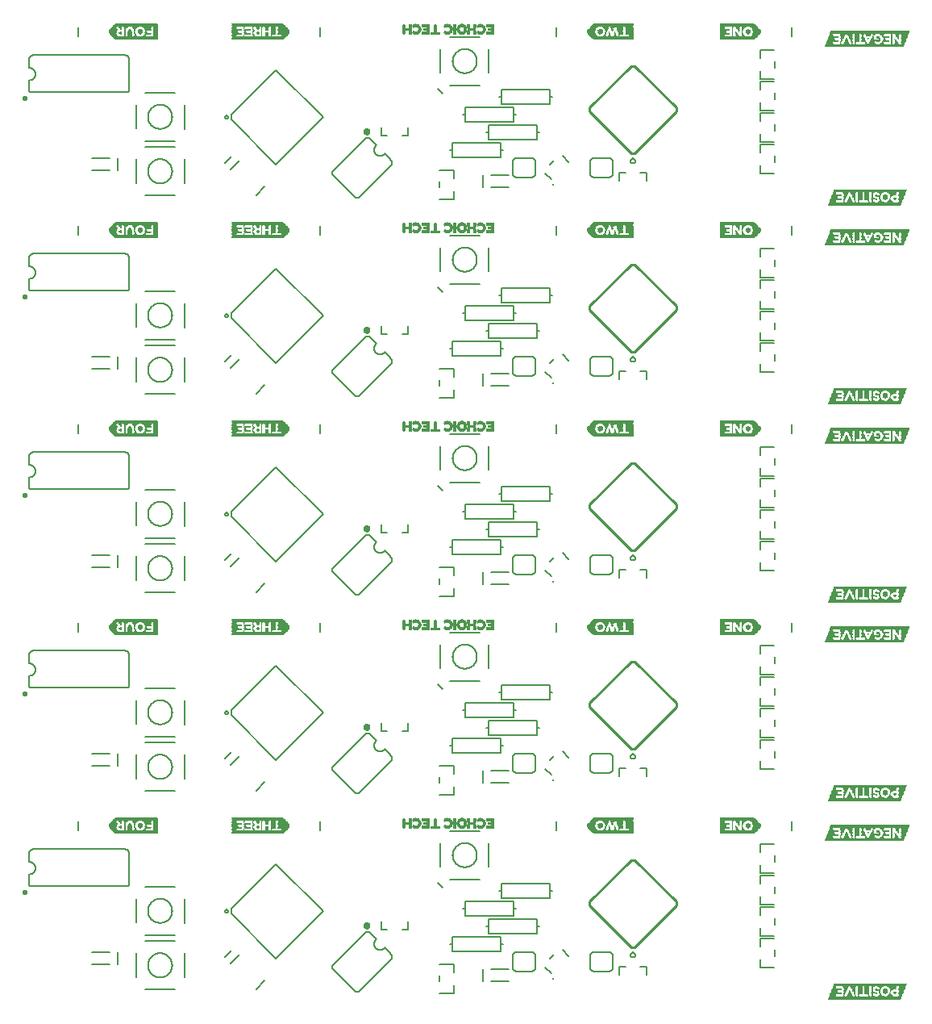
<source format=gto>
G75*
%MOIN*%
%OFA0B0*%
%FSLAX25Y25*%
%IPPOS*%
%LPD*%
%AMOC8*
5,1,8,0,0,1.08239X$1,22.5*
%
%ADD10C,0.00800*%
%ADD11C,0.01000*%
%ADD12C,0.00010*%
%ADD13C,0.01000*%
%ADD14R,0.32598X0.00157*%
%ADD15R,0.32756X0.00157*%
%ADD16R,0.01575X0.00157*%
%ADD17R,0.02047X0.00157*%
%ADD18R,0.00787X0.00157*%
%ADD19R,0.01890X0.00157*%
%ADD20R,0.03150X0.00157*%
%ADD21R,0.01102X0.00157*%
%ADD22R,0.00630X0.00157*%
%ADD23R,0.02677X0.00157*%
%ADD24R,0.01732X0.00157*%
%ADD25R,0.00472X0.00157*%
%ADD26R,0.01417X0.00157*%
%ADD27R,0.02520X0.00157*%
%ADD28R,0.02362X0.00157*%
%ADD29R,0.02992X0.00157*%
%ADD30R,0.00315X0.00157*%
%ADD31R,0.00945X0.00157*%
%ADD32R,0.04724X0.00157*%
%ADD33R,0.03780X0.00157*%
%ADD34R,0.03937X0.00157*%
%ADD35R,0.02205X0.00157*%
%ADD36R,0.01260X0.00157*%
%ADD37R,0.00157X0.00157*%
%ADD38R,0.02835X0.00157*%
%ADD39R,0.04252X0.00157*%
%ADD40R,0.04094X0.00157*%
%ADD41R,0.30079X0.00157*%
%ADD42R,0.30236X0.00157*%
%ADD43R,0.04567X0.00157*%
%ADD44R,0.03622X0.00157*%
%ADD45R,0.14173X0.00157*%
%ADD46R,0.14331X0.00157*%
%ADD47R,0.14646X0.00157*%
%ADD48R,0.14803X0.00157*%
%ADD49R,0.14961X0.00157*%
%ADD50R,0.15118X0.00157*%
%ADD51R,0.15276X0.00157*%
%ADD52R,0.03307X0.00157*%
%ADD53R,0.16378X0.00157*%
%ADD54R,0.16535X0.00157*%
%ADD55R,0.16850X0.00157*%
%ADD56R,0.17008X0.00157*%
%ADD57R,0.17165X0.00157*%
%ADD58R,0.17323X0.00157*%
%ADD59R,0.17480X0.00157*%
%ADD60R,0.03465X0.00157*%
%ADD61R,0.21102X0.00157*%
%ADD62R,0.21260X0.00157*%
%ADD63R,0.21575X0.00157*%
%ADD64R,0.21732X0.00157*%
%ADD65R,0.21890X0.00157*%
%ADD66R,0.22047X0.00157*%
%ADD67R,0.22205X0.00157*%
%ADD68R,0.04409X0.00157*%
%ADD69R,0.17638X0.00157*%
%ADD70R,0.17795X0.00157*%
%ADD71R,0.18110X0.00157*%
%ADD72R,0.18268X0.00157*%
%ADD73R,0.18425X0.00157*%
%ADD74R,0.18583X0.00157*%
%ADD75R,0.18740X0.00157*%
D10*
X0260606Y0079668D02*
X0260606Y0083625D01*
X0260806Y0083625D02*
X0260904Y0083627D01*
X0261002Y0083633D01*
X0261100Y0083642D01*
X0261197Y0083656D01*
X0261294Y0083673D01*
X0261390Y0083694D01*
X0261485Y0083719D01*
X0261579Y0083747D01*
X0261671Y0083780D01*
X0261763Y0083815D01*
X0261853Y0083855D01*
X0261941Y0083897D01*
X0262028Y0083944D01*
X0262112Y0083993D01*
X0262195Y0084046D01*
X0262275Y0084102D01*
X0262354Y0084162D01*
X0262430Y0084224D01*
X0262503Y0084289D01*
X0262574Y0084357D01*
X0262642Y0084428D01*
X0262707Y0084501D01*
X0262769Y0084577D01*
X0262829Y0084656D01*
X0262885Y0084736D01*
X0262938Y0084819D01*
X0262987Y0084903D01*
X0263034Y0084990D01*
X0263076Y0085078D01*
X0263116Y0085168D01*
X0263151Y0085260D01*
X0263184Y0085352D01*
X0263212Y0085446D01*
X0263237Y0085541D01*
X0263258Y0085637D01*
X0263275Y0085734D01*
X0263289Y0085831D01*
X0263298Y0085929D01*
X0263304Y0086027D01*
X0263306Y0086125D01*
X0263304Y0086223D01*
X0263298Y0086321D01*
X0263289Y0086419D01*
X0263275Y0086516D01*
X0263258Y0086613D01*
X0263237Y0086709D01*
X0263212Y0086804D01*
X0263184Y0086898D01*
X0263151Y0086990D01*
X0263116Y0087082D01*
X0263076Y0087172D01*
X0263034Y0087260D01*
X0262987Y0087347D01*
X0262938Y0087431D01*
X0262885Y0087514D01*
X0262829Y0087594D01*
X0262769Y0087673D01*
X0262707Y0087749D01*
X0262642Y0087822D01*
X0262574Y0087893D01*
X0262503Y0087961D01*
X0262430Y0088026D01*
X0262354Y0088088D01*
X0262275Y0088148D01*
X0262195Y0088204D01*
X0262112Y0088257D01*
X0262028Y0088306D01*
X0261941Y0088353D01*
X0261853Y0088395D01*
X0261763Y0088435D01*
X0261671Y0088470D01*
X0261579Y0088503D01*
X0261485Y0088531D01*
X0261390Y0088556D01*
X0261294Y0088577D01*
X0261197Y0088594D01*
X0261100Y0088608D01*
X0261002Y0088617D01*
X0260904Y0088623D01*
X0260806Y0088625D01*
X0260606Y0088625D02*
X0260606Y0091944D01*
X0260605Y0091994D02*
X0260598Y0092075D01*
X0260594Y0092156D01*
X0260595Y0092237D01*
X0260599Y0092319D01*
X0260607Y0092399D01*
X0260619Y0092480D01*
X0260634Y0092560D01*
X0260654Y0092639D01*
X0260677Y0092717D01*
X0260704Y0092793D01*
X0260734Y0092869D01*
X0260768Y0092943D01*
X0260806Y0093015D01*
X0260847Y0093085D01*
X0260891Y0093153D01*
X0260938Y0093219D01*
X0260989Y0093283D01*
X0261042Y0093344D01*
X0261099Y0093403D01*
X0261158Y0093459D01*
X0261219Y0093512D01*
X0261283Y0093562D01*
X0261350Y0093609D01*
X0261418Y0093653D01*
X0261489Y0093693D01*
X0261561Y0093730D01*
X0261635Y0093764D01*
X0261711Y0093793D01*
X0261788Y0093820D01*
X0261866Y0093842D01*
X0261945Y0093861D01*
X0262025Y0093876D01*
X0262106Y0093888D01*
X0262106Y0093887D02*
X0300506Y0093887D01*
X0300506Y0093888D02*
X0300582Y0093886D01*
X0300657Y0093880D01*
X0300733Y0093871D01*
X0300808Y0093857D01*
X0300882Y0093840D01*
X0300955Y0093819D01*
X0301027Y0093795D01*
X0301097Y0093767D01*
X0301166Y0093735D01*
X0301234Y0093700D01*
X0301299Y0093661D01*
X0301363Y0093619D01*
X0301424Y0093574D01*
X0301483Y0093526D01*
X0301539Y0093475D01*
X0301593Y0093421D01*
X0301644Y0093365D01*
X0301692Y0093306D01*
X0301737Y0093245D01*
X0301779Y0093181D01*
X0301818Y0093116D01*
X0301853Y0093048D01*
X0301885Y0092979D01*
X0301913Y0092909D01*
X0301937Y0092837D01*
X0301958Y0092764D01*
X0301975Y0092690D01*
X0301989Y0092615D01*
X0301998Y0092539D01*
X0302004Y0092464D01*
X0302006Y0092388D01*
X0302006Y0092387D02*
X0302006Y0080062D01*
X0302005Y0080062D02*
X0302014Y0079991D01*
X0302019Y0079920D01*
X0302020Y0079848D01*
X0302017Y0079777D01*
X0302010Y0079706D01*
X0302000Y0079635D01*
X0301986Y0079566D01*
X0301967Y0079496D01*
X0301946Y0079428D01*
X0301920Y0079362D01*
X0301891Y0079297D01*
X0301859Y0079233D01*
X0301823Y0079171D01*
X0301784Y0079112D01*
X0301741Y0079054D01*
X0301696Y0078999D01*
X0301647Y0078947D01*
X0301596Y0078897D01*
X0301543Y0078850D01*
X0301486Y0078806D01*
X0301428Y0078765D01*
X0301367Y0078727D01*
X0301305Y0078693D01*
X0301240Y0078662D01*
X0301174Y0078635D01*
X0301107Y0078611D01*
X0301039Y0078591D01*
X0300969Y0078574D01*
X0300899Y0078562D01*
X0262106Y0078562D01*
X0262105Y0078562D02*
X0262035Y0078553D01*
X0261963Y0078548D01*
X0261892Y0078547D01*
X0261821Y0078550D01*
X0261750Y0078557D01*
X0261679Y0078567D01*
X0261609Y0078581D01*
X0261540Y0078599D01*
X0261472Y0078621D01*
X0261405Y0078647D01*
X0261340Y0078676D01*
X0261277Y0078708D01*
X0261215Y0078744D01*
X0261155Y0078783D01*
X0261098Y0078826D01*
X0261043Y0078871D01*
X0260990Y0078919D01*
X0260940Y0078971D01*
X0260893Y0079024D01*
X0260849Y0079080D01*
X0260809Y0079139D01*
X0260771Y0079200D01*
X0260737Y0079262D01*
X0260706Y0079326D01*
X0260678Y0079392D01*
X0260655Y0079460D01*
X0260635Y0079528D01*
X0260618Y0079598D01*
X0260606Y0079668D01*
X0281056Y0101609D02*
X0281056Y0105359D01*
X0308743Y0118000D02*
X0320869Y0118000D01*
X0324806Y0123000D02*
X0324806Y0132882D01*
X0320869Y0138000D02*
X0308743Y0138000D01*
X0308743Y0140500D02*
X0320869Y0140500D01*
X0324806Y0145500D02*
X0324806Y0155382D01*
X0320869Y0160500D02*
X0308743Y0160500D01*
X0304806Y0155382D02*
X0304806Y0145618D01*
X0309806Y0150500D02*
X0309808Y0150641D01*
X0309814Y0150782D01*
X0309824Y0150922D01*
X0309838Y0151062D01*
X0309856Y0151202D01*
X0309877Y0151341D01*
X0309903Y0151480D01*
X0309932Y0151618D01*
X0309966Y0151754D01*
X0310003Y0151890D01*
X0310044Y0152025D01*
X0310089Y0152159D01*
X0310138Y0152291D01*
X0310190Y0152422D01*
X0310246Y0152551D01*
X0310306Y0152678D01*
X0310369Y0152804D01*
X0310435Y0152928D01*
X0310506Y0153051D01*
X0310579Y0153171D01*
X0310656Y0153289D01*
X0310736Y0153405D01*
X0310820Y0153518D01*
X0310906Y0153629D01*
X0310996Y0153738D01*
X0311089Y0153844D01*
X0311184Y0153947D01*
X0311283Y0154048D01*
X0311384Y0154146D01*
X0311488Y0154241D01*
X0311595Y0154333D01*
X0311704Y0154422D01*
X0311816Y0154507D01*
X0311930Y0154590D01*
X0312046Y0154670D01*
X0312165Y0154746D01*
X0312286Y0154818D01*
X0312408Y0154888D01*
X0312533Y0154953D01*
X0312659Y0155016D01*
X0312787Y0155074D01*
X0312917Y0155129D01*
X0313048Y0155181D01*
X0313181Y0155228D01*
X0313315Y0155272D01*
X0313450Y0155313D01*
X0313586Y0155349D01*
X0313723Y0155381D01*
X0313861Y0155410D01*
X0313999Y0155435D01*
X0314139Y0155455D01*
X0314279Y0155472D01*
X0314419Y0155485D01*
X0314560Y0155494D01*
X0314700Y0155499D01*
X0314841Y0155500D01*
X0314982Y0155497D01*
X0315123Y0155490D01*
X0315263Y0155479D01*
X0315403Y0155464D01*
X0315543Y0155445D01*
X0315682Y0155423D01*
X0315820Y0155396D01*
X0315958Y0155366D01*
X0316094Y0155331D01*
X0316230Y0155293D01*
X0316364Y0155251D01*
X0316498Y0155205D01*
X0316630Y0155156D01*
X0316760Y0155102D01*
X0316889Y0155045D01*
X0317016Y0154985D01*
X0317142Y0154921D01*
X0317265Y0154853D01*
X0317387Y0154782D01*
X0317507Y0154708D01*
X0317624Y0154630D01*
X0317739Y0154549D01*
X0317852Y0154465D01*
X0317963Y0154378D01*
X0318071Y0154287D01*
X0318176Y0154194D01*
X0318279Y0154097D01*
X0318379Y0153998D01*
X0318476Y0153896D01*
X0318570Y0153791D01*
X0318661Y0153684D01*
X0318749Y0153574D01*
X0318834Y0153462D01*
X0318916Y0153347D01*
X0318995Y0153230D01*
X0319070Y0153111D01*
X0319142Y0152990D01*
X0319210Y0152867D01*
X0319275Y0152742D01*
X0319337Y0152615D01*
X0319394Y0152486D01*
X0319449Y0152356D01*
X0319499Y0152225D01*
X0319546Y0152092D01*
X0319589Y0151958D01*
X0319628Y0151822D01*
X0319663Y0151686D01*
X0319695Y0151549D01*
X0319722Y0151411D01*
X0319746Y0151272D01*
X0319766Y0151132D01*
X0319782Y0150992D01*
X0319794Y0150852D01*
X0319802Y0150711D01*
X0319806Y0150570D01*
X0319806Y0150430D01*
X0319802Y0150289D01*
X0319794Y0150148D01*
X0319782Y0150008D01*
X0319766Y0149868D01*
X0319746Y0149728D01*
X0319722Y0149589D01*
X0319695Y0149451D01*
X0319663Y0149314D01*
X0319628Y0149178D01*
X0319589Y0149042D01*
X0319546Y0148908D01*
X0319499Y0148775D01*
X0319449Y0148644D01*
X0319394Y0148514D01*
X0319337Y0148385D01*
X0319275Y0148258D01*
X0319210Y0148133D01*
X0319142Y0148010D01*
X0319070Y0147889D01*
X0318995Y0147770D01*
X0318916Y0147653D01*
X0318834Y0147538D01*
X0318749Y0147426D01*
X0318661Y0147316D01*
X0318570Y0147209D01*
X0318476Y0147104D01*
X0318379Y0147002D01*
X0318279Y0146903D01*
X0318176Y0146806D01*
X0318071Y0146713D01*
X0317963Y0146622D01*
X0317852Y0146535D01*
X0317739Y0146451D01*
X0317624Y0146370D01*
X0317507Y0146292D01*
X0317387Y0146218D01*
X0317265Y0146147D01*
X0317142Y0146079D01*
X0317016Y0146015D01*
X0316889Y0145955D01*
X0316760Y0145898D01*
X0316630Y0145844D01*
X0316498Y0145795D01*
X0316364Y0145749D01*
X0316230Y0145707D01*
X0316094Y0145669D01*
X0315958Y0145634D01*
X0315820Y0145604D01*
X0315682Y0145577D01*
X0315543Y0145555D01*
X0315403Y0145536D01*
X0315263Y0145521D01*
X0315123Y0145510D01*
X0314982Y0145503D01*
X0314841Y0145500D01*
X0314700Y0145501D01*
X0314560Y0145506D01*
X0314419Y0145515D01*
X0314279Y0145528D01*
X0314139Y0145545D01*
X0313999Y0145565D01*
X0313861Y0145590D01*
X0313723Y0145619D01*
X0313586Y0145651D01*
X0313450Y0145687D01*
X0313315Y0145728D01*
X0313181Y0145772D01*
X0313048Y0145819D01*
X0312917Y0145871D01*
X0312787Y0145926D01*
X0312659Y0145984D01*
X0312533Y0146047D01*
X0312408Y0146112D01*
X0312286Y0146182D01*
X0312165Y0146254D01*
X0312046Y0146330D01*
X0311930Y0146410D01*
X0311816Y0146493D01*
X0311704Y0146578D01*
X0311595Y0146667D01*
X0311488Y0146759D01*
X0311384Y0146854D01*
X0311283Y0146952D01*
X0311184Y0147053D01*
X0311089Y0147156D01*
X0310996Y0147262D01*
X0310906Y0147371D01*
X0310820Y0147482D01*
X0310736Y0147595D01*
X0310656Y0147711D01*
X0310579Y0147829D01*
X0310506Y0147949D01*
X0310435Y0148072D01*
X0310369Y0148196D01*
X0310306Y0148322D01*
X0310246Y0148449D01*
X0310190Y0148578D01*
X0310138Y0148709D01*
X0310089Y0148841D01*
X0310044Y0148975D01*
X0310003Y0149110D01*
X0309966Y0149246D01*
X0309932Y0149382D01*
X0309903Y0149520D01*
X0309877Y0149659D01*
X0309856Y0149798D01*
X0309838Y0149938D01*
X0309824Y0150078D01*
X0309814Y0150218D01*
X0309808Y0150359D01*
X0309806Y0150500D01*
X0300899Y0160562D02*
X0262106Y0160562D01*
X0262105Y0160562D02*
X0262035Y0160553D01*
X0261963Y0160548D01*
X0261892Y0160547D01*
X0261821Y0160550D01*
X0261750Y0160557D01*
X0261679Y0160567D01*
X0261609Y0160581D01*
X0261540Y0160599D01*
X0261472Y0160621D01*
X0261405Y0160647D01*
X0261340Y0160676D01*
X0261277Y0160708D01*
X0261215Y0160744D01*
X0261155Y0160783D01*
X0261098Y0160826D01*
X0261043Y0160871D01*
X0260990Y0160919D01*
X0260940Y0160971D01*
X0260893Y0161024D01*
X0260849Y0161080D01*
X0260809Y0161139D01*
X0260771Y0161200D01*
X0260737Y0161262D01*
X0260706Y0161326D01*
X0260678Y0161392D01*
X0260655Y0161460D01*
X0260635Y0161528D01*
X0260618Y0161598D01*
X0260606Y0161668D01*
X0260606Y0165625D01*
X0260806Y0165625D02*
X0260904Y0165627D01*
X0261002Y0165633D01*
X0261100Y0165642D01*
X0261197Y0165656D01*
X0261294Y0165673D01*
X0261390Y0165694D01*
X0261485Y0165719D01*
X0261579Y0165747D01*
X0261671Y0165780D01*
X0261763Y0165815D01*
X0261853Y0165855D01*
X0261941Y0165897D01*
X0262028Y0165944D01*
X0262112Y0165993D01*
X0262195Y0166046D01*
X0262275Y0166102D01*
X0262354Y0166162D01*
X0262430Y0166224D01*
X0262503Y0166289D01*
X0262574Y0166357D01*
X0262642Y0166428D01*
X0262707Y0166501D01*
X0262769Y0166577D01*
X0262829Y0166656D01*
X0262885Y0166736D01*
X0262938Y0166819D01*
X0262987Y0166903D01*
X0263034Y0166990D01*
X0263076Y0167078D01*
X0263116Y0167168D01*
X0263151Y0167260D01*
X0263184Y0167352D01*
X0263212Y0167446D01*
X0263237Y0167541D01*
X0263258Y0167637D01*
X0263275Y0167734D01*
X0263289Y0167831D01*
X0263298Y0167929D01*
X0263304Y0168027D01*
X0263306Y0168125D01*
X0263304Y0168223D01*
X0263298Y0168321D01*
X0263289Y0168419D01*
X0263275Y0168516D01*
X0263258Y0168613D01*
X0263237Y0168709D01*
X0263212Y0168804D01*
X0263184Y0168898D01*
X0263151Y0168990D01*
X0263116Y0169082D01*
X0263076Y0169172D01*
X0263034Y0169260D01*
X0262987Y0169347D01*
X0262938Y0169431D01*
X0262885Y0169514D01*
X0262829Y0169594D01*
X0262769Y0169673D01*
X0262707Y0169749D01*
X0262642Y0169822D01*
X0262574Y0169893D01*
X0262503Y0169961D01*
X0262430Y0170026D01*
X0262354Y0170088D01*
X0262275Y0170148D01*
X0262195Y0170204D01*
X0262112Y0170257D01*
X0262028Y0170306D01*
X0261941Y0170353D01*
X0261853Y0170395D01*
X0261763Y0170435D01*
X0261671Y0170470D01*
X0261579Y0170503D01*
X0261485Y0170531D01*
X0261390Y0170556D01*
X0261294Y0170577D01*
X0261197Y0170594D01*
X0261100Y0170608D01*
X0261002Y0170617D01*
X0260904Y0170623D01*
X0260806Y0170625D01*
X0260606Y0170625D02*
X0260606Y0173944D01*
X0260605Y0173994D02*
X0260598Y0174075D01*
X0260594Y0174156D01*
X0260595Y0174237D01*
X0260599Y0174319D01*
X0260607Y0174399D01*
X0260619Y0174480D01*
X0260634Y0174560D01*
X0260654Y0174639D01*
X0260677Y0174717D01*
X0260704Y0174793D01*
X0260734Y0174869D01*
X0260768Y0174943D01*
X0260806Y0175015D01*
X0260847Y0175085D01*
X0260891Y0175153D01*
X0260938Y0175219D01*
X0260989Y0175283D01*
X0261042Y0175344D01*
X0261099Y0175403D01*
X0261158Y0175459D01*
X0261219Y0175512D01*
X0261283Y0175562D01*
X0261350Y0175609D01*
X0261418Y0175653D01*
X0261489Y0175693D01*
X0261561Y0175730D01*
X0261635Y0175764D01*
X0261711Y0175793D01*
X0261788Y0175820D01*
X0261866Y0175842D01*
X0261945Y0175861D01*
X0262025Y0175876D01*
X0262106Y0175888D01*
X0262106Y0175887D02*
X0300506Y0175887D01*
X0300506Y0175888D02*
X0300582Y0175886D01*
X0300657Y0175880D01*
X0300733Y0175871D01*
X0300808Y0175857D01*
X0300882Y0175840D01*
X0300955Y0175819D01*
X0301027Y0175795D01*
X0301097Y0175767D01*
X0301166Y0175735D01*
X0301234Y0175700D01*
X0301299Y0175661D01*
X0301363Y0175619D01*
X0301424Y0175574D01*
X0301483Y0175526D01*
X0301539Y0175475D01*
X0301593Y0175421D01*
X0301644Y0175365D01*
X0301692Y0175306D01*
X0301737Y0175245D01*
X0301779Y0175181D01*
X0301818Y0175116D01*
X0301853Y0175048D01*
X0301885Y0174979D01*
X0301913Y0174909D01*
X0301937Y0174837D01*
X0301958Y0174764D01*
X0301975Y0174690D01*
X0301989Y0174615D01*
X0301998Y0174539D01*
X0302004Y0174464D01*
X0302006Y0174388D01*
X0302006Y0174387D02*
X0302006Y0162062D01*
X0302005Y0162062D02*
X0302014Y0161991D01*
X0302019Y0161920D01*
X0302020Y0161848D01*
X0302017Y0161777D01*
X0302010Y0161706D01*
X0302000Y0161635D01*
X0301986Y0161566D01*
X0301967Y0161496D01*
X0301946Y0161428D01*
X0301920Y0161362D01*
X0301891Y0161297D01*
X0301859Y0161233D01*
X0301823Y0161171D01*
X0301784Y0161112D01*
X0301741Y0161054D01*
X0301696Y0160999D01*
X0301647Y0160947D01*
X0301596Y0160897D01*
X0301543Y0160850D01*
X0301486Y0160806D01*
X0301428Y0160765D01*
X0301367Y0160727D01*
X0301305Y0160693D01*
X0301240Y0160662D01*
X0301174Y0160635D01*
X0301107Y0160611D01*
X0301039Y0160591D01*
X0300969Y0160574D01*
X0300899Y0160562D01*
X0281056Y0183609D02*
X0281056Y0187359D01*
X0308743Y0200000D02*
X0320869Y0200000D01*
X0324806Y0205000D02*
X0324806Y0214882D01*
X0320869Y0220000D02*
X0308743Y0220000D01*
X0308743Y0222500D02*
X0320869Y0222500D01*
X0324806Y0227500D02*
X0324806Y0237382D01*
X0320869Y0242500D02*
X0308743Y0242500D01*
X0304806Y0237382D02*
X0304806Y0227618D01*
X0309806Y0232500D02*
X0309808Y0232641D01*
X0309814Y0232782D01*
X0309824Y0232922D01*
X0309838Y0233062D01*
X0309856Y0233202D01*
X0309877Y0233341D01*
X0309903Y0233480D01*
X0309932Y0233618D01*
X0309966Y0233754D01*
X0310003Y0233890D01*
X0310044Y0234025D01*
X0310089Y0234159D01*
X0310138Y0234291D01*
X0310190Y0234422D01*
X0310246Y0234551D01*
X0310306Y0234678D01*
X0310369Y0234804D01*
X0310435Y0234928D01*
X0310506Y0235051D01*
X0310579Y0235171D01*
X0310656Y0235289D01*
X0310736Y0235405D01*
X0310820Y0235518D01*
X0310906Y0235629D01*
X0310996Y0235738D01*
X0311089Y0235844D01*
X0311184Y0235947D01*
X0311283Y0236048D01*
X0311384Y0236146D01*
X0311488Y0236241D01*
X0311595Y0236333D01*
X0311704Y0236422D01*
X0311816Y0236507D01*
X0311930Y0236590D01*
X0312046Y0236670D01*
X0312165Y0236746D01*
X0312286Y0236818D01*
X0312408Y0236888D01*
X0312533Y0236953D01*
X0312659Y0237016D01*
X0312787Y0237074D01*
X0312917Y0237129D01*
X0313048Y0237181D01*
X0313181Y0237228D01*
X0313315Y0237272D01*
X0313450Y0237313D01*
X0313586Y0237349D01*
X0313723Y0237381D01*
X0313861Y0237410D01*
X0313999Y0237435D01*
X0314139Y0237455D01*
X0314279Y0237472D01*
X0314419Y0237485D01*
X0314560Y0237494D01*
X0314700Y0237499D01*
X0314841Y0237500D01*
X0314982Y0237497D01*
X0315123Y0237490D01*
X0315263Y0237479D01*
X0315403Y0237464D01*
X0315543Y0237445D01*
X0315682Y0237423D01*
X0315820Y0237396D01*
X0315958Y0237366D01*
X0316094Y0237331D01*
X0316230Y0237293D01*
X0316364Y0237251D01*
X0316498Y0237205D01*
X0316630Y0237156D01*
X0316760Y0237102D01*
X0316889Y0237045D01*
X0317016Y0236985D01*
X0317142Y0236921D01*
X0317265Y0236853D01*
X0317387Y0236782D01*
X0317507Y0236708D01*
X0317624Y0236630D01*
X0317739Y0236549D01*
X0317852Y0236465D01*
X0317963Y0236378D01*
X0318071Y0236287D01*
X0318176Y0236194D01*
X0318279Y0236097D01*
X0318379Y0235998D01*
X0318476Y0235896D01*
X0318570Y0235791D01*
X0318661Y0235684D01*
X0318749Y0235574D01*
X0318834Y0235462D01*
X0318916Y0235347D01*
X0318995Y0235230D01*
X0319070Y0235111D01*
X0319142Y0234990D01*
X0319210Y0234867D01*
X0319275Y0234742D01*
X0319337Y0234615D01*
X0319394Y0234486D01*
X0319449Y0234356D01*
X0319499Y0234225D01*
X0319546Y0234092D01*
X0319589Y0233958D01*
X0319628Y0233822D01*
X0319663Y0233686D01*
X0319695Y0233549D01*
X0319722Y0233411D01*
X0319746Y0233272D01*
X0319766Y0233132D01*
X0319782Y0232992D01*
X0319794Y0232852D01*
X0319802Y0232711D01*
X0319806Y0232570D01*
X0319806Y0232430D01*
X0319802Y0232289D01*
X0319794Y0232148D01*
X0319782Y0232008D01*
X0319766Y0231868D01*
X0319746Y0231728D01*
X0319722Y0231589D01*
X0319695Y0231451D01*
X0319663Y0231314D01*
X0319628Y0231178D01*
X0319589Y0231042D01*
X0319546Y0230908D01*
X0319499Y0230775D01*
X0319449Y0230644D01*
X0319394Y0230514D01*
X0319337Y0230385D01*
X0319275Y0230258D01*
X0319210Y0230133D01*
X0319142Y0230010D01*
X0319070Y0229889D01*
X0318995Y0229770D01*
X0318916Y0229653D01*
X0318834Y0229538D01*
X0318749Y0229426D01*
X0318661Y0229316D01*
X0318570Y0229209D01*
X0318476Y0229104D01*
X0318379Y0229002D01*
X0318279Y0228903D01*
X0318176Y0228806D01*
X0318071Y0228713D01*
X0317963Y0228622D01*
X0317852Y0228535D01*
X0317739Y0228451D01*
X0317624Y0228370D01*
X0317507Y0228292D01*
X0317387Y0228218D01*
X0317265Y0228147D01*
X0317142Y0228079D01*
X0317016Y0228015D01*
X0316889Y0227955D01*
X0316760Y0227898D01*
X0316630Y0227844D01*
X0316498Y0227795D01*
X0316364Y0227749D01*
X0316230Y0227707D01*
X0316094Y0227669D01*
X0315958Y0227634D01*
X0315820Y0227604D01*
X0315682Y0227577D01*
X0315543Y0227555D01*
X0315403Y0227536D01*
X0315263Y0227521D01*
X0315123Y0227510D01*
X0314982Y0227503D01*
X0314841Y0227500D01*
X0314700Y0227501D01*
X0314560Y0227506D01*
X0314419Y0227515D01*
X0314279Y0227528D01*
X0314139Y0227545D01*
X0313999Y0227565D01*
X0313861Y0227590D01*
X0313723Y0227619D01*
X0313586Y0227651D01*
X0313450Y0227687D01*
X0313315Y0227728D01*
X0313181Y0227772D01*
X0313048Y0227819D01*
X0312917Y0227871D01*
X0312787Y0227926D01*
X0312659Y0227984D01*
X0312533Y0228047D01*
X0312408Y0228112D01*
X0312286Y0228182D01*
X0312165Y0228254D01*
X0312046Y0228330D01*
X0311930Y0228410D01*
X0311816Y0228493D01*
X0311704Y0228578D01*
X0311595Y0228667D01*
X0311488Y0228759D01*
X0311384Y0228854D01*
X0311283Y0228952D01*
X0311184Y0229053D01*
X0311089Y0229156D01*
X0310996Y0229262D01*
X0310906Y0229371D01*
X0310820Y0229482D01*
X0310736Y0229595D01*
X0310656Y0229711D01*
X0310579Y0229829D01*
X0310506Y0229949D01*
X0310435Y0230072D01*
X0310369Y0230196D01*
X0310306Y0230322D01*
X0310246Y0230449D01*
X0310190Y0230578D01*
X0310138Y0230709D01*
X0310089Y0230841D01*
X0310044Y0230975D01*
X0310003Y0231110D01*
X0309966Y0231246D01*
X0309932Y0231382D01*
X0309903Y0231520D01*
X0309877Y0231659D01*
X0309856Y0231798D01*
X0309838Y0231938D01*
X0309824Y0232078D01*
X0309814Y0232218D01*
X0309808Y0232359D01*
X0309806Y0232500D01*
X0300899Y0242562D02*
X0262106Y0242562D01*
X0262105Y0242562D02*
X0262035Y0242553D01*
X0261963Y0242548D01*
X0261892Y0242547D01*
X0261821Y0242550D01*
X0261750Y0242557D01*
X0261679Y0242567D01*
X0261609Y0242581D01*
X0261540Y0242599D01*
X0261472Y0242621D01*
X0261405Y0242647D01*
X0261340Y0242676D01*
X0261277Y0242708D01*
X0261215Y0242744D01*
X0261155Y0242783D01*
X0261098Y0242826D01*
X0261043Y0242871D01*
X0260990Y0242919D01*
X0260940Y0242971D01*
X0260893Y0243024D01*
X0260849Y0243080D01*
X0260809Y0243139D01*
X0260771Y0243200D01*
X0260737Y0243262D01*
X0260706Y0243326D01*
X0260678Y0243392D01*
X0260655Y0243460D01*
X0260635Y0243528D01*
X0260618Y0243598D01*
X0260606Y0243668D01*
X0260606Y0247625D01*
X0260806Y0247625D02*
X0260904Y0247627D01*
X0261002Y0247633D01*
X0261100Y0247642D01*
X0261197Y0247656D01*
X0261294Y0247673D01*
X0261390Y0247694D01*
X0261485Y0247719D01*
X0261579Y0247747D01*
X0261671Y0247780D01*
X0261763Y0247815D01*
X0261853Y0247855D01*
X0261941Y0247897D01*
X0262028Y0247944D01*
X0262112Y0247993D01*
X0262195Y0248046D01*
X0262275Y0248102D01*
X0262354Y0248162D01*
X0262430Y0248224D01*
X0262503Y0248289D01*
X0262574Y0248357D01*
X0262642Y0248428D01*
X0262707Y0248501D01*
X0262769Y0248577D01*
X0262829Y0248656D01*
X0262885Y0248736D01*
X0262938Y0248819D01*
X0262987Y0248903D01*
X0263034Y0248990D01*
X0263076Y0249078D01*
X0263116Y0249168D01*
X0263151Y0249260D01*
X0263184Y0249352D01*
X0263212Y0249446D01*
X0263237Y0249541D01*
X0263258Y0249637D01*
X0263275Y0249734D01*
X0263289Y0249831D01*
X0263298Y0249929D01*
X0263304Y0250027D01*
X0263306Y0250125D01*
X0263304Y0250223D01*
X0263298Y0250321D01*
X0263289Y0250419D01*
X0263275Y0250516D01*
X0263258Y0250613D01*
X0263237Y0250709D01*
X0263212Y0250804D01*
X0263184Y0250898D01*
X0263151Y0250990D01*
X0263116Y0251082D01*
X0263076Y0251172D01*
X0263034Y0251260D01*
X0262987Y0251347D01*
X0262938Y0251431D01*
X0262885Y0251514D01*
X0262829Y0251594D01*
X0262769Y0251673D01*
X0262707Y0251749D01*
X0262642Y0251822D01*
X0262574Y0251893D01*
X0262503Y0251961D01*
X0262430Y0252026D01*
X0262354Y0252088D01*
X0262275Y0252148D01*
X0262195Y0252204D01*
X0262112Y0252257D01*
X0262028Y0252306D01*
X0261941Y0252353D01*
X0261853Y0252395D01*
X0261763Y0252435D01*
X0261671Y0252470D01*
X0261579Y0252503D01*
X0261485Y0252531D01*
X0261390Y0252556D01*
X0261294Y0252577D01*
X0261197Y0252594D01*
X0261100Y0252608D01*
X0261002Y0252617D01*
X0260904Y0252623D01*
X0260806Y0252625D01*
X0260606Y0252625D02*
X0260606Y0255944D01*
X0260605Y0255994D02*
X0260598Y0256075D01*
X0260594Y0256156D01*
X0260595Y0256237D01*
X0260599Y0256319D01*
X0260607Y0256399D01*
X0260619Y0256480D01*
X0260634Y0256560D01*
X0260654Y0256639D01*
X0260677Y0256717D01*
X0260704Y0256793D01*
X0260734Y0256869D01*
X0260768Y0256943D01*
X0260806Y0257015D01*
X0260847Y0257085D01*
X0260891Y0257153D01*
X0260938Y0257219D01*
X0260989Y0257283D01*
X0261042Y0257344D01*
X0261099Y0257403D01*
X0261158Y0257459D01*
X0261219Y0257512D01*
X0261283Y0257562D01*
X0261350Y0257609D01*
X0261418Y0257653D01*
X0261489Y0257693D01*
X0261561Y0257730D01*
X0261635Y0257764D01*
X0261711Y0257793D01*
X0261788Y0257820D01*
X0261866Y0257842D01*
X0261945Y0257861D01*
X0262025Y0257876D01*
X0262106Y0257888D01*
X0262106Y0257887D02*
X0300506Y0257887D01*
X0300506Y0257888D02*
X0300582Y0257886D01*
X0300657Y0257880D01*
X0300733Y0257871D01*
X0300808Y0257857D01*
X0300882Y0257840D01*
X0300955Y0257819D01*
X0301027Y0257795D01*
X0301097Y0257767D01*
X0301166Y0257735D01*
X0301234Y0257700D01*
X0301299Y0257661D01*
X0301363Y0257619D01*
X0301424Y0257574D01*
X0301483Y0257526D01*
X0301539Y0257475D01*
X0301593Y0257421D01*
X0301644Y0257365D01*
X0301692Y0257306D01*
X0301737Y0257245D01*
X0301779Y0257181D01*
X0301818Y0257116D01*
X0301853Y0257048D01*
X0301885Y0256979D01*
X0301913Y0256909D01*
X0301937Y0256837D01*
X0301958Y0256764D01*
X0301975Y0256690D01*
X0301989Y0256615D01*
X0301998Y0256539D01*
X0302004Y0256464D01*
X0302006Y0256388D01*
X0302006Y0256387D02*
X0302006Y0244062D01*
X0302005Y0244062D02*
X0302014Y0243991D01*
X0302019Y0243920D01*
X0302020Y0243848D01*
X0302017Y0243777D01*
X0302010Y0243706D01*
X0302000Y0243635D01*
X0301986Y0243566D01*
X0301967Y0243496D01*
X0301946Y0243428D01*
X0301920Y0243362D01*
X0301891Y0243297D01*
X0301859Y0243233D01*
X0301823Y0243171D01*
X0301784Y0243112D01*
X0301741Y0243054D01*
X0301696Y0242999D01*
X0301647Y0242947D01*
X0301596Y0242897D01*
X0301543Y0242850D01*
X0301486Y0242806D01*
X0301428Y0242765D01*
X0301367Y0242727D01*
X0301305Y0242693D01*
X0301240Y0242662D01*
X0301174Y0242635D01*
X0301107Y0242611D01*
X0301039Y0242591D01*
X0300969Y0242574D01*
X0300899Y0242562D01*
X0281056Y0265609D02*
X0281056Y0269359D01*
X0308743Y0282000D02*
X0320869Y0282000D01*
X0324806Y0287000D02*
X0324806Y0296882D01*
X0320869Y0302000D02*
X0308743Y0302000D01*
X0308743Y0304500D02*
X0320869Y0304500D01*
X0324806Y0309500D02*
X0324806Y0319382D01*
X0320869Y0324500D02*
X0308743Y0324500D01*
X0304806Y0319382D02*
X0304806Y0309618D01*
X0309806Y0314500D02*
X0309808Y0314641D01*
X0309814Y0314782D01*
X0309824Y0314922D01*
X0309838Y0315062D01*
X0309856Y0315202D01*
X0309877Y0315341D01*
X0309903Y0315480D01*
X0309932Y0315618D01*
X0309966Y0315754D01*
X0310003Y0315890D01*
X0310044Y0316025D01*
X0310089Y0316159D01*
X0310138Y0316291D01*
X0310190Y0316422D01*
X0310246Y0316551D01*
X0310306Y0316678D01*
X0310369Y0316804D01*
X0310435Y0316928D01*
X0310506Y0317051D01*
X0310579Y0317171D01*
X0310656Y0317289D01*
X0310736Y0317405D01*
X0310820Y0317518D01*
X0310906Y0317629D01*
X0310996Y0317738D01*
X0311089Y0317844D01*
X0311184Y0317947D01*
X0311283Y0318048D01*
X0311384Y0318146D01*
X0311488Y0318241D01*
X0311595Y0318333D01*
X0311704Y0318422D01*
X0311816Y0318507D01*
X0311930Y0318590D01*
X0312046Y0318670D01*
X0312165Y0318746D01*
X0312286Y0318818D01*
X0312408Y0318888D01*
X0312533Y0318953D01*
X0312659Y0319016D01*
X0312787Y0319074D01*
X0312917Y0319129D01*
X0313048Y0319181D01*
X0313181Y0319228D01*
X0313315Y0319272D01*
X0313450Y0319313D01*
X0313586Y0319349D01*
X0313723Y0319381D01*
X0313861Y0319410D01*
X0313999Y0319435D01*
X0314139Y0319455D01*
X0314279Y0319472D01*
X0314419Y0319485D01*
X0314560Y0319494D01*
X0314700Y0319499D01*
X0314841Y0319500D01*
X0314982Y0319497D01*
X0315123Y0319490D01*
X0315263Y0319479D01*
X0315403Y0319464D01*
X0315543Y0319445D01*
X0315682Y0319423D01*
X0315820Y0319396D01*
X0315958Y0319366D01*
X0316094Y0319331D01*
X0316230Y0319293D01*
X0316364Y0319251D01*
X0316498Y0319205D01*
X0316630Y0319156D01*
X0316760Y0319102D01*
X0316889Y0319045D01*
X0317016Y0318985D01*
X0317142Y0318921D01*
X0317265Y0318853D01*
X0317387Y0318782D01*
X0317507Y0318708D01*
X0317624Y0318630D01*
X0317739Y0318549D01*
X0317852Y0318465D01*
X0317963Y0318378D01*
X0318071Y0318287D01*
X0318176Y0318194D01*
X0318279Y0318097D01*
X0318379Y0317998D01*
X0318476Y0317896D01*
X0318570Y0317791D01*
X0318661Y0317684D01*
X0318749Y0317574D01*
X0318834Y0317462D01*
X0318916Y0317347D01*
X0318995Y0317230D01*
X0319070Y0317111D01*
X0319142Y0316990D01*
X0319210Y0316867D01*
X0319275Y0316742D01*
X0319337Y0316615D01*
X0319394Y0316486D01*
X0319449Y0316356D01*
X0319499Y0316225D01*
X0319546Y0316092D01*
X0319589Y0315958D01*
X0319628Y0315822D01*
X0319663Y0315686D01*
X0319695Y0315549D01*
X0319722Y0315411D01*
X0319746Y0315272D01*
X0319766Y0315132D01*
X0319782Y0314992D01*
X0319794Y0314852D01*
X0319802Y0314711D01*
X0319806Y0314570D01*
X0319806Y0314430D01*
X0319802Y0314289D01*
X0319794Y0314148D01*
X0319782Y0314008D01*
X0319766Y0313868D01*
X0319746Y0313728D01*
X0319722Y0313589D01*
X0319695Y0313451D01*
X0319663Y0313314D01*
X0319628Y0313178D01*
X0319589Y0313042D01*
X0319546Y0312908D01*
X0319499Y0312775D01*
X0319449Y0312644D01*
X0319394Y0312514D01*
X0319337Y0312385D01*
X0319275Y0312258D01*
X0319210Y0312133D01*
X0319142Y0312010D01*
X0319070Y0311889D01*
X0318995Y0311770D01*
X0318916Y0311653D01*
X0318834Y0311538D01*
X0318749Y0311426D01*
X0318661Y0311316D01*
X0318570Y0311209D01*
X0318476Y0311104D01*
X0318379Y0311002D01*
X0318279Y0310903D01*
X0318176Y0310806D01*
X0318071Y0310713D01*
X0317963Y0310622D01*
X0317852Y0310535D01*
X0317739Y0310451D01*
X0317624Y0310370D01*
X0317507Y0310292D01*
X0317387Y0310218D01*
X0317265Y0310147D01*
X0317142Y0310079D01*
X0317016Y0310015D01*
X0316889Y0309955D01*
X0316760Y0309898D01*
X0316630Y0309844D01*
X0316498Y0309795D01*
X0316364Y0309749D01*
X0316230Y0309707D01*
X0316094Y0309669D01*
X0315958Y0309634D01*
X0315820Y0309604D01*
X0315682Y0309577D01*
X0315543Y0309555D01*
X0315403Y0309536D01*
X0315263Y0309521D01*
X0315123Y0309510D01*
X0314982Y0309503D01*
X0314841Y0309500D01*
X0314700Y0309501D01*
X0314560Y0309506D01*
X0314419Y0309515D01*
X0314279Y0309528D01*
X0314139Y0309545D01*
X0313999Y0309565D01*
X0313861Y0309590D01*
X0313723Y0309619D01*
X0313586Y0309651D01*
X0313450Y0309687D01*
X0313315Y0309728D01*
X0313181Y0309772D01*
X0313048Y0309819D01*
X0312917Y0309871D01*
X0312787Y0309926D01*
X0312659Y0309984D01*
X0312533Y0310047D01*
X0312408Y0310112D01*
X0312286Y0310182D01*
X0312165Y0310254D01*
X0312046Y0310330D01*
X0311930Y0310410D01*
X0311816Y0310493D01*
X0311704Y0310578D01*
X0311595Y0310667D01*
X0311488Y0310759D01*
X0311384Y0310854D01*
X0311283Y0310952D01*
X0311184Y0311053D01*
X0311089Y0311156D01*
X0310996Y0311262D01*
X0310906Y0311371D01*
X0310820Y0311482D01*
X0310736Y0311595D01*
X0310656Y0311711D01*
X0310579Y0311829D01*
X0310506Y0311949D01*
X0310435Y0312072D01*
X0310369Y0312196D01*
X0310306Y0312322D01*
X0310246Y0312449D01*
X0310190Y0312578D01*
X0310138Y0312709D01*
X0310089Y0312841D01*
X0310044Y0312975D01*
X0310003Y0313110D01*
X0309966Y0313246D01*
X0309932Y0313382D01*
X0309903Y0313520D01*
X0309877Y0313659D01*
X0309856Y0313798D01*
X0309838Y0313938D01*
X0309824Y0314078D01*
X0309814Y0314218D01*
X0309808Y0314359D01*
X0309806Y0314500D01*
X0300899Y0324562D02*
X0262106Y0324562D01*
X0262105Y0324562D02*
X0262035Y0324553D01*
X0261963Y0324548D01*
X0261892Y0324547D01*
X0261821Y0324550D01*
X0261750Y0324557D01*
X0261679Y0324567D01*
X0261609Y0324581D01*
X0261540Y0324599D01*
X0261472Y0324621D01*
X0261405Y0324647D01*
X0261340Y0324676D01*
X0261277Y0324708D01*
X0261215Y0324744D01*
X0261155Y0324783D01*
X0261098Y0324826D01*
X0261043Y0324871D01*
X0260990Y0324919D01*
X0260940Y0324971D01*
X0260893Y0325024D01*
X0260849Y0325080D01*
X0260809Y0325139D01*
X0260771Y0325200D01*
X0260737Y0325262D01*
X0260706Y0325326D01*
X0260678Y0325392D01*
X0260655Y0325460D01*
X0260635Y0325528D01*
X0260618Y0325598D01*
X0260606Y0325668D01*
X0260606Y0329625D01*
X0260806Y0329625D02*
X0260904Y0329627D01*
X0261002Y0329633D01*
X0261100Y0329642D01*
X0261197Y0329656D01*
X0261294Y0329673D01*
X0261390Y0329694D01*
X0261485Y0329719D01*
X0261579Y0329747D01*
X0261671Y0329780D01*
X0261763Y0329815D01*
X0261853Y0329855D01*
X0261941Y0329897D01*
X0262028Y0329944D01*
X0262112Y0329993D01*
X0262195Y0330046D01*
X0262275Y0330102D01*
X0262354Y0330162D01*
X0262430Y0330224D01*
X0262503Y0330289D01*
X0262574Y0330357D01*
X0262642Y0330428D01*
X0262707Y0330501D01*
X0262769Y0330577D01*
X0262829Y0330656D01*
X0262885Y0330736D01*
X0262938Y0330819D01*
X0262987Y0330903D01*
X0263034Y0330990D01*
X0263076Y0331078D01*
X0263116Y0331168D01*
X0263151Y0331260D01*
X0263184Y0331352D01*
X0263212Y0331446D01*
X0263237Y0331541D01*
X0263258Y0331637D01*
X0263275Y0331734D01*
X0263289Y0331831D01*
X0263298Y0331929D01*
X0263304Y0332027D01*
X0263306Y0332125D01*
X0263304Y0332223D01*
X0263298Y0332321D01*
X0263289Y0332419D01*
X0263275Y0332516D01*
X0263258Y0332613D01*
X0263237Y0332709D01*
X0263212Y0332804D01*
X0263184Y0332898D01*
X0263151Y0332990D01*
X0263116Y0333082D01*
X0263076Y0333172D01*
X0263034Y0333260D01*
X0262987Y0333347D01*
X0262938Y0333431D01*
X0262885Y0333514D01*
X0262829Y0333594D01*
X0262769Y0333673D01*
X0262707Y0333749D01*
X0262642Y0333822D01*
X0262574Y0333893D01*
X0262503Y0333961D01*
X0262430Y0334026D01*
X0262354Y0334088D01*
X0262275Y0334148D01*
X0262195Y0334204D01*
X0262112Y0334257D01*
X0262028Y0334306D01*
X0261941Y0334353D01*
X0261853Y0334395D01*
X0261763Y0334435D01*
X0261671Y0334470D01*
X0261579Y0334503D01*
X0261485Y0334531D01*
X0261390Y0334556D01*
X0261294Y0334577D01*
X0261197Y0334594D01*
X0261100Y0334608D01*
X0261002Y0334617D01*
X0260904Y0334623D01*
X0260806Y0334625D01*
X0260606Y0334625D02*
X0260606Y0337944D01*
X0260605Y0337994D02*
X0260598Y0338075D01*
X0260594Y0338156D01*
X0260595Y0338237D01*
X0260599Y0338319D01*
X0260607Y0338399D01*
X0260619Y0338480D01*
X0260634Y0338560D01*
X0260654Y0338639D01*
X0260677Y0338717D01*
X0260704Y0338793D01*
X0260734Y0338869D01*
X0260768Y0338943D01*
X0260806Y0339015D01*
X0260847Y0339085D01*
X0260891Y0339153D01*
X0260938Y0339219D01*
X0260989Y0339283D01*
X0261042Y0339344D01*
X0261099Y0339403D01*
X0261158Y0339459D01*
X0261219Y0339512D01*
X0261283Y0339562D01*
X0261350Y0339609D01*
X0261418Y0339653D01*
X0261489Y0339693D01*
X0261561Y0339730D01*
X0261635Y0339764D01*
X0261711Y0339793D01*
X0261788Y0339820D01*
X0261866Y0339842D01*
X0261945Y0339861D01*
X0262025Y0339876D01*
X0262106Y0339888D01*
X0262106Y0339887D02*
X0300506Y0339887D01*
X0300506Y0339888D02*
X0300582Y0339886D01*
X0300657Y0339880D01*
X0300733Y0339871D01*
X0300808Y0339857D01*
X0300882Y0339840D01*
X0300955Y0339819D01*
X0301027Y0339795D01*
X0301097Y0339767D01*
X0301166Y0339735D01*
X0301234Y0339700D01*
X0301299Y0339661D01*
X0301363Y0339619D01*
X0301424Y0339574D01*
X0301483Y0339526D01*
X0301539Y0339475D01*
X0301593Y0339421D01*
X0301644Y0339365D01*
X0301692Y0339306D01*
X0301737Y0339245D01*
X0301779Y0339181D01*
X0301818Y0339116D01*
X0301853Y0339048D01*
X0301885Y0338979D01*
X0301913Y0338909D01*
X0301937Y0338837D01*
X0301958Y0338764D01*
X0301975Y0338690D01*
X0301989Y0338615D01*
X0301998Y0338539D01*
X0302004Y0338464D01*
X0302006Y0338388D01*
X0302006Y0338387D02*
X0302006Y0326062D01*
X0302005Y0326062D02*
X0302014Y0325991D01*
X0302019Y0325920D01*
X0302020Y0325848D01*
X0302017Y0325777D01*
X0302010Y0325706D01*
X0302000Y0325635D01*
X0301986Y0325566D01*
X0301967Y0325496D01*
X0301946Y0325428D01*
X0301920Y0325362D01*
X0301891Y0325297D01*
X0301859Y0325233D01*
X0301823Y0325171D01*
X0301784Y0325112D01*
X0301741Y0325054D01*
X0301696Y0324999D01*
X0301647Y0324947D01*
X0301596Y0324897D01*
X0301543Y0324850D01*
X0301486Y0324806D01*
X0301428Y0324765D01*
X0301367Y0324727D01*
X0301305Y0324693D01*
X0301240Y0324662D01*
X0301174Y0324635D01*
X0301107Y0324611D01*
X0301039Y0324591D01*
X0300969Y0324574D01*
X0300899Y0324562D01*
X0281056Y0347609D02*
X0281056Y0351359D01*
X0308743Y0364000D02*
X0320869Y0364000D01*
X0324806Y0369000D02*
X0324806Y0378882D01*
X0320869Y0384000D02*
X0308743Y0384000D01*
X0308743Y0386500D02*
X0320869Y0386500D01*
X0324806Y0391500D02*
X0324806Y0401382D01*
X0320869Y0406500D02*
X0308743Y0406500D01*
X0304806Y0401382D02*
X0304806Y0391618D01*
X0309806Y0396500D02*
X0309808Y0396641D01*
X0309814Y0396782D01*
X0309824Y0396922D01*
X0309838Y0397062D01*
X0309856Y0397202D01*
X0309877Y0397341D01*
X0309903Y0397480D01*
X0309932Y0397618D01*
X0309966Y0397754D01*
X0310003Y0397890D01*
X0310044Y0398025D01*
X0310089Y0398159D01*
X0310138Y0398291D01*
X0310190Y0398422D01*
X0310246Y0398551D01*
X0310306Y0398678D01*
X0310369Y0398804D01*
X0310435Y0398928D01*
X0310506Y0399051D01*
X0310579Y0399171D01*
X0310656Y0399289D01*
X0310736Y0399405D01*
X0310820Y0399518D01*
X0310906Y0399629D01*
X0310996Y0399738D01*
X0311089Y0399844D01*
X0311184Y0399947D01*
X0311283Y0400048D01*
X0311384Y0400146D01*
X0311488Y0400241D01*
X0311595Y0400333D01*
X0311704Y0400422D01*
X0311816Y0400507D01*
X0311930Y0400590D01*
X0312046Y0400670D01*
X0312165Y0400746D01*
X0312286Y0400818D01*
X0312408Y0400888D01*
X0312533Y0400953D01*
X0312659Y0401016D01*
X0312787Y0401074D01*
X0312917Y0401129D01*
X0313048Y0401181D01*
X0313181Y0401228D01*
X0313315Y0401272D01*
X0313450Y0401313D01*
X0313586Y0401349D01*
X0313723Y0401381D01*
X0313861Y0401410D01*
X0313999Y0401435D01*
X0314139Y0401455D01*
X0314279Y0401472D01*
X0314419Y0401485D01*
X0314560Y0401494D01*
X0314700Y0401499D01*
X0314841Y0401500D01*
X0314982Y0401497D01*
X0315123Y0401490D01*
X0315263Y0401479D01*
X0315403Y0401464D01*
X0315543Y0401445D01*
X0315682Y0401423D01*
X0315820Y0401396D01*
X0315958Y0401366D01*
X0316094Y0401331D01*
X0316230Y0401293D01*
X0316364Y0401251D01*
X0316498Y0401205D01*
X0316630Y0401156D01*
X0316760Y0401102D01*
X0316889Y0401045D01*
X0317016Y0400985D01*
X0317142Y0400921D01*
X0317265Y0400853D01*
X0317387Y0400782D01*
X0317507Y0400708D01*
X0317624Y0400630D01*
X0317739Y0400549D01*
X0317852Y0400465D01*
X0317963Y0400378D01*
X0318071Y0400287D01*
X0318176Y0400194D01*
X0318279Y0400097D01*
X0318379Y0399998D01*
X0318476Y0399896D01*
X0318570Y0399791D01*
X0318661Y0399684D01*
X0318749Y0399574D01*
X0318834Y0399462D01*
X0318916Y0399347D01*
X0318995Y0399230D01*
X0319070Y0399111D01*
X0319142Y0398990D01*
X0319210Y0398867D01*
X0319275Y0398742D01*
X0319337Y0398615D01*
X0319394Y0398486D01*
X0319449Y0398356D01*
X0319499Y0398225D01*
X0319546Y0398092D01*
X0319589Y0397958D01*
X0319628Y0397822D01*
X0319663Y0397686D01*
X0319695Y0397549D01*
X0319722Y0397411D01*
X0319746Y0397272D01*
X0319766Y0397132D01*
X0319782Y0396992D01*
X0319794Y0396852D01*
X0319802Y0396711D01*
X0319806Y0396570D01*
X0319806Y0396430D01*
X0319802Y0396289D01*
X0319794Y0396148D01*
X0319782Y0396008D01*
X0319766Y0395868D01*
X0319746Y0395728D01*
X0319722Y0395589D01*
X0319695Y0395451D01*
X0319663Y0395314D01*
X0319628Y0395178D01*
X0319589Y0395042D01*
X0319546Y0394908D01*
X0319499Y0394775D01*
X0319449Y0394644D01*
X0319394Y0394514D01*
X0319337Y0394385D01*
X0319275Y0394258D01*
X0319210Y0394133D01*
X0319142Y0394010D01*
X0319070Y0393889D01*
X0318995Y0393770D01*
X0318916Y0393653D01*
X0318834Y0393538D01*
X0318749Y0393426D01*
X0318661Y0393316D01*
X0318570Y0393209D01*
X0318476Y0393104D01*
X0318379Y0393002D01*
X0318279Y0392903D01*
X0318176Y0392806D01*
X0318071Y0392713D01*
X0317963Y0392622D01*
X0317852Y0392535D01*
X0317739Y0392451D01*
X0317624Y0392370D01*
X0317507Y0392292D01*
X0317387Y0392218D01*
X0317265Y0392147D01*
X0317142Y0392079D01*
X0317016Y0392015D01*
X0316889Y0391955D01*
X0316760Y0391898D01*
X0316630Y0391844D01*
X0316498Y0391795D01*
X0316364Y0391749D01*
X0316230Y0391707D01*
X0316094Y0391669D01*
X0315958Y0391634D01*
X0315820Y0391604D01*
X0315682Y0391577D01*
X0315543Y0391555D01*
X0315403Y0391536D01*
X0315263Y0391521D01*
X0315123Y0391510D01*
X0314982Y0391503D01*
X0314841Y0391500D01*
X0314700Y0391501D01*
X0314560Y0391506D01*
X0314419Y0391515D01*
X0314279Y0391528D01*
X0314139Y0391545D01*
X0313999Y0391565D01*
X0313861Y0391590D01*
X0313723Y0391619D01*
X0313586Y0391651D01*
X0313450Y0391687D01*
X0313315Y0391728D01*
X0313181Y0391772D01*
X0313048Y0391819D01*
X0312917Y0391871D01*
X0312787Y0391926D01*
X0312659Y0391984D01*
X0312533Y0392047D01*
X0312408Y0392112D01*
X0312286Y0392182D01*
X0312165Y0392254D01*
X0312046Y0392330D01*
X0311930Y0392410D01*
X0311816Y0392493D01*
X0311704Y0392578D01*
X0311595Y0392667D01*
X0311488Y0392759D01*
X0311384Y0392854D01*
X0311283Y0392952D01*
X0311184Y0393053D01*
X0311089Y0393156D01*
X0310996Y0393262D01*
X0310906Y0393371D01*
X0310820Y0393482D01*
X0310736Y0393595D01*
X0310656Y0393711D01*
X0310579Y0393829D01*
X0310506Y0393949D01*
X0310435Y0394072D01*
X0310369Y0394196D01*
X0310306Y0394322D01*
X0310246Y0394449D01*
X0310190Y0394578D01*
X0310138Y0394709D01*
X0310089Y0394841D01*
X0310044Y0394975D01*
X0310003Y0395110D01*
X0309966Y0395246D01*
X0309932Y0395382D01*
X0309903Y0395520D01*
X0309877Y0395659D01*
X0309856Y0395798D01*
X0309838Y0395938D01*
X0309824Y0396078D01*
X0309814Y0396218D01*
X0309808Y0396359D01*
X0309806Y0396500D01*
X0300899Y0406562D02*
X0262106Y0406562D01*
X0262105Y0406562D02*
X0262035Y0406553D01*
X0261963Y0406548D01*
X0261892Y0406547D01*
X0261821Y0406550D01*
X0261750Y0406557D01*
X0261679Y0406567D01*
X0261609Y0406581D01*
X0261540Y0406599D01*
X0261472Y0406621D01*
X0261405Y0406647D01*
X0261340Y0406676D01*
X0261277Y0406708D01*
X0261215Y0406744D01*
X0261155Y0406783D01*
X0261098Y0406826D01*
X0261043Y0406871D01*
X0260990Y0406919D01*
X0260940Y0406971D01*
X0260893Y0407024D01*
X0260849Y0407080D01*
X0260809Y0407139D01*
X0260771Y0407200D01*
X0260737Y0407262D01*
X0260706Y0407326D01*
X0260678Y0407392D01*
X0260655Y0407460D01*
X0260635Y0407528D01*
X0260618Y0407598D01*
X0260606Y0407668D01*
X0260606Y0411625D01*
X0260806Y0411625D02*
X0260904Y0411627D01*
X0261002Y0411633D01*
X0261100Y0411642D01*
X0261197Y0411656D01*
X0261294Y0411673D01*
X0261390Y0411694D01*
X0261485Y0411719D01*
X0261579Y0411747D01*
X0261671Y0411780D01*
X0261763Y0411815D01*
X0261853Y0411855D01*
X0261941Y0411897D01*
X0262028Y0411944D01*
X0262112Y0411993D01*
X0262195Y0412046D01*
X0262275Y0412102D01*
X0262354Y0412162D01*
X0262430Y0412224D01*
X0262503Y0412289D01*
X0262574Y0412357D01*
X0262642Y0412428D01*
X0262707Y0412501D01*
X0262769Y0412577D01*
X0262829Y0412656D01*
X0262885Y0412736D01*
X0262938Y0412819D01*
X0262987Y0412903D01*
X0263034Y0412990D01*
X0263076Y0413078D01*
X0263116Y0413168D01*
X0263151Y0413260D01*
X0263184Y0413352D01*
X0263212Y0413446D01*
X0263237Y0413541D01*
X0263258Y0413637D01*
X0263275Y0413734D01*
X0263289Y0413831D01*
X0263298Y0413929D01*
X0263304Y0414027D01*
X0263306Y0414125D01*
X0263304Y0414223D01*
X0263298Y0414321D01*
X0263289Y0414419D01*
X0263275Y0414516D01*
X0263258Y0414613D01*
X0263237Y0414709D01*
X0263212Y0414804D01*
X0263184Y0414898D01*
X0263151Y0414990D01*
X0263116Y0415082D01*
X0263076Y0415172D01*
X0263034Y0415260D01*
X0262987Y0415347D01*
X0262938Y0415431D01*
X0262885Y0415514D01*
X0262829Y0415594D01*
X0262769Y0415673D01*
X0262707Y0415749D01*
X0262642Y0415822D01*
X0262574Y0415893D01*
X0262503Y0415961D01*
X0262430Y0416026D01*
X0262354Y0416088D01*
X0262275Y0416148D01*
X0262195Y0416204D01*
X0262112Y0416257D01*
X0262028Y0416306D01*
X0261941Y0416353D01*
X0261853Y0416395D01*
X0261763Y0416435D01*
X0261671Y0416470D01*
X0261579Y0416503D01*
X0261485Y0416531D01*
X0261390Y0416556D01*
X0261294Y0416577D01*
X0261197Y0416594D01*
X0261100Y0416608D01*
X0261002Y0416617D01*
X0260904Y0416623D01*
X0260806Y0416625D01*
X0260606Y0416625D02*
X0260606Y0419944D01*
X0260605Y0419994D02*
X0260598Y0420075D01*
X0260594Y0420156D01*
X0260595Y0420237D01*
X0260599Y0420319D01*
X0260607Y0420399D01*
X0260619Y0420480D01*
X0260634Y0420560D01*
X0260654Y0420639D01*
X0260677Y0420717D01*
X0260704Y0420793D01*
X0260734Y0420869D01*
X0260768Y0420943D01*
X0260806Y0421015D01*
X0260847Y0421085D01*
X0260891Y0421153D01*
X0260938Y0421219D01*
X0260989Y0421283D01*
X0261042Y0421344D01*
X0261099Y0421403D01*
X0261158Y0421459D01*
X0261219Y0421512D01*
X0261283Y0421562D01*
X0261350Y0421609D01*
X0261418Y0421653D01*
X0261489Y0421693D01*
X0261561Y0421730D01*
X0261635Y0421764D01*
X0261711Y0421793D01*
X0261788Y0421820D01*
X0261866Y0421842D01*
X0261945Y0421861D01*
X0262025Y0421876D01*
X0262106Y0421888D01*
X0262106Y0421887D02*
X0300506Y0421887D01*
X0300506Y0421888D02*
X0300582Y0421886D01*
X0300657Y0421880D01*
X0300733Y0421871D01*
X0300808Y0421857D01*
X0300882Y0421840D01*
X0300955Y0421819D01*
X0301027Y0421795D01*
X0301097Y0421767D01*
X0301166Y0421735D01*
X0301234Y0421700D01*
X0301299Y0421661D01*
X0301363Y0421619D01*
X0301424Y0421574D01*
X0301483Y0421526D01*
X0301539Y0421475D01*
X0301593Y0421421D01*
X0301644Y0421365D01*
X0301692Y0421306D01*
X0301737Y0421245D01*
X0301779Y0421181D01*
X0301818Y0421116D01*
X0301853Y0421048D01*
X0301885Y0420979D01*
X0301913Y0420909D01*
X0301937Y0420837D01*
X0301958Y0420764D01*
X0301975Y0420690D01*
X0301989Y0420615D01*
X0301998Y0420539D01*
X0302004Y0420464D01*
X0302006Y0420388D01*
X0302006Y0420387D02*
X0302006Y0408062D01*
X0302005Y0408062D02*
X0302014Y0407991D01*
X0302019Y0407920D01*
X0302020Y0407848D01*
X0302017Y0407777D01*
X0302010Y0407706D01*
X0302000Y0407635D01*
X0301986Y0407566D01*
X0301967Y0407496D01*
X0301946Y0407428D01*
X0301920Y0407362D01*
X0301891Y0407297D01*
X0301859Y0407233D01*
X0301823Y0407171D01*
X0301784Y0407112D01*
X0301741Y0407054D01*
X0301696Y0406999D01*
X0301647Y0406947D01*
X0301596Y0406897D01*
X0301543Y0406850D01*
X0301486Y0406806D01*
X0301428Y0406765D01*
X0301367Y0406727D01*
X0301305Y0406693D01*
X0301240Y0406662D01*
X0301174Y0406635D01*
X0301107Y0406611D01*
X0301039Y0406591D01*
X0300969Y0406574D01*
X0300899Y0406562D01*
X0281056Y0429609D02*
X0281056Y0433359D01*
X0341670Y0396364D02*
X0341672Y0396413D01*
X0341678Y0396461D01*
X0341688Y0396509D01*
X0341702Y0396556D01*
X0341719Y0396602D01*
X0341740Y0396646D01*
X0341765Y0396688D01*
X0341793Y0396728D01*
X0341825Y0396766D01*
X0341859Y0396801D01*
X0341896Y0396833D01*
X0341935Y0396862D01*
X0341977Y0396888D01*
X0342021Y0396910D01*
X0342066Y0396928D01*
X0342113Y0396943D01*
X0342160Y0396954D01*
X0342209Y0396961D01*
X0342258Y0396964D01*
X0342307Y0396963D01*
X0342355Y0396958D01*
X0342404Y0396949D01*
X0342451Y0396936D01*
X0342497Y0396919D01*
X0342541Y0396899D01*
X0342584Y0396875D01*
X0342625Y0396848D01*
X0342663Y0396817D01*
X0342699Y0396784D01*
X0342731Y0396748D01*
X0342761Y0396709D01*
X0342788Y0396668D01*
X0342811Y0396624D01*
X0342830Y0396579D01*
X0342846Y0396533D01*
X0342858Y0396486D01*
X0342866Y0396437D01*
X0342870Y0396388D01*
X0342870Y0396340D01*
X0342866Y0396291D01*
X0342858Y0396242D01*
X0342846Y0396195D01*
X0342830Y0396149D01*
X0342811Y0396104D01*
X0342788Y0396060D01*
X0342761Y0396019D01*
X0342731Y0395980D01*
X0342699Y0395944D01*
X0342663Y0395911D01*
X0342625Y0395880D01*
X0342584Y0395853D01*
X0342541Y0395829D01*
X0342497Y0395809D01*
X0342451Y0395792D01*
X0342404Y0395779D01*
X0342355Y0395770D01*
X0342307Y0395765D01*
X0342258Y0395764D01*
X0342209Y0395767D01*
X0342160Y0395774D01*
X0342113Y0395785D01*
X0342066Y0395800D01*
X0342021Y0395818D01*
X0341977Y0395840D01*
X0341935Y0395866D01*
X0341896Y0395895D01*
X0341859Y0395927D01*
X0341825Y0395962D01*
X0341793Y0396000D01*
X0341765Y0396040D01*
X0341740Y0396082D01*
X0341719Y0396126D01*
X0341702Y0396172D01*
X0341688Y0396219D01*
X0341678Y0396267D01*
X0341672Y0396315D01*
X0341670Y0396364D01*
X0344178Y0397281D02*
X0344178Y0395305D01*
X0362705Y0376778D01*
X0382220Y0396293D01*
X0362705Y0415808D01*
X0344178Y0397281D01*
X0344401Y0379958D02*
X0341749Y0377306D01*
X0344026Y0374640D02*
X0347645Y0378259D01*
X0358084Y0367819D02*
X0354465Y0364200D01*
X0381056Y0351375D02*
X0381056Y0347625D01*
X0362705Y0333808D02*
X0344178Y0315281D01*
X0344178Y0313305D01*
X0362705Y0294778D01*
X0382220Y0314293D01*
X0362705Y0333808D01*
X0341670Y0314364D02*
X0341672Y0314413D01*
X0341678Y0314461D01*
X0341688Y0314509D01*
X0341702Y0314556D01*
X0341719Y0314602D01*
X0341740Y0314646D01*
X0341765Y0314688D01*
X0341793Y0314728D01*
X0341825Y0314766D01*
X0341859Y0314801D01*
X0341896Y0314833D01*
X0341935Y0314862D01*
X0341977Y0314888D01*
X0342021Y0314910D01*
X0342066Y0314928D01*
X0342113Y0314943D01*
X0342160Y0314954D01*
X0342209Y0314961D01*
X0342258Y0314964D01*
X0342307Y0314963D01*
X0342355Y0314958D01*
X0342404Y0314949D01*
X0342451Y0314936D01*
X0342497Y0314919D01*
X0342541Y0314899D01*
X0342584Y0314875D01*
X0342625Y0314848D01*
X0342663Y0314817D01*
X0342699Y0314784D01*
X0342731Y0314748D01*
X0342761Y0314709D01*
X0342788Y0314668D01*
X0342811Y0314624D01*
X0342830Y0314579D01*
X0342846Y0314533D01*
X0342858Y0314486D01*
X0342866Y0314437D01*
X0342870Y0314388D01*
X0342870Y0314340D01*
X0342866Y0314291D01*
X0342858Y0314242D01*
X0342846Y0314195D01*
X0342830Y0314149D01*
X0342811Y0314104D01*
X0342788Y0314060D01*
X0342761Y0314019D01*
X0342731Y0313980D01*
X0342699Y0313944D01*
X0342663Y0313911D01*
X0342625Y0313880D01*
X0342584Y0313853D01*
X0342541Y0313829D01*
X0342497Y0313809D01*
X0342451Y0313792D01*
X0342404Y0313779D01*
X0342355Y0313770D01*
X0342307Y0313765D01*
X0342258Y0313764D01*
X0342209Y0313767D01*
X0342160Y0313774D01*
X0342113Y0313785D01*
X0342066Y0313800D01*
X0342021Y0313818D01*
X0341977Y0313840D01*
X0341935Y0313866D01*
X0341896Y0313895D01*
X0341859Y0313927D01*
X0341825Y0313962D01*
X0341793Y0314000D01*
X0341765Y0314040D01*
X0341740Y0314082D01*
X0341719Y0314126D01*
X0341702Y0314172D01*
X0341688Y0314219D01*
X0341678Y0314267D01*
X0341672Y0314315D01*
X0341670Y0314364D01*
X0344401Y0297958D02*
X0341749Y0295306D01*
X0344026Y0292640D02*
X0347645Y0296259D01*
X0358084Y0285819D02*
X0354465Y0282200D01*
X0381056Y0269375D02*
X0381056Y0265625D01*
X0395223Y0281454D02*
X0386508Y0290170D01*
X0386508Y0290169D02*
X0386451Y0290213D01*
X0386398Y0290260D01*
X0386346Y0290310D01*
X0386298Y0290362D01*
X0386252Y0290417D01*
X0386210Y0290475D01*
X0386171Y0290534D01*
X0386135Y0290596D01*
X0386102Y0290659D01*
X0386073Y0290724D01*
X0386047Y0290791D01*
X0386025Y0290859D01*
X0386007Y0290928D01*
X0385993Y0290998D01*
X0385982Y0291068D01*
X0385975Y0291140D01*
X0385972Y0291211D01*
X0385973Y0291282D01*
X0385978Y0291353D01*
X0385986Y0291424D01*
X0385999Y0291495D01*
X0386015Y0291564D01*
X0386035Y0291633D01*
X0386059Y0291700D01*
X0386086Y0291766D01*
X0386117Y0291830D01*
X0386151Y0291893D01*
X0386188Y0291954D01*
X0386229Y0292012D01*
X0399519Y0305302D01*
X0399519Y0305301D02*
X0399563Y0305357D01*
X0399609Y0305411D01*
X0399659Y0305463D01*
X0399712Y0305511D01*
X0399766Y0305556D01*
X0399824Y0305599D01*
X0399883Y0305638D01*
X0399945Y0305674D01*
X0400008Y0305707D01*
X0400074Y0305736D01*
X0400140Y0305762D01*
X0400208Y0305784D01*
X0400277Y0305802D01*
X0400347Y0305816D01*
X0400418Y0305827D01*
X0400489Y0305834D01*
X0400560Y0305837D01*
X0400631Y0305836D01*
X0400703Y0305831D01*
X0400773Y0305823D01*
X0400844Y0305810D01*
X0400913Y0305794D01*
X0400982Y0305774D01*
X0401049Y0305750D01*
X0401115Y0305723D01*
X0401179Y0305692D01*
X0401242Y0305658D01*
X0401303Y0305620D01*
X0401361Y0305580D01*
X0401362Y0305580D02*
X0404159Y0302782D01*
X0404017Y0302641D02*
X0403949Y0302570D01*
X0403884Y0302497D01*
X0403822Y0302421D01*
X0403762Y0302342D01*
X0403706Y0302262D01*
X0403653Y0302179D01*
X0403604Y0302095D01*
X0403557Y0302008D01*
X0403515Y0301920D01*
X0403475Y0301830D01*
X0403440Y0301738D01*
X0403407Y0301646D01*
X0403379Y0301552D01*
X0403354Y0301457D01*
X0403333Y0301361D01*
X0403316Y0301264D01*
X0403302Y0301167D01*
X0403293Y0301069D01*
X0403287Y0300971D01*
X0403285Y0300873D01*
X0403287Y0300775D01*
X0403293Y0300677D01*
X0403302Y0300579D01*
X0403316Y0300482D01*
X0403333Y0300385D01*
X0403354Y0300289D01*
X0403379Y0300194D01*
X0403407Y0300100D01*
X0403440Y0300008D01*
X0403475Y0299916D01*
X0403515Y0299826D01*
X0403557Y0299738D01*
X0403604Y0299651D01*
X0403653Y0299567D01*
X0403706Y0299484D01*
X0403762Y0299404D01*
X0403822Y0299325D01*
X0403884Y0299249D01*
X0403949Y0299176D01*
X0404017Y0299105D01*
X0404088Y0299037D01*
X0404161Y0298972D01*
X0404237Y0298910D01*
X0404316Y0298850D01*
X0404396Y0298794D01*
X0404479Y0298741D01*
X0404563Y0298692D01*
X0404650Y0298645D01*
X0404738Y0298603D01*
X0404828Y0298563D01*
X0404920Y0298528D01*
X0405012Y0298495D01*
X0405106Y0298467D01*
X0405201Y0298442D01*
X0405297Y0298421D01*
X0405394Y0298404D01*
X0405491Y0298390D01*
X0405589Y0298381D01*
X0405687Y0298375D01*
X0405785Y0298373D01*
X0405883Y0298375D01*
X0405981Y0298381D01*
X0406079Y0298390D01*
X0406176Y0298404D01*
X0406273Y0298421D01*
X0406369Y0298442D01*
X0406464Y0298467D01*
X0406558Y0298495D01*
X0406650Y0298528D01*
X0406742Y0298563D01*
X0406832Y0298603D01*
X0406920Y0298645D01*
X0407007Y0298692D01*
X0407091Y0298741D01*
X0407174Y0298794D01*
X0407254Y0298850D01*
X0407333Y0298910D01*
X0407409Y0298972D01*
X0407482Y0299037D01*
X0407553Y0299105D01*
X0407695Y0299247D02*
X0410041Y0296900D01*
X0410077Y0296865D02*
X0410140Y0296813D01*
X0410200Y0296758D01*
X0410257Y0296701D01*
X0410312Y0296640D01*
X0410363Y0296577D01*
X0410412Y0296512D01*
X0410457Y0296445D01*
X0410499Y0296375D01*
X0410538Y0296303D01*
X0410573Y0296230D01*
X0410605Y0296155D01*
X0410633Y0296079D01*
X0410657Y0296002D01*
X0410678Y0295923D01*
X0410695Y0295843D01*
X0410708Y0295763D01*
X0410718Y0295682D01*
X0410723Y0295601D01*
X0410725Y0295520D01*
X0410723Y0295439D01*
X0410717Y0295358D01*
X0410707Y0295277D01*
X0410693Y0295197D01*
X0410675Y0295117D01*
X0410654Y0295039D01*
X0410629Y0294962D01*
X0410600Y0294885D01*
X0410568Y0294811D01*
X0410532Y0294738D01*
X0410493Y0294667D01*
X0410450Y0294597D01*
X0410405Y0294530D01*
X0410356Y0294465D01*
X0410355Y0294465D02*
X0397344Y0281454D01*
X0397345Y0281454D02*
X0397290Y0281401D01*
X0397232Y0281352D01*
X0397172Y0281305D01*
X0397110Y0281262D01*
X0397045Y0281221D01*
X0396979Y0281185D01*
X0396910Y0281151D01*
X0396841Y0281121D01*
X0396769Y0281095D01*
X0396697Y0281072D01*
X0396623Y0281053D01*
X0396549Y0281038D01*
X0396474Y0281026D01*
X0396398Y0281018D01*
X0396322Y0281014D01*
X0396246Y0281014D01*
X0396170Y0281018D01*
X0396094Y0281026D01*
X0396019Y0281038D01*
X0395945Y0281053D01*
X0395871Y0281072D01*
X0395799Y0281095D01*
X0395727Y0281121D01*
X0395658Y0281151D01*
X0395589Y0281185D01*
X0395523Y0281221D01*
X0395458Y0281262D01*
X0395396Y0281305D01*
X0395336Y0281352D01*
X0395278Y0281401D01*
X0395223Y0281454D01*
X0406294Y0306744D02*
X0406294Y0309894D01*
X0406294Y0306744D02*
X0408656Y0306744D01*
X0414955Y0306744D02*
X0417317Y0306744D01*
X0417317Y0309894D01*
X0434565Y0300846D02*
X0435565Y0300846D01*
X0435565Y0303846D01*
X0455565Y0303846D01*
X0455565Y0300846D01*
X0456565Y0300846D01*
X0455565Y0300846D02*
X0455565Y0297846D01*
X0435565Y0297846D01*
X0435565Y0300846D01*
X0436311Y0292512D02*
X0430412Y0292512D01*
X0430306Y0287750D02*
X0430306Y0285250D01*
X0430412Y0280488D02*
X0436311Y0280488D01*
X0436311Y0283850D01*
X0436311Y0289150D02*
X0436311Y0292512D01*
X0448337Y0290461D02*
X0448337Y0285539D01*
X0451762Y0285539D02*
X0458849Y0285539D01*
X0458849Y0290461D02*
X0451762Y0290461D01*
X0460506Y0291300D02*
X0460506Y0295700D01*
X0460508Y0295783D01*
X0460514Y0295866D01*
X0460523Y0295949D01*
X0460537Y0296031D01*
X0460554Y0296112D01*
X0460575Y0296193D01*
X0460599Y0296272D01*
X0460628Y0296350D01*
X0460659Y0296427D01*
X0460695Y0296502D01*
X0460733Y0296576D01*
X0460776Y0296648D01*
X0460821Y0296717D01*
X0460870Y0296785D01*
X0460921Y0296850D01*
X0460976Y0296913D01*
X0461033Y0296973D01*
X0461093Y0297030D01*
X0461156Y0297085D01*
X0461221Y0297136D01*
X0461289Y0297185D01*
X0461358Y0297230D01*
X0461430Y0297273D01*
X0461504Y0297311D01*
X0461579Y0297347D01*
X0461656Y0297378D01*
X0461734Y0297407D01*
X0461813Y0297431D01*
X0461894Y0297452D01*
X0461975Y0297469D01*
X0462057Y0297483D01*
X0462140Y0297492D01*
X0462223Y0297498D01*
X0462306Y0297500D01*
X0468306Y0297500D01*
X0468389Y0297498D01*
X0468472Y0297492D01*
X0468555Y0297483D01*
X0468637Y0297469D01*
X0468718Y0297452D01*
X0468799Y0297431D01*
X0468878Y0297407D01*
X0468956Y0297378D01*
X0469033Y0297347D01*
X0469108Y0297311D01*
X0469182Y0297273D01*
X0469254Y0297230D01*
X0469323Y0297185D01*
X0469391Y0297136D01*
X0469456Y0297085D01*
X0469519Y0297030D01*
X0469579Y0296973D01*
X0469636Y0296913D01*
X0469691Y0296850D01*
X0469742Y0296785D01*
X0469791Y0296717D01*
X0469836Y0296648D01*
X0469879Y0296576D01*
X0469917Y0296502D01*
X0469953Y0296427D01*
X0469984Y0296350D01*
X0470013Y0296272D01*
X0470037Y0296193D01*
X0470058Y0296112D01*
X0470075Y0296031D01*
X0470089Y0295949D01*
X0470098Y0295866D01*
X0470104Y0295783D01*
X0470106Y0295700D01*
X0470106Y0291300D01*
X0470104Y0291217D01*
X0470098Y0291134D01*
X0470089Y0291051D01*
X0470075Y0290969D01*
X0470058Y0290888D01*
X0470037Y0290807D01*
X0470013Y0290728D01*
X0469984Y0290650D01*
X0469953Y0290573D01*
X0469917Y0290498D01*
X0469879Y0290424D01*
X0469836Y0290352D01*
X0469791Y0290283D01*
X0469742Y0290215D01*
X0469691Y0290150D01*
X0469636Y0290087D01*
X0469579Y0290027D01*
X0469519Y0289970D01*
X0469456Y0289915D01*
X0469391Y0289864D01*
X0469323Y0289815D01*
X0469254Y0289770D01*
X0469182Y0289727D01*
X0469108Y0289689D01*
X0469033Y0289653D01*
X0468956Y0289622D01*
X0468878Y0289593D01*
X0468799Y0289569D01*
X0468718Y0289548D01*
X0468637Y0289531D01*
X0468555Y0289517D01*
X0468472Y0289508D01*
X0468389Y0289502D01*
X0468306Y0289500D01*
X0462306Y0289500D01*
X0462223Y0289502D01*
X0462140Y0289508D01*
X0462057Y0289517D01*
X0461975Y0289531D01*
X0461894Y0289548D01*
X0461813Y0289569D01*
X0461734Y0289593D01*
X0461656Y0289622D01*
X0461579Y0289653D01*
X0461504Y0289689D01*
X0461430Y0289727D01*
X0461358Y0289770D01*
X0461289Y0289815D01*
X0461221Y0289864D01*
X0461156Y0289915D01*
X0461093Y0289970D01*
X0461033Y0290027D01*
X0460976Y0290087D01*
X0460921Y0290150D01*
X0460870Y0290215D01*
X0460821Y0290283D01*
X0460776Y0290352D01*
X0460733Y0290424D01*
X0460695Y0290498D01*
X0460659Y0290573D01*
X0460628Y0290650D01*
X0460599Y0290728D01*
X0460575Y0290807D01*
X0460554Y0290888D01*
X0460537Y0290969D01*
X0460523Y0291051D01*
X0460514Y0291134D01*
X0460508Y0291217D01*
X0460506Y0291300D01*
X0474075Y0291160D02*
X0476465Y0288769D01*
X0476085Y0294726D02*
X0477579Y0296220D01*
X0481146Y0298231D02*
X0483536Y0295840D01*
X0492506Y0295700D02*
X0492506Y0291300D01*
X0492508Y0291217D01*
X0492514Y0291134D01*
X0492523Y0291051D01*
X0492537Y0290969D01*
X0492554Y0290888D01*
X0492575Y0290807D01*
X0492599Y0290728D01*
X0492628Y0290650D01*
X0492659Y0290573D01*
X0492695Y0290498D01*
X0492733Y0290424D01*
X0492776Y0290352D01*
X0492821Y0290283D01*
X0492870Y0290215D01*
X0492921Y0290150D01*
X0492976Y0290087D01*
X0493033Y0290027D01*
X0493093Y0289970D01*
X0493156Y0289915D01*
X0493221Y0289864D01*
X0493289Y0289815D01*
X0493358Y0289770D01*
X0493430Y0289727D01*
X0493504Y0289689D01*
X0493579Y0289653D01*
X0493656Y0289622D01*
X0493734Y0289593D01*
X0493813Y0289569D01*
X0493894Y0289548D01*
X0493975Y0289531D01*
X0494057Y0289517D01*
X0494140Y0289508D01*
X0494223Y0289502D01*
X0494306Y0289500D01*
X0500306Y0289500D01*
X0500389Y0289502D01*
X0500472Y0289508D01*
X0500555Y0289517D01*
X0500637Y0289531D01*
X0500718Y0289548D01*
X0500799Y0289569D01*
X0500878Y0289593D01*
X0500956Y0289622D01*
X0501033Y0289653D01*
X0501108Y0289689D01*
X0501182Y0289727D01*
X0501254Y0289770D01*
X0501323Y0289815D01*
X0501391Y0289864D01*
X0501456Y0289915D01*
X0501519Y0289970D01*
X0501579Y0290027D01*
X0501636Y0290087D01*
X0501691Y0290150D01*
X0501742Y0290215D01*
X0501791Y0290283D01*
X0501836Y0290352D01*
X0501879Y0290424D01*
X0501917Y0290498D01*
X0501953Y0290573D01*
X0501984Y0290650D01*
X0502013Y0290728D01*
X0502037Y0290807D01*
X0502058Y0290888D01*
X0502075Y0290969D01*
X0502089Y0291051D01*
X0502098Y0291134D01*
X0502104Y0291217D01*
X0502106Y0291300D01*
X0502106Y0295700D01*
X0502104Y0295783D01*
X0502098Y0295866D01*
X0502089Y0295949D01*
X0502075Y0296031D01*
X0502058Y0296112D01*
X0502037Y0296193D01*
X0502013Y0296272D01*
X0501984Y0296350D01*
X0501953Y0296427D01*
X0501917Y0296502D01*
X0501879Y0296576D01*
X0501836Y0296648D01*
X0501791Y0296717D01*
X0501742Y0296785D01*
X0501691Y0296850D01*
X0501636Y0296913D01*
X0501579Y0296973D01*
X0501519Y0297030D01*
X0501456Y0297085D01*
X0501391Y0297136D01*
X0501323Y0297185D01*
X0501254Y0297230D01*
X0501182Y0297273D01*
X0501108Y0297311D01*
X0501033Y0297347D01*
X0500956Y0297378D01*
X0500878Y0297407D01*
X0500799Y0297431D01*
X0500718Y0297452D01*
X0500637Y0297469D01*
X0500555Y0297483D01*
X0500472Y0297492D01*
X0500389Y0297498D01*
X0500306Y0297500D01*
X0494306Y0297500D01*
X0494223Y0297498D01*
X0494140Y0297492D01*
X0494057Y0297483D01*
X0493975Y0297469D01*
X0493894Y0297452D01*
X0493813Y0297431D01*
X0493734Y0297407D01*
X0493656Y0297378D01*
X0493579Y0297347D01*
X0493504Y0297311D01*
X0493430Y0297273D01*
X0493358Y0297230D01*
X0493289Y0297185D01*
X0493221Y0297136D01*
X0493156Y0297085D01*
X0493093Y0297030D01*
X0493033Y0296973D01*
X0492976Y0296913D01*
X0492921Y0296850D01*
X0492870Y0296785D01*
X0492821Y0296717D01*
X0492776Y0296648D01*
X0492733Y0296576D01*
X0492695Y0296502D01*
X0492659Y0296427D01*
X0492628Y0296350D01*
X0492599Y0296272D01*
X0492575Y0296193D01*
X0492554Y0296112D01*
X0492537Y0296031D01*
X0492523Y0295949D01*
X0492514Y0295866D01*
X0492508Y0295783D01*
X0492506Y0295700D01*
X0504794Y0291256D02*
X0504794Y0288106D01*
X0504794Y0291256D02*
X0507156Y0291256D01*
X0509306Y0296287D02*
X0509308Y0296350D01*
X0509314Y0296412D01*
X0509324Y0296474D01*
X0509337Y0296536D01*
X0509355Y0296596D01*
X0509376Y0296655D01*
X0509401Y0296713D01*
X0509430Y0296769D01*
X0509462Y0296823D01*
X0509497Y0296875D01*
X0509535Y0296924D01*
X0509577Y0296972D01*
X0509621Y0297016D01*
X0509669Y0297058D01*
X0509718Y0297096D01*
X0509770Y0297131D01*
X0509824Y0297163D01*
X0509880Y0297192D01*
X0509938Y0297217D01*
X0509997Y0297238D01*
X0510057Y0297256D01*
X0510119Y0297269D01*
X0510181Y0297279D01*
X0510243Y0297285D01*
X0510306Y0297287D01*
X0510369Y0297285D01*
X0510431Y0297279D01*
X0510493Y0297269D01*
X0510555Y0297256D01*
X0510615Y0297238D01*
X0510674Y0297217D01*
X0510732Y0297192D01*
X0510788Y0297163D01*
X0510842Y0297131D01*
X0510894Y0297096D01*
X0510943Y0297058D01*
X0510991Y0297016D01*
X0511035Y0296972D01*
X0511077Y0296924D01*
X0511115Y0296875D01*
X0511150Y0296823D01*
X0511182Y0296769D01*
X0511211Y0296713D01*
X0511236Y0296655D01*
X0511257Y0296596D01*
X0511275Y0296536D01*
X0511288Y0296474D01*
X0511298Y0296412D01*
X0511304Y0296350D01*
X0511306Y0296287D01*
X0511304Y0296224D01*
X0511298Y0296162D01*
X0511288Y0296100D01*
X0511275Y0296038D01*
X0511257Y0295978D01*
X0511236Y0295919D01*
X0511211Y0295861D01*
X0511182Y0295805D01*
X0511150Y0295751D01*
X0511115Y0295699D01*
X0511077Y0295650D01*
X0511035Y0295602D01*
X0510991Y0295558D01*
X0510943Y0295516D01*
X0510894Y0295478D01*
X0510842Y0295443D01*
X0510788Y0295411D01*
X0510732Y0295382D01*
X0510674Y0295357D01*
X0510615Y0295336D01*
X0510555Y0295318D01*
X0510493Y0295305D01*
X0510431Y0295295D01*
X0510369Y0295289D01*
X0510306Y0295287D01*
X0510243Y0295289D01*
X0510181Y0295295D01*
X0510119Y0295305D01*
X0510057Y0295318D01*
X0509997Y0295336D01*
X0509938Y0295357D01*
X0509880Y0295382D01*
X0509824Y0295411D01*
X0509770Y0295443D01*
X0509718Y0295478D01*
X0509669Y0295516D01*
X0509621Y0295558D01*
X0509577Y0295602D01*
X0509535Y0295650D01*
X0509497Y0295699D01*
X0509462Y0295751D01*
X0509430Y0295805D01*
X0509401Y0295861D01*
X0509376Y0295919D01*
X0509355Y0295978D01*
X0509337Y0296038D01*
X0509324Y0296100D01*
X0509314Y0296162D01*
X0509308Y0296224D01*
X0509306Y0296287D01*
X0513455Y0291256D02*
X0515817Y0291256D01*
X0515817Y0288106D01*
X0478556Y0269375D02*
X0478556Y0265625D01*
X0450798Y0260406D02*
X0450798Y0250642D01*
X0446861Y0245524D02*
X0434735Y0245524D01*
X0431594Y0242167D02*
X0429685Y0244076D01*
X0430798Y0250642D02*
X0430798Y0260524D01*
X0434735Y0265524D02*
X0446861Y0265524D01*
X0435798Y0255524D02*
X0435800Y0255665D01*
X0435806Y0255806D01*
X0435816Y0255946D01*
X0435830Y0256086D01*
X0435848Y0256226D01*
X0435869Y0256365D01*
X0435895Y0256504D01*
X0435924Y0256642D01*
X0435958Y0256778D01*
X0435995Y0256914D01*
X0436036Y0257049D01*
X0436081Y0257183D01*
X0436130Y0257315D01*
X0436182Y0257446D01*
X0436238Y0257575D01*
X0436298Y0257702D01*
X0436361Y0257828D01*
X0436427Y0257952D01*
X0436498Y0258075D01*
X0436571Y0258195D01*
X0436648Y0258313D01*
X0436728Y0258429D01*
X0436812Y0258542D01*
X0436898Y0258653D01*
X0436988Y0258762D01*
X0437081Y0258868D01*
X0437176Y0258971D01*
X0437275Y0259072D01*
X0437376Y0259170D01*
X0437480Y0259265D01*
X0437587Y0259357D01*
X0437696Y0259446D01*
X0437808Y0259531D01*
X0437922Y0259614D01*
X0438038Y0259694D01*
X0438157Y0259770D01*
X0438278Y0259842D01*
X0438400Y0259912D01*
X0438525Y0259977D01*
X0438651Y0260040D01*
X0438779Y0260098D01*
X0438909Y0260153D01*
X0439040Y0260205D01*
X0439173Y0260252D01*
X0439307Y0260296D01*
X0439442Y0260337D01*
X0439578Y0260373D01*
X0439715Y0260405D01*
X0439853Y0260434D01*
X0439991Y0260459D01*
X0440131Y0260479D01*
X0440271Y0260496D01*
X0440411Y0260509D01*
X0440552Y0260518D01*
X0440692Y0260523D01*
X0440833Y0260524D01*
X0440974Y0260521D01*
X0441115Y0260514D01*
X0441255Y0260503D01*
X0441395Y0260488D01*
X0441535Y0260469D01*
X0441674Y0260447D01*
X0441812Y0260420D01*
X0441950Y0260390D01*
X0442086Y0260355D01*
X0442222Y0260317D01*
X0442356Y0260275D01*
X0442490Y0260229D01*
X0442622Y0260180D01*
X0442752Y0260126D01*
X0442881Y0260069D01*
X0443008Y0260009D01*
X0443134Y0259945D01*
X0443257Y0259877D01*
X0443379Y0259806D01*
X0443499Y0259732D01*
X0443616Y0259654D01*
X0443731Y0259573D01*
X0443844Y0259489D01*
X0443955Y0259402D01*
X0444063Y0259311D01*
X0444168Y0259218D01*
X0444271Y0259121D01*
X0444371Y0259022D01*
X0444468Y0258920D01*
X0444562Y0258815D01*
X0444653Y0258708D01*
X0444741Y0258598D01*
X0444826Y0258486D01*
X0444908Y0258371D01*
X0444987Y0258254D01*
X0445062Y0258135D01*
X0445134Y0258014D01*
X0445202Y0257891D01*
X0445267Y0257766D01*
X0445329Y0257639D01*
X0445386Y0257510D01*
X0445441Y0257380D01*
X0445491Y0257249D01*
X0445538Y0257116D01*
X0445581Y0256982D01*
X0445620Y0256846D01*
X0445655Y0256710D01*
X0445687Y0256573D01*
X0445714Y0256435D01*
X0445738Y0256296D01*
X0445758Y0256156D01*
X0445774Y0256016D01*
X0445786Y0255876D01*
X0445794Y0255735D01*
X0445798Y0255594D01*
X0445798Y0255454D01*
X0445794Y0255313D01*
X0445786Y0255172D01*
X0445774Y0255032D01*
X0445758Y0254892D01*
X0445738Y0254752D01*
X0445714Y0254613D01*
X0445687Y0254475D01*
X0445655Y0254338D01*
X0445620Y0254202D01*
X0445581Y0254066D01*
X0445538Y0253932D01*
X0445491Y0253799D01*
X0445441Y0253668D01*
X0445386Y0253538D01*
X0445329Y0253409D01*
X0445267Y0253282D01*
X0445202Y0253157D01*
X0445134Y0253034D01*
X0445062Y0252913D01*
X0444987Y0252794D01*
X0444908Y0252677D01*
X0444826Y0252562D01*
X0444741Y0252450D01*
X0444653Y0252340D01*
X0444562Y0252233D01*
X0444468Y0252128D01*
X0444371Y0252026D01*
X0444271Y0251927D01*
X0444168Y0251830D01*
X0444063Y0251737D01*
X0443955Y0251646D01*
X0443844Y0251559D01*
X0443731Y0251475D01*
X0443616Y0251394D01*
X0443499Y0251316D01*
X0443379Y0251242D01*
X0443257Y0251171D01*
X0443134Y0251103D01*
X0443008Y0251039D01*
X0442881Y0250979D01*
X0442752Y0250922D01*
X0442622Y0250868D01*
X0442490Y0250819D01*
X0442356Y0250773D01*
X0442222Y0250731D01*
X0442086Y0250693D01*
X0441950Y0250658D01*
X0441812Y0250628D01*
X0441674Y0250601D01*
X0441535Y0250579D01*
X0441395Y0250560D01*
X0441255Y0250545D01*
X0441115Y0250534D01*
X0440974Y0250527D01*
X0440833Y0250524D01*
X0440692Y0250525D01*
X0440552Y0250530D01*
X0440411Y0250539D01*
X0440271Y0250552D01*
X0440131Y0250569D01*
X0439991Y0250589D01*
X0439853Y0250614D01*
X0439715Y0250643D01*
X0439578Y0250675D01*
X0439442Y0250711D01*
X0439307Y0250752D01*
X0439173Y0250796D01*
X0439040Y0250843D01*
X0438909Y0250895D01*
X0438779Y0250950D01*
X0438651Y0251008D01*
X0438525Y0251071D01*
X0438400Y0251136D01*
X0438278Y0251206D01*
X0438157Y0251278D01*
X0438038Y0251354D01*
X0437922Y0251434D01*
X0437808Y0251517D01*
X0437696Y0251602D01*
X0437587Y0251691D01*
X0437480Y0251783D01*
X0437376Y0251878D01*
X0437275Y0251976D01*
X0437176Y0252077D01*
X0437081Y0252180D01*
X0436988Y0252286D01*
X0436898Y0252395D01*
X0436812Y0252506D01*
X0436728Y0252619D01*
X0436648Y0252735D01*
X0436571Y0252853D01*
X0436498Y0252973D01*
X0436427Y0253096D01*
X0436361Y0253220D01*
X0436298Y0253346D01*
X0436238Y0253473D01*
X0436182Y0253602D01*
X0436130Y0253733D01*
X0436081Y0253865D01*
X0436036Y0253999D01*
X0435995Y0254134D01*
X0435958Y0254270D01*
X0435924Y0254406D01*
X0435895Y0254544D01*
X0435869Y0254683D01*
X0435848Y0254822D01*
X0435830Y0254962D01*
X0435816Y0255102D01*
X0435806Y0255242D01*
X0435800Y0255383D01*
X0435798Y0255524D01*
X0456065Y0243591D02*
X0456065Y0240591D01*
X0455065Y0240591D01*
X0456065Y0240591D02*
X0456065Y0237591D01*
X0476065Y0237591D01*
X0476065Y0240591D01*
X0477065Y0240591D01*
X0476065Y0240591D02*
X0476065Y0243591D01*
X0456065Y0243591D01*
X0461065Y0236343D02*
X0441065Y0236343D01*
X0441065Y0233343D01*
X0440065Y0233343D01*
X0441065Y0233343D02*
X0441065Y0230343D01*
X0461065Y0230343D01*
X0461065Y0233343D01*
X0462065Y0233343D01*
X0461065Y0233343D02*
X0461065Y0236343D01*
X0470565Y0229094D02*
X0450565Y0229094D01*
X0450565Y0226094D01*
X0449565Y0226094D01*
X0450565Y0226094D02*
X0450565Y0223094D01*
X0470565Y0223094D01*
X0470565Y0226094D01*
X0471565Y0226094D01*
X0470565Y0226094D02*
X0470565Y0229094D01*
X0455565Y0221846D02*
X0455565Y0218846D01*
X0456565Y0218846D01*
X0455565Y0218846D02*
X0455565Y0215846D01*
X0435565Y0215846D01*
X0435565Y0218846D01*
X0434565Y0218846D01*
X0435565Y0218846D02*
X0435565Y0221846D01*
X0455565Y0221846D01*
X0462306Y0215500D02*
X0468306Y0215500D01*
X0468389Y0215498D01*
X0468472Y0215492D01*
X0468555Y0215483D01*
X0468637Y0215469D01*
X0468718Y0215452D01*
X0468799Y0215431D01*
X0468878Y0215407D01*
X0468956Y0215378D01*
X0469033Y0215347D01*
X0469108Y0215311D01*
X0469182Y0215273D01*
X0469254Y0215230D01*
X0469323Y0215185D01*
X0469391Y0215136D01*
X0469456Y0215085D01*
X0469519Y0215030D01*
X0469579Y0214973D01*
X0469636Y0214913D01*
X0469691Y0214850D01*
X0469742Y0214785D01*
X0469791Y0214717D01*
X0469836Y0214648D01*
X0469879Y0214576D01*
X0469917Y0214502D01*
X0469953Y0214427D01*
X0469984Y0214350D01*
X0470013Y0214272D01*
X0470037Y0214193D01*
X0470058Y0214112D01*
X0470075Y0214031D01*
X0470089Y0213949D01*
X0470098Y0213866D01*
X0470104Y0213783D01*
X0470106Y0213700D01*
X0470106Y0209300D01*
X0470104Y0209217D01*
X0470098Y0209134D01*
X0470089Y0209051D01*
X0470075Y0208969D01*
X0470058Y0208888D01*
X0470037Y0208807D01*
X0470013Y0208728D01*
X0469984Y0208650D01*
X0469953Y0208573D01*
X0469917Y0208498D01*
X0469879Y0208424D01*
X0469836Y0208352D01*
X0469791Y0208283D01*
X0469742Y0208215D01*
X0469691Y0208150D01*
X0469636Y0208087D01*
X0469579Y0208027D01*
X0469519Y0207970D01*
X0469456Y0207915D01*
X0469391Y0207864D01*
X0469323Y0207815D01*
X0469254Y0207770D01*
X0469182Y0207727D01*
X0469108Y0207689D01*
X0469033Y0207653D01*
X0468956Y0207622D01*
X0468878Y0207593D01*
X0468799Y0207569D01*
X0468718Y0207548D01*
X0468637Y0207531D01*
X0468555Y0207517D01*
X0468472Y0207508D01*
X0468389Y0207502D01*
X0468306Y0207500D01*
X0462306Y0207500D01*
X0462223Y0207502D01*
X0462140Y0207508D01*
X0462057Y0207517D01*
X0461975Y0207531D01*
X0461894Y0207548D01*
X0461813Y0207569D01*
X0461734Y0207593D01*
X0461656Y0207622D01*
X0461579Y0207653D01*
X0461504Y0207689D01*
X0461430Y0207727D01*
X0461358Y0207770D01*
X0461289Y0207815D01*
X0461221Y0207864D01*
X0461156Y0207915D01*
X0461093Y0207970D01*
X0461033Y0208027D01*
X0460976Y0208087D01*
X0460921Y0208150D01*
X0460870Y0208215D01*
X0460821Y0208283D01*
X0460776Y0208352D01*
X0460733Y0208424D01*
X0460695Y0208498D01*
X0460659Y0208573D01*
X0460628Y0208650D01*
X0460599Y0208728D01*
X0460575Y0208807D01*
X0460554Y0208888D01*
X0460537Y0208969D01*
X0460523Y0209051D01*
X0460514Y0209134D01*
X0460508Y0209217D01*
X0460506Y0209300D01*
X0460506Y0213700D01*
X0460508Y0213783D01*
X0460514Y0213866D01*
X0460523Y0213949D01*
X0460537Y0214031D01*
X0460554Y0214112D01*
X0460575Y0214193D01*
X0460599Y0214272D01*
X0460628Y0214350D01*
X0460659Y0214427D01*
X0460695Y0214502D01*
X0460733Y0214576D01*
X0460776Y0214648D01*
X0460821Y0214717D01*
X0460870Y0214785D01*
X0460921Y0214850D01*
X0460976Y0214913D01*
X0461033Y0214973D01*
X0461093Y0215030D01*
X0461156Y0215085D01*
X0461221Y0215136D01*
X0461289Y0215185D01*
X0461358Y0215230D01*
X0461430Y0215273D01*
X0461504Y0215311D01*
X0461579Y0215347D01*
X0461656Y0215378D01*
X0461734Y0215407D01*
X0461813Y0215431D01*
X0461894Y0215452D01*
X0461975Y0215469D01*
X0462057Y0215483D01*
X0462140Y0215492D01*
X0462223Y0215498D01*
X0462306Y0215500D01*
X0458849Y0208461D02*
X0451762Y0208461D01*
X0448337Y0208461D02*
X0448337Y0203539D01*
X0451762Y0203539D02*
X0458849Y0203539D01*
X0474075Y0209160D02*
X0476465Y0206769D01*
X0476085Y0212726D02*
X0477579Y0214220D01*
X0481146Y0216231D02*
X0483536Y0213840D01*
X0492506Y0213700D02*
X0492506Y0209300D01*
X0492508Y0209217D01*
X0492514Y0209134D01*
X0492523Y0209051D01*
X0492537Y0208969D01*
X0492554Y0208888D01*
X0492575Y0208807D01*
X0492599Y0208728D01*
X0492628Y0208650D01*
X0492659Y0208573D01*
X0492695Y0208498D01*
X0492733Y0208424D01*
X0492776Y0208352D01*
X0492821Y0208283D01*
X0492870Y0208215D01*
X0492921Y0208150D01*
X0492976Y0208087D01*
X0493033Y0208027D01*
X0493093Y0207970D01*
X0493156Y0207915D01*
X0493221Y0207864D01*
X0493289Y0207815D01*
X0493358Y0207770D01*
X0493430Y0207727D01*
X0493504Y0207689D01*
X0493579Y0207653D01*
X0493656Y0207622D01*
X0493734Y0207593D01*
X0493813Y0207569D01*
X0493894Y0207548D01*
X0493975Y0207531D01*
X0494057Y0207517D01*
X0494140Y0207508D01*
X0494223Y0207502D01*
X0494306Y0207500D01*
X0500306Y0207500D01*
X0500389Y0207502D01*
X0500472Y0207508D01*
X0500555Y0207517D01*
X0500637Y0207531D01*
X0500718Y0207548D01*
X0500799Y0207569D01*
X0500878Y0207593D01*
X0500956Y0207622D01*
X0501033Y0207653D01*
X0501108Y0207689D01*
X0501182Y0207727D01*
X0501254Y0207770D01*
X0501323Y0207815D01*
X0501391Y0207864D01*
X0501456Y0207915D01*
X0501519Y0207970D01*
X0501579Y0208027D01*
X0501636Y0208087D01*
X0501691Y0208150D01*
X0501742Y0208215D01*
X0501791Y0208283D01*
X0501836Y0208352D01*
X0501879Y0208424D01*
X0501917Y0208498D01*
X0501953Y0208573D01*
X0501984Y0208650D01*
X0502013Y0208728D01*
X0502037Y0208807D01*
X0502058Y0208888D01*
X0502075Y0208969D01*
X0502089Y0209051D01*
X0502098Y0209134D01*
X0502104Y0209217D01*
X0502106Y0209300D01*
X0502106Y0213700D01*
X0502104Y0213783D01*
X0502098Y0213866D01*
X0502089Y0213949D01*
X0502075Y0214031D01*
X0502058Y0214112D01*
X0502037Y0214193D01*
X0502013Y0214272D01*
X0501984Y0214350D01*
X0501953Y0214427D01*
X0501917Y0214502D01*
X0501879Y0214576D01*
X0501836Y0214648D01*
X0501791Y0214717D01*
X0501742Y0214785D01*
X0501691Y0214850D01*
X0501636Y0214913D01*
X0501579Y0214973D01*
X0501519Y0215030D01*
X0501456Y0215085D01*
X0501391Y0215136D01*
X0501323Y0215185D01*
X0501254Y0215230D01*
X0501182Y0215273D01*
X0501108Y0215311D01*
X0501033Y0215347D01*
X0500956Y0215378D01*
X0500878Y0215407D01*
X0500799Y0215431D01*
X0500718Y0215452D01*
X0500637Y0215469D01*
X0500555Y0215483D01*
X0500472Y0215492D01*
X0500389Y0215498D01*
X0500306Y0215500D01*
X0494306Y0215500D01*
X0494223Y0215498D01*
X0494140Y0215492D01*
X0494057Y0215483D01*
X0493975Y0215469D01*
X0493894Y0215452D01*
X0493813Y0215431D01*
X0493734Y0215407D01*
X0493656Y0215378D01*
X0493579Y0215347D01*
X0493504Y0215311D01*
X0493430Y0215273D01*
X0493358Y0215230D01*
X0493289Y0215185D01*
X0493221Y0215136D01*
X0493156Y0215085D01*
X0493093Y0215030D01*
X0493033Y0214973D01*
X0492976Y0214913D01*
X0492921Y0214850D01*
X0492870Y0214785D01*
X0492821Y0214717D01*
X0492776Y0214648D01*
X0492733Y0214576D01*
X0492695Y0214502D01*
X0492659Y0214427D01*
X0492628Y0214350D01*
X0492599Y0214272D01*
X0492575Y0214193D01*
X0492554Y0214112D01*
X0492537Y0214031D01*
X0492523Y0213949D01*
X0492514Y0213866D01*
X0492508Y0213783D01*
X0492506Y0213700D01*
X0504794Y0209256D02*
X0504794Y0206106D01*
X0504794Y0209256D02*
X0507156Y0209256D01*
X0509306Y0214287D02*
X0509308Y0214350D01*
X0509314Y0214412D01*
X0509324Y0214474D01*
X0509337Y0214536D01*
X0509355Y0214596D01*
X0509376Y0214655D01*
X0509401Y0214713D01*
X0509430Y0214769D01*
X0509462Y0214823D01*
X0509497Y0214875D01*
X0509535Y0214924D01*
X0509577Y0214972D01*
X0509621Y0215016D01*
X0509669Y0215058D01*
X0509718Y0215096D01*
X0509770Y0215131D01*
X0509824Y0215163D01*
X0509880Y0215192D01*
X0509938Y0215217D01*
X0509997Y0215238D01*
X0510057Y0215256D01*
X0510119Y0215269D01*
X0510181Y0215279D01*
X0510243Y0215285D01*
X0510306Y0215287D01*
X0510369Y0215285D01*
X0510431Y0215279D01*
X0510493Y0215269D01*
X0510555Y0215256D01*
X0510615Y0215238D01*
X0510674Y0215217D01*
X0510732Y0215192D01*
X0510788Y0215163D01*
X0510842Y0215131D01*
X0510894Y0215096D01*
X0510943Y0215058D01*
X0510991Y0215016D01*
X0511035Y0214972D01*
X0511077Y0214924D01*
X0511115Y0214875D01*
X0511150Y0214823D01*
X0511182Y0214769D01*
X0511211Y0214713D01*
X0511236Y0214655D01*
X0511257Y0214596D01*
X0511275Y0214536D01*
X0511288Y0214474D01*
X0511298Y0214412D01*
X0511304Y0214350D01*
X0511306Y0214287D01*
X0511304Y0214224D01*
X0511298Y0214162D01*
X0511288Y0214100D01*
X0511275Y0214038D01*
X0511257Y0213978D01*
X0511236Y0213919D01*
X0511211Y0213861D01*
X0511182Y0213805D01*
X0511150Y0213751D01*
X0511115Y0213699D01*
X0511077Y0213650D01*
X0511035Y0213602D01*
X0510991Y0213558D01*
X0510943Y0213516D01*
X0510894Y0213478D01*
X0510842Y0213443D01*
X0510788Y0213411D01*
X0510732Y0213382D01*
X0510674Y0213357D01*
X0510615Y0213336D01*
X0510555Y0213318D01*
X0510493Y0213305D01*
X0510431Y0213295D01*
X0510369Y0213289D01*
X0510306Y0213287D01*
X0510243Y0213289D01*
X0510181Y0213295D01*
X0510119Y0213305D01*
X0510057Y0213318D01*
X0509997Y0213336D01*
X0509938Y0213357D01*
X0509880Y0213382D01*
X0509824Y0213411D01*
X0509770Y0213443D01*
X0509718Y0213478D01*
X0509669Y0213516D01*
X0509621Y0213558D01*
X0509577Y0213602D01*
X0509535Y0213650D01*
X0509497Y0213699D01*
X0509462Y0213751D01*
X0509430Y0213805D01*
X0509401Y0213861D01*
X0509376Y0213919D01*
X0509355Y0213978D01*
X0509337Y0214038D01*
X0509324Y0214100D01*
X0509314Y0214162D01*
X0509308Y0214224D01*
X0509306Y0214287D01*
X0513455Y0209256D02*
X0515817Y0209256D01*
X0515817Y0206106D01*
X0478556Y0187375D02*
X0478556Y0183625D01*
X0450798Y0178406D02*
X0450798Y0168642D01*
X0446861Y0163524D02*
X0434735Y0163524D01*
X0431594Y0160167D02*
X0429685Y0162076D01*
X0441065Y0154343D02*
X0441065Y0151343D01*
X0440065Y0151343D01*
X0441065Y0151343D02*
X0441065Y0148343D01*
X0461065Y0148343D01*
X0461065Y0151343D01*
X0462065Y0151343D01*
X0461065Y0151343D02*
X0461065Y0154343D01*
X0441065Y0154343D01*
X0450565Y0147094D02*
X0450565Y0144094D01*
X0449565Y0144094D01*
X0450565Y0144094D02*
X0450565Y0141094D01*
X0470565Y0141094D01*
X0470565Y0144094D01*
X0471565Y0144094D01*
X0470565Y0144094D02*
X0470565Y0147094D01*
X0450565Y0147094D01*
X0455565Y0139846D02*
X0455565Y0136846D01*
X0456565Y0136846D01*
X0455565Y0136846D02*
X0455565Y0133846D01*
X0435565Y0133846D01*
X0435565Y0136846D01*
X0434565Y0136846D01*
X0435565Y0136846D02*
X0435565Y0139846D01*
X0455565Y0139846D01*
X0462306Y0133500D02*
X0468306Y0133500D01*
X0468389Y0133498D01*
X0468472Y0133492D01*
X0468555Y0133483D01*
X0468637Y0133469D01*
X0468718Y0133452D01*
X0468799Y0133431D01*
X0468878Y0133407D01*
X0468956Y0133378D01*
X0469033Y0133347D01*
X0469108Y0133311D01*
X0469182Y0133273D01*
X0469254Y0133230D01*
X0469323Y0133185D01*
X0469391Y0133136D01*
X0469456Y0133085D01*
X0469519Y0133030D01*
X0469579Y0132973D01*
X0469636Y0132913D01*
X0469691Y0132850D01*
X0469742Y0132785D01*
X0469791Y0132717D01*
X0469836Y0132648D01*
X0469879Y0132576D01*
X0469917Y0132502D01*
X0469953Y0132427D01*
X0469984Y0132350D01*
X0470013Y0132272D01*
X0470037Y0132193D01*
X0470058Y0132112D01*
X0470075Y0132031D01*
X0470089Y0131949D01*
X0470098Y0131866D01*
X0470104Y0131783D01*
X0470106Y0131700D01*
X0470106Y0127300D01*
X0470104Y0127217D01*
X0470098Y0127134D01*
X0470089Y0127051D01*
X0470075Y0126969D01*
X0470058Y0126888D01*
X0470037Y0126807D01*
X0470013Y0126728D01*
X0469984Y0126650D01*
X0469953Y0126573D01*
X0469917Y0126498D01*
X0469879Y0126424D01*
X0469836Y0126352D01*
X0469791Y0126283D01*
X0469742Y0126215D01*
X0469691Y0126150D01*
X0469636Y0126087D01*
X0469579Y0126027D01*
X0469519Y0125970D01*
X0469456Y0125915D01*
X0469391Y0125864D01*
X0469323Y0125815D01*
X0469254Y0125770D01*
X0469182Y0125727D01*
X0469108Y0125689D01*
X0469033Y0125653D01*
X0468956Y0125622D01*
X0468878Y0125593D01*
X0468799Y0125569D01*
X0468718Y0125548D01*
X0468637Y0125531D01*
X0468555Y0125517D01*
X0468472Y0125508D01*
X0468389Y0125502D01*
X0468306Y0125500D01*
X0462306Y0125500D01*
X0462223Y0125502D01*
X0462140Y0125508D01*
X0462057Y0125517D01*
X0461975Y0125531D01*
X0461894Y0125548D01*
X0461813Y0125569D01*
X0461734Y0125593D01*
X0461656Y0125622D01*
X0461579Y0125653D01*
X0461504Y0125689D01*
X0461430Y0125727D01*
X0461358Y0125770D01*
X0461289Y0125815D01*
X0461221Y0125864D01*
X0461156Y0125915D01*
X0461093Y0125970D01*
X0461033Y0126027D01*
X0460976Y0126087D01*
X0460921Y0126150D01*
X0460870Y0126215D01*
X0460821Y0126283D01*
X0460776Y0126352D01*
X0460733Y0126424D01*
X0460695Y0126498D01*
X0460659Y0126573D01*
X0460628Y0126650D01*
X0460599Y0126728D01*
X0460575Y0126807D01*
X0460554Y0126888D01*
X0460537Y0126969D01*
X0460523Y0127051D01*
X0460514Y0127134D01*
X0460508Y0127217D01*
X0460506Y0127300D01*
X0460506Y0131700D01*
X0460508Y0131783D01*
X0460514Y0131866D01*
X0460523Y0131949D01*
X0460537Y0132031D01*
X0460554Y0132112D01*
X0460575Y0132193D01*
X0460599Y0132272D01*
X0460628Y0132350D01*
X0460659Y0132427D01*
X0460695Y0132502D01*
X0460733Y0132576D01*
X0460776Y0132648D01*
X0460821Y0132717D01*
X0460870Y0132785D01*
X0460921Y0132850D01*
X0460976Y0132913D01*
X0461033Y0132973D01*
X0461093Y0133030D01*
X0461156Y0133085D01*
X0461221Y0133136D01*
X0461289Y0133185D01*
X0461358Y0133230D01*
X0461430Y0133273D01*
X0461504Y0133311D01*
X0461579Y0133347D01*
X0461656Y0133378D01*
X0461734Y0133407D01*
X0461813Y0133431D01*
X0461894Y0133452D01*
X0461975Y0133469D01*
X0462057Y0133483D01*
X0462140Y0133492D01*
X0462223Y0133498D01*
X0462306Y0133500D01*
X0458849Y0126461D02*
X0451762Y0126461D01*
X0448337Y0126461D02*
X0448337Y0121539D01*
X0451762Y0121539D02*
X0458849Y0121539D01*
X0474075Y0127160D02*
X0476465Y0124769D01*
X0476085Y0130726D02*
X0477579Y0132220D01*
X0481146Y0134231D02*
X0483536Y0131840D01*
X0492506Y0131700D02*
X0492506Y0127300D01*
X0492508Y0127217D01*
X0492514Y0127134D01*
X0492523Y0127051D01*
X0492537Y0126969D01*
X0492554Y0126888D01*
X0492575Y0126807D01*
X0492599Y0126728D01*
X0492628Y0126650D01*
X0492659Y0126573D01*
X0492695Y0126498D01*
X0492733Y0126424D01*
X0492776Y0126352D01*
X0492821Y0126283D01*
X0492870Y0126215D01*
X0492921Y0126150D01*
X0492976Y0126087D01*
X0493033Y0126027D01*
X0493093Y0125970D01*
X0493156Y0125915D01*
X0493221Y0125864D01*
X0493289Y0125815D01*
X0493358Y0125770D01*
X0493430Y0125727D01*
X0493504Y0125689D01*
X0493579Y0125653D01*
X0493656Y0125622D01*
X0493734Y0125593D01*
X0493813Y0125569D01*
X0493894Y0125548D01*
X0493975Y0125531D01*
X0494057Y0125517D01*
X0494140Y0125508D01*
X0494223Y0125502D01*
X0494306Y0125500D01*
X0500306Y0125500D01*
X0500389Y0125502D01*
X0500472Y0125508D01*
X0500555Y0125517D01*
X0500637Y0125531D01*
X0500718Y0125548D01*
X0500799Y0125569D01*
X0500878Y0125593D01*
X0500956Y0125622D01*
X0501033Y0125653D01*
X0501108Y0125689D01*
X0501182Y0125727D01*
X0501254Y0125770D01*
X0501323Y0125815D01*
X0501391Y0125864D01*
X0501456Y0125915D01*
X0501519Y0125970D01*
X0501579Y0126027D01*
X0501636Y0126087D01*
X0501691Y0126150D01*
X0501742Y0126215D01*
X0501791Y0126283D01*
X0501836Y0126352D01*
X0501879Y0126424D01*
X0501917Y0126498D01*
X0501953Y0126573D01*
X0501984Y0126650D01*
X0502013Y0126728D01*
X0502037Y0126807D01*
X0502058Y0126888D01*
X0502075Y0126969D01*
X0502089Y0127051D01*
X0502098Y0127134D01*
X0502104Y0127217D01*
X0502106Y0127300D01*
X0502106Y0131700D01*
X0502104Y0131783D01*
X0502098Y0131866D01*
X0502089Y0131949D01*
X0502075Y0132031D01*
X0502058Y0132112D01*
X0502037Y0132193D01*
X0502013Y0132272D01*
X0501984Y0132350D01*
X0501953Y0132427D01*
X0501917Y0132502D01*
X0501879Y0132576D01*
X0501836Y0132648D01*
X0501791Y0132717D01*
X0501742Y0132785D01*
X0501691Y0132850D01*
X0501636Y0132913D01*
X0501579Y0132973D01*
X0501519Y0133030D01*
X0501456Y0133085D01*
X0501391Y0133136D01*
X0501323Y0133185D01*
X0501254Y0133230D01*
X0501182Y0133273D01*
X0501108Y0133311D01*
X0501033Y0133347D01*
X0500956Y0133378D01*
X0500878Y0133407D01*
X0500799Y0133431D01*
X0500718Y0133452D01*
X0500637Y0133469D01*
X0500555Y0133483D01*
X0500472Y0133492D01*
X0500389Y0133498D01*
X0500306Y0133500D01*
X0494306Y0133500D01*
X0494223Y0133498D01*
X0494140Y0133492D01*
X0494057Y0133483D01*
X0493975Y0133469D01*
X0493894Y0133452D01*
X0493813Y0133431D01*
X0493734Y0133407D01*
X0493656Y0133378D01*
X0493579Y0133347D01*
X0493504Y0133311D01*
X0493430Y0133273D01*
X0493358Y0133230D01*
X0493289Y0133185D01*
X0493221Y0133136D01*
X0493156Y0133085D01*
X0493093Y0133030D01*
X0493033Y0132973D01*
X0492976Y0132913D01*
X0492921Y0132850D01*
X0492870Y0132785D01*
X0492821Y0132717D01*
X0492776Y0132648D01*
X0492733Y0132576D01*
X0492695Y0132502D01*
X0492659Y0132427D01*
X0492628Y0132350D01*
X0492599Y0132272D01*
X0492575Y0132193D01*
X0492554Y0132112D01*
X0492537Y0132031D01*
X0492523Y0131949D01*
X0492514Y0131866D01*
X0492508Y0131783D01*
X0492506Y0131700D01*
X0504794Y0127256D02*
X0504794Y0124106D01*
X0504794Y0127256D02*
X0507156Y0127256D01*
X0509306Y0132287D02*
X0509308Y0132350D01*
X0509314Y0132412D01*
X0509324Y0132474D01*
X0509337Y0132536D01*
X0509355Y0132596D01*
X0509376Y0132655D01*
X0509401Y0132713D01*
X0509430Y0132769D01*
X0509462Y0132823D01*
X0509497Y0132875D01*
X0509535Y0132924D01*
X0509577Y0132972D01*
X0509621Y0133016D01*
X0509669Y0133058D01*
X0509718Y0133096D01*
X0509770Y0133131D01*
X0509824Y0133163D01*
X0509880Y0133192D01*
X0509938Y0133217D01*
X0509997Y0133238D01*
X0510057Y0133256D01*
X0510119Y0133269D01*
X0510181Y0133279D01*
X0510243Y0133285D01*
X0510306Y0133287D01*
X0510369Y0133285D01*
X0510431Y0133279D01*
X0510493Y0133269D01*
X0510555Y0133256D01*
X0510615Y0133238D01*
X0510674Y0133217D01*
X0510732Y0133192D01*
X0510788Y0133163D01*
X0510842Y0133131D01*
X0510894Y0133096D01*
X0510943Y0133058D01*
X0510991Y0133016D01*
X0511035Y0132972D01*
X0511077Y0132924D01*
X0511115Y0132875D01*
X0511150Y0132823D01*
X0511182Y0132769D01*
X0511211Y0132713D01*
X0511236Y0132655D01*
X0511257Y0132596D01*
X0511275Y0132536D01*
X0511288Y0132474D01*
X0511298Y0132412D01*
X0511304Y0132350D01*
X0511306Y0132287D01*
X0511304Y0132224D01*
X0511298Y0132162D01*
X0511288Y0132100D01*
X0511275Y0132038D01*
X0511257Y0131978D01*
X0511236Y0131919D01*
X0511211Y0131861D01*
X0511182Y0131805D01*
X0511150Y0131751D01*
X0511115Y0131699D01*
X0511077Y0131650D01*
X0511035Y0131602D01*
X0510991Y0131558D01*
X0510943Y0131516D01*
X0510894Y0131478D01*
X0510842Y0131443D01*
X0510788Y0131411D01*
X0510732Y0131382D01*
X0510674Y0131357D01*
X0510615Y0131336D01*
X0510555Y0131318D01*
X0510493Y0131305D01*
X0510431Y0131295D01*
X0510369Y0131289D01*
X0510306Y0131287D01*
X0510243Y0131289D01*
X0510181Y0131295D01*
X0510119Y0131305D01*
X0510057Y0131318D01*
X0509997Y0131336D01*
X0509938Y0131357D01*
X0509880Y0131382D01*
X0509824Y0131411D01*
X0509770Y0131443D01*
X0509718Y0131478D01*
X0509669Y0131516D01*
X0509621Y0131558D01*
X0509577Y0131602D01*
X0509535Y0131650D01*
X0509497Y0131699D01*
X0509462Y0131751D01*
X0509430Y0131805D01*
X0509401Y0131861D01*
X0509376Y0131919D01*
X0509355Y0131978D01*
X0509337Y0132038D01*
X0509324Y0132100D01*
X0509314Y0132162D01*
X0509308Y0132224D01*
X0509306Y0132287D01*
X0513455Y0127256D02*
X0515817Y0127256D01*
X0515817Y0124106D01*
X0478556Y0105375D02*
X0478556Y0101625D01*
X0450798Y0096406D02*
X0450798Y0086642D01*
X0446861Y0081524D02*
X0434735Y0081524D01*
X0431594Y0078167D02*
X0429685Y0080076D01*
X0430798Y0086642D02*
X0430798Y0096524D01*
X0434735Y0101524D02*
X0446861Y0101524D01*
X0435798Y0091524D02*
X0435800Y0091665D01*
X0435806Y0091806D01*
X0435816Y0091946D01*
X0435830Y0092086D01*
X0435848Y0092226D01*
X0435869Y0092365D01*
X0435895Y0092504D01*
X0435924Y0092642D01*
X0435958Y0092778D01*
X0435995Y0092914D01*
X0436036Y0093049D01*
X0436081Y0093183D01*
X0436130Y0093315D01*
X0436182Y0093446D01*
X0436238Y0093575D01*
X0436298Y0093702D01*
X0436361Y0093828D01*
X0436427Y0093952D01*
X0436498Y0094075D01*
X0436571Y0094195D01*
X0436648Y0094313D01*
X0436728Y0094429D01*
X0436812Y0094542D01*
X0436898Y0094653D01*
X0436988Y0094762D01*
X0437081Y0094868D01*
X0437176Y0094971D01*
X0437275Y0095072D01*
X0437376Y0095170D01*
X0437480Y0095265D01*
X0437587Y0095357D01*
X0437696Y0095446D01*
X0437808Y0095531D01*
X0437922Y0095614D01*
X0438038Y0095694D01*
X0438157Y0095770D01*
X0438278Y0095842D01*
X0438400Y0095912D01*
X0438525Y0095977D01*
X0438651Y0096040D01*
X0438779Y0096098D01*
X0438909Y0096153D01*
X0439040Y0096205D01*
X0439173Y0096252D01*
X0439307Y0096296D01*
X0439442Y0096337D01*
X0439578Y0096373D01*
X0439715Y0096405D01*
X0439853Y0096434D01*
X0439991Y0096459D01*
X0440131Y0096479D01*
X0440271Y0096496D01*
X0440411Y0096509D01*
X0440552Y0096518D01*
X0440692Y0096523D01*
X0440833Y0096524D01*
X0440974Y0096521D01*
X0441115Y0096514D01*
X0441255Y0096503D01*
X0441395Y0096488D01*
X0441535Y0096469D01*
X0441674Y0096447D01*
X0441812Y0096420D01*
X0441950Y0096390D01*
X0442086Y0096355D01*
X0442222Y0096317D01*
X0442356Y0096275D01*
X0442490Y0096229D01*
X0442622Y0096180D01*
X0442752Y0096126D01*
X0442881Y0096069D01*
X0443008Y0096009D01*
X0443134Y0095945D01*
X0443257Y0095877D01*
X0443379Y0095806D01*
X0443499Y0095732D01*
X0443616Y0095654D01*
X0443731Y0095573D01*
X0443844Y0095489D01*
X0443955Y0095402D01*
X0444063Y0095311D01*
X0444168Y0095218D01*
X0444271Y0095121D01*
X0444371Y0095022D01*
X0444468Y0094920D01*
X0444562Y0094815D01*
X0444653Y0094708D01*
X0444741Y0094598D01*
X0444826Y0094486D01*
X0444908Y0094371D01*
X0444987Y0094254D01*
X0445062Y0094135D01*
X0445134Y0094014D01*
X0445202Y0093891D01*
X0445267Y0093766D01*
X0445329Y0093639D01*
X0445386Y0093510D01*
X0445441Y0093380D01*
X0445491Y0093249D01*
X0445538Y0093116D01*
X0445581Y0092982D01*
X0445620Y0092846D01*
X0445655Y0092710D01*
X0445687Y0092573D01*
X0445714Y0092435D01*
X0445738Y0092296D01*
X0445758Y0092156D01*
X0445774Y0092016D01*
X0445786Y0091876D01*
X0445794Y0091735D01*
X0445798Y0091594D01*
X0445798Y0091454D01*
X0445794Y0091313D01*
X0445786Y0091172D01*
X0445774Y0091032D01*
X0445758Y0090892D01*
X0445738Y0090752D01*
X0445714Y0090613D01*
X0445687Y0090475D01*
X0445655Y0090338D01*
X0445620Y0090202D01*
X0445581Y0090066D01*
X0445538Y0089932D01*
X0445491Y0089799D01*
X0445441Y0089668D01*
X0445386Y0089538D01*
X0445329Y0089409D01*
X0445267Y0089282D01*
X0445202Y0089157D01*
X0445134Y0089034D01*
X0445062Y0088913D01*
X0444987Y0088794D01*
X0444908Y0088677D01*
X0444826Y0088562D01*
X0444741Y0088450D01*
X0444653Y0088340D01*
X0444562Y0088233D01*
X0444468Y0088128D01*
X0444371Y0088026D01*
X0444271Y0087927D01*
X0444168Y0087830D01*
X0444063Y0087737D01*
X0443955Y0087646D01*
X0443844Y0087559D01*
X0443731Y0087475D01*
X0443616Y0087394D01*
X0443499Y0087316D01*
X0443379Y0087242D01*
X0443257Y0087171D01*
X0443134Y0087103D01*
X0443008Y0087039D01*
X0442881Y0086979D01*
X0442752Y0086922D01*
X0442622Y0086868D01*
X0442490Y0086819D01*
X0442356Y0086773D01*
X0442222Y0086731D01*
X0442086Y0086693D01*
X0441950Y0086658D01*
X0441812Y0086628D01*
X0441674Y0086601D01*
X0441535Y0086579D01*
X0441395Y0086560D01*
X0441255Y0086545D01*
X0441115Y0086534D01*
X0440974Y0086527D01*
X0440833Y0086524D01*
X0440692Y0086525D01*
X0440552Y0086530D01*
X0440411Y0086539D01*
X0440271Y0086552D01*
X0440131Y0086569D01*
X0439991Y0086589D01*
X0439853Y0086614D01*
X0439715Y0086643D01*
X0439578Y0086675D01*
X0439442Y0086711D01*
X0439307Y0086752D01*
X0439173Y0086796D01*
X0439040Y0086843D01*
X0438909Y0086895D01*
X0438779Y0086950D01*
X0438651Y0087008D01*
X0438525Y0087071D01*
X0438400Y0087136D01*
X0438278Y0087206D01*
X0438157Y0087278D01*
X0438038Y0087354D01*
X0437922Y0087434D01*
X0437808Y0087517D01*
X0437696Y0087602D01*
X0437587Y0087691D01*
X0437480Y0087783D01*
X0437376Y0087878D01*
X0437275Y0087976D01*
X0437176Y0088077D01*
X0437081Y0088180D01*
X0436988Y0088286D01*
X0436898Y0088395D01*
X0436812Y0088506D01*
X0436728Y0088619D01*
X0436648Y0088735D01*
X0436571Y0088853D01*
X0436498Y0088973D01*
X0436427Y0089096D01*
X0436361Y0089220D01*
X0436298Y0089346D01*
X0436238Y0089473D01*
X0436182Y0089602D01*
X0436130Y0089733D01*
X0436081Y0089865D01*
X0436036Y0089999D01*
X0435995Y0090134D01*
X0435958Y0090270D01*
X0435924Y0090406D01*
X0435895Y0090544D01*
X0435869Y0090683D01*
X0435848Y0090822D01*
X0435830Y0090962D01*
X0435816Y0091102D01*
X0435806Y0091242D01*
X0435800Y0091383D01*
X0435798Y0091524D01*
X0456065Y0079591D02*
X0456065Y0076591D01*
X0455065Y0076591D01*
X0456065Y0076591D02*
X0456065Y0073591D01*
X0476065Y0073591D01*
X0476065Y0076591D01*
X0477065Y0076591D01*
X0476065Y0076591D02*
X0476065Y0079591D01*
X0456065Y0079591D01*
X0461065Y0072343D02*
X0441065Y0072343D01*
X0441065Y0069343D01*
X0440065Y0069343D01*
X0441065Y0069343D02*
X0441065Y0066343D01*
X0461065Y0066343D01*
X0461065Y0069343D01*
X0462065Y0069343D01*
X0461065Y0069343D02*
X0461065Y0072343D01*
X0470565Y0065094D02*
X0450565Y0065094D01*
X0450565Y0062094D01*
X0449565Y0062094D01*
X0450565Y0062094D02*
X0450565Y0059094D01*
X0470565Y0059094D01*
X0470565Y0062094D01*
X0471565Y0062094D01*
X0470565Y0062094D02*
X0470565Y0065094D01*
X0468306Y0051500D02*
X0462306Y0051500D01*
X0462223Y0051498D01*
X0462140Y0051492D01*
X0462057Y0051483D01*
X0461975Y0051469D01*
X0461894Y0051452D01*
X0461813Y0051431D01*
X0461734Y0051407D01*
X0461656Y0051378D01*
X0461579Y0051347D01*
X0461504Y0051311D01*
X0461430Y0051273D01*
X0461358Y0051230D01*
X0461289Y0051185D01*
X0461221Y0051136D01*
X0461156Y0051085D01*
X0461093Y0051030D01*
X0461033Y0050973D01*
X0460976Y0050913D01*
X0460921Y0050850D01*
X0460870Y0050785D01*
X0460821Y0050717D01*
X0460776Y0050648D01*
X0460733Y0050576D01*
X0460695Y0050502D01*
X0460659Y0050427D01*
X0460628Y0050350D01*
X0460599Y0050272D01*
X0460575Y0050193D01*
X0460554Y0050112D01*
X0460537Y0050031D01*
X0460523Y0049949D01*
X0460514Y0049866D01*
X0460508Y0049783D01*
X0460506Y0049700D01*
X0460506Y0045300D01*
X0460508Y0045217D01*
X0460514Y0045134D01*
X0460523Y0045051D01*
X0460537Y0044969D01*
X0460554Y0044888D01*
X0460575Y0044807D01*
X0460599Y0044728D01*
X0460628Y0044650D01*
X0460659Y0044573D01*
X0460695Y0044498D01*
X0460733Y0044424D01*
X0460776Y0044352D01*
X0460821Y0044283D01*
X0460870Y0044215D01*
X0460921Y0044150D01*
X0460976Y0044087D01*
X0461033Y0044027D01*
X0461093Y0043970D01*
X0461156Y0043915D01*
X0461221Y0043864D01*
X0461289Y0043815D01*
X0461358Y0043770D01*
X0461430Y0043727D01*
X0461504Y0043689D01*
X0461579Y0043653D01*
X0461656Y0043622D01*
X0461734Y0043593D01*
X0461813Y0043569D01*
X0461894Y0043548D01*
X0461975Y0043531D01*
X0462057Y0043517D01*
X0462140Y0043508D01*
X0462223Y0043502D01*
X0462306Y0043500D01*
X0468306Y0043500D01*
X0468389Y0043502D01*
X0468472Y0043508D01*
X0468555Y0043517D01*
X0468637Y0043531D01*
X0468718Y0043548D01*
X0468799Y0043569D01*
X0468878Y0043593D01*
X0468956Y0043622D01*
X0469033Y0043653D01*
X0469108Y0043689D01*
X0469182Y0043727D01*
X0469254Y0043770D01*
X0469323Y0043815D01*
X0469391Y0043864D01*
X0469456Y0043915D01*
X0469519Y0043970D01*
X0469579Y0044027D01*
X0469636Y0044087D01*
X0469691Y0044150D01*
X0469742Y0044215D01*
X0469791Y0044283D01*
X0469836Y0044352D01*
X0469879Y0044424D01*
X0469917Y0044498D01*
X0469953Y0044573D01*
X0469984Y0044650D01*
X0470013Y0044728D01*
X0470037Y0044807D01*
X0470058Y0044888D01*
X0470075Y0044969D01*
X0470089Y0045051D01*
X0470098Y0045134D01*
X0470104Y0045217D01*
X0470106Y0045300D01*
X0470106Y0049700D01*
X0470104Y0049783D01*
X0470098Y0049866D01*
X0470089Y0049949D01*
X0470075Y0050031D01*
X0470058Y0050112D01*
X0470037Y0050193D01*
X0470013Y0050272D01*
X0469984Y0050350D01*
X0469953Y0050427D01*
X0469917Y0050502D01*
X0469879Y0050576D01*
X0469836Y0050648D01*
X0469791Y0050717D01*
X0469742Y0050785D01*
X0469691Y0050850D01*
X0469636Y0050913D01*
X0469579Y0050973D01*
X0469519Y0051030D01*
X0469456Y0051085D01*
X0469391Y0051136D01*
X0469323Y0051185D01*
X0469254Y0051230D01*
X0469182Y0051273D01*
X0469108Y0051311D01*
X0469033Y0051347D01*
X0468956Y0051378D01*
X0468878Y0051407D01*
X0468799Y0051431D01*
X0468718Y0051452D01*
X0468637Y0051469D01*
X0468555Y0051483D01*
X0468472Y0051492D01*
X0468389Y0051498D01*
X0468306Y0051500D01*
X0476085Y0048726D02*
X0477579Y0050220D01*
X0481146Y0052231D02*
X0483536Y0049840D01*
X0492506Y0049700D02*
X0492506Y0045300D01*
X0492508Y0045217D01*
X0492514Y0045134D01*
X0492523Y0045051D01*
X0492537Y0044969D01*
X0492554Y0044888D01*
X0492575Y0044807D01*
X0492599Y0044728D01*
X0492628Y0044650D01*
X0492659Y0044573D01*
X0492695Y0044498D01*
X0492733Y0044424D01*
X0492776Y0044352D01*
X0492821Y0044283D01*
X0492870Y0044215D01*
X0492921Y0044150D01*
X0492976Y0044087D01*
X0493033Y0044027D01*
X0493093Y0043970D01*
X0493156Y0043915D01*
X0493221Y0043864D01*
X0493289Y0043815D01*
X0493358Y0043770D01*
X0493430Y0043727D01*
X0493504Y0043689D01*
X0493579Y0043653D01*
X0493656Y0043622D01*
X0493734Y0043593D01*
X0493813Y0043569D01*
X0493894Y0043548D01*
X0493975Y0043531D01*
X0494057Y0043517D01*
X0494140Y0043508D01*
X0494223Y0043502D01*
X0494306Y0043500D01*
X0500306Y0043500D01*
X0500389Y0043502D01*
X0500472Y0043508D01*
X0500555Y0043517D01*
X0500637Y0043531D01*
X0500718Y0043548D01*
X0500799Y0043569D01*
X0500878Y0043593D01*
X0500956Y0043622D01*
X0501033Y0043653D01*
X0501108Y0043689D01*
X0501182Y0043727D01*
X0501254Y0043770D01*
X0501323Y0043815D01*
X0501391Y0043864D01*
X0501456Y0043915D01*
X0501519Y0043970D01*
X0501579Y0044027D01*
X0501636Y0044087D01*
X0501691Y0044150D01*
X0501742Y0044215D01*
X0501791Y0044283D01*
X0501836Y0044352D01*
X0501879Y0044424D01*
X0501917Y0044498D01*
X0501953Y0044573D01*
X0501984Y0044650D01*
X0502013Y0044728D01*
X0502037Y0044807D01*
X0502058Y0044888D01*
X0502075Y0044969D01*
X0502089Y0045051D01*
X0502098Y0045134D01*
X0502104Y0045217D01*
X0502106Y0045300D01*
X0502106Y0049700D01*
X0502104Y0049783D01*
X0502098Y0049866D01*
X0502089Y0049949D01*
X0502075Y0050031D01*
X0502058Y0050112D01*
X0502037Y0050193D01*
X0502013Y0050272D01*
X0501984Y0050350D01*
X0501953Y0050427D01*
X0501917Y0050502D01*
X0501879Y0050576D01*
X0501836Y0050648D01*
X0501791Y0050717D01*
X0501742Y0050785D01*
X0501691Y0050850D01*
X0501636Y0050913D01*
X0501579Y0050973D01*
X0501519Y0051030D01*
X0501456Y0051085D01*
X0501391Y0051136D01*
X0501323Y0051185D01*
X0501254Y0051230D01*
X0501182Y0051273D01*
X0501108Y0051311D01*
X0501033Y0051347D01*
X0500956Y0051378D01*
X0500878Y0051407D01*
X0500799Y0051431D01*
X0500718Y0051452D01*
X0500637Y0051469D01*
X0500555Y0051483D01*
X0500472Y0051492D01*
X0500389Y0051498D01*
X0500306Y0051500D01*
X0494306Y0051500D01*
X0494223Y0051498D01*
X0494140Y0051492D01*
X0494057Y0051483D01*
X0493975Y0051469D01*
X0493894Y0051452D01*
X0493813Y0051431D01*
X0493734Y0051407D01*
X0493656Y0051378D01*
X0493579Y0051347D01*
X0493504Y0051311D01*
X0493430Y0051273D01*
X0493358Y0051230D01*
X0493289Y0051185D01*
X0493221Y0051136D01*
X0493156Y0051085D01*
X0493093Y0051030D01*
X0493033Y0050973D01*
X0492976Y0050913D01*
X0492921Y0050850D01*
X0492870Y0050785D01*
X0492821Y0050717D01*
X0492776Y0050648D01*
X0492733Y0050576D01*
X0492695Y0050502D01*
X0492659Y0050427D01*
X0492628Y0050350D01*
X0492599Y0050272D01*
X0492575Y0050193D01*
X0492554Y0050112D01*
X0492537Y0050031D01*
X0492523Y0049949D01*
X0492514Y0049866D01*
X0492508Y0049783D01*
X0492506Y0049700D01*
X0504794Y0045256D02*
X0504794Y0042106D01*
X0504794Y0045256D02*
X0507156Y0045256D01*
X0509306Y0050287D02*
X0509308Y0050350D01*
X0509314Y0050412D01*
X0509324Y0050474D01*
X0509337Y0050536D01*
X0509355Y0050596D01*
X0509376Y0050655D01*
X0509401Y0050713D01*
X0509430Y0050769D01*
X0509462Y0050823D01*
X0509497Y0050875D01*
X0509535Y0050924D01*
X0509577Y0050972D01*
X0509621Y0051016D01*
X0509669Y0051058D01*
X0509718Y0051096D01*
X0509770Y0051131D01*
X0509824Y0051163D01*
X0509880Y0051192D01*
X0509938Y0051217D01*
X0509997Y0051238D01*
X0510057Y0051256D01*
X0510119Y0051269D01*
X0510181Y0051279D01*
X0510243Y0051285D01*
X0510306Y0051287D01*
X0510369Y0051285D01*
X0510431Y0051279D01*
X0510493Y0051269D01*
X0510555Y0051256D01*
X0510615Y0051238D01*
X0510674Y0051217D01*
X0510732Y0051192D01*
X0510788Y0051163D01*
X0510842Y0051131D01*
X0510894Y0051096D01*
X0510943Y0051058D01*
X0510991Y0051016D01*
X0511035Y0050972D01*
X0511077Y0050924D01*
X0511115Y0050875D01*
X0511150Y0050823D01*
X0511182Y0050769D01*
X0511211Y0050713D01*
X0511236Y0050655D01*
X0511257Y0050596D01*
X0511275Y0050536D01*
X0511288Y0050474D01*
X0511298Y0050412D01*
X0511304Y0050350D01*
X0511306Y0050287D01*
X0511304Y0050224D01*
X0511298Y0050162D01*
X0511288Y0050100D01*
X0511275Y0050038D01*
X0511257Y0049978D01*
X0511236Y0049919D01*
X0511211Y0049861D01*
X0511182Y0049805D01*
X0511150Y0049751D01*
X0511115Y0049699D01*
X0511077Y0049650D01*
X0511035Y0049602D01*
X0510991Y0049558D01*
X0510943Y0049516D01*
X0510894Y0049478D01*
X0510842Y0049443D01*
X0510788Y0049411D01*
X0510732Y0049382D01*
X0510674Y0049357D01*
X0510615Y0049336D01*
X0510555Y0049318D01*
X0510493Y0049305D01*
X0510431Y0049295D01*
X0510369Y0049289D01*
X0510306Y0049287D01*
X0510243Y0049289D01*
X0510181Y0049295D01*
X0510119Y0049305D01*
X0510057Y0049318D01*
X0509997Y0049336D01*
X0509938Y0049357D01*
X0509880Y0049382D01*
X0509824Y0049411D01*
X0509770Y0049443D01*
X0509718Y0049478D01*
X0509669Y0049516D01*
X0509621Y0049558D01*
X0509577Y0049602D01*
X0509535Y0049650D01*
X0509497Y0049699D01*
X0509462Y0049751D01*
X0509430Y0049805D01*
X0509401Y0049861D01*
X0509376Y0049919D01*
X0509355Y0049978D01*
X0509337Y0050038D01*
X0509324Y0050100D01*
X0509314Y0050162D01*
X0509308Y0050224D01*
X0509306Y0050287D01*
X0513455Y0045256D02*
X0515817Y0045256D01*
X0515817Y0042106D01*
X0476465Y0042769D02*
X0474075Y0045160D01*
X0458849Y0044461D02*
X0451762Y0044461D01*
X0448337Y0044461D02*
X0448337Y0039539D01*
X0451762Y0039539D02*
X0458849Y0039539D01*
X0455565Y0051846D02*
X0435565Y0051846D01*
X0435565Y0054846D01*
X0434565Y0054846D01*
X0435565Y0054846D02*
X0435565Y0057846D01*
X0455565Y0057846D01*
X0455565Y0054846D01*
X0456565Y0054846D01*
X0455565Y0054846D02*
X0455565Y0051846D01*
X0436311Y0046512D02*
X0436311Y0043150D01*
X0436311Y0046512D02*
X0430412Y0046512D01*
X0430306Y0041750D02*
X0430306Y0039250D01*
X0430412Y0034488D02*
X0436311Y0034488D01*
X0436311Y0037850D01*
X0410355Y0048465D02*
X0397344Y0035454D01*
X0397345Y0035454D02*
X0397290Y0035401D01*
X0397232Y0035352D01*
X0397172Y0035305D01*
X0397110Y0035262D01*
X0397045Y0035221D01*
X0396979Y0035185D01*
X0396910Y0035151D01*
X0396841Y0035121D01*
X0396769Y0035095D01*
X0396697Y0035072D01*
X0396623Y0035053D01*
X0396549Y0035038D01*
X0396474Y0035026D01*
X0396398Y0035018D01*
X0396322Y0035014D01*
X0396246Y0035014D01*
X0396170Y0035018D01*
X0396094Y0035026D01*
X0396019Y0035038D01*
X0395945Y0035053D01*
X0395871Y0035072D01*
X0395799Y0035095D01*
X0395727Y0035121D01*
X0395658Y0035151D01*
X0395589Y0035185D01*
X0395523Y0035221D01*
X0395458Y0035262D01*
X0395396Y0035305D01*
X0395336Y0035352D01*
X0395278Y0035401D01*
X0395223Y0035454D01*
X0386508Y0044170D01*
X0386508Y0044169D02*
X0386451Y0044213D01*
X0386398Y0044260D01*
X0386346Y0044310D01*
X0386298Y0044362D01*
X0386252Y0044417D01*
X0386210Y0044475D01*
X0386171Y0044534D01*
X0386135Y0044596D01*
X0386102Y0044659D01*
X0386073Y0044724D01*
X0386047Y0044791D01*
X0386025Y0044859D01*
X0386007Y0044928D01*
X0385993Y0044998D01*
X0385982Y0045068D01*
X0385975Y0045140D01*
X0385972Y0045211D01*
X0385973Y0045282D01*
X0385978Y0045353D01*
X0385986Y0045424D01*
X0385999Y0045495D01*
X0386015Y0045564D01*
X0386035Y0045633D01*
X0386059Y0045700D01*
X0386086Y0045766D01*
X0386117Y0045830D01*
X0386151Y0045893D01*
X0386188Y0045954D01*
X0386229Y0046012D01*
X0399519Y0059302D01*
X0399519Y0059301D02*
X0399563Y0059357D01*
X0399609Y0059411D01*
X0399659Y0059463D01*
X0399712Y0059511D01*
X0399766Y0059556D01*
X0399824Y0059599D01*
X0399883Y0059638D01*
X0399945Y0059674D01*
X0400008Y0059707D01*
X0400074Y0059736D01*
X0400140Y0059762D01*
X0400208Y0059784D01*
X0400277Y0059802D01*
X0400347Y0059816D01*
X0400418Y0059827D01*
X0400489Y0059834D01*
X0400560Y0059837D01*
X0400631Y0059836D01*
X0400703Y0059831D01*
X0400773Y0059823D01*
X0400844Y0059810D01*
X0400913Y0059794D01*
X0400982Y0059774D01*
X0401049Y0059750D01*
X0401115Y0059723D01*
X0401179Y0059692D01*
X0401242Y0059658D01*
X0401303Y0059620D01*
X0401361Y0059580D01*
X0401362Y0059580D02*
X0404159Y0056782D01*
X0404017Y0056641D02*
X0403949Y0056570D01*
X0403884Y0056497D01*
X0403822Y0056421D01*
X0403762Y0056342D01*
X0403706Y0056262D01*
X0403653Y0056179D01*
X0403604Y0056095D01*
X0403557Y0056008D01*
X0403515Y0055920D01*
X0403475Y0055830D01*
X0403440Y0055738D01*
X0403407Y0055646D01*
X0403379Y0055552D01*
X0403354Y0055457D01*
X0403333Y0055361D01*
X0403316Y0055264D01*
X0403302Y0055167D01*
X0403293Y0055069D01*
X0403287Y0054971D01*
X0403285Y0054873D01*
X0403287Y0054775D01*
X0403293Y0054677D01*
X0403302Y0054579D01*
X0403316Y0054482D01*
X0403333Y0054385D01*
X0403354Y0054289D01*
X0403379Y0054194D01*
X0403407Y0054100D01*
X0403440Y0054008D01*
X0403475Y0053916D01*
X0403515Y0053826D01*
X0403557Y0053738D01*
X0403604Y0053651D01*
X0403653Y0053567D01*
X0403706Y0053484D01*
X0403762Y0053404D01*
X0403822Y0053325D01*
X0403884Y0053249D01*
X0403949Y0053176D01*
X0404017Y0053105D01*
X0404088Y0053037D01*
X0404161Y0052972D01*
X0404237Y0052910D01*
X0404316Y0052850D01*
X0404396Y0052794D01*
X0404479Y0052741D01*
X0404563Y0052692D01*
X0404650Y0052645D01*
X0404738Y0052603D01*
X0404828Y0052563D01*
X0404920Y0052528D01*
X0405012Y0052495D01*
X0405106Y0052467D01*
X0405201Y0052442D01*
X0405297Y0052421D01*
X0405394Y0052404D01*
X0405491Y0052390D01*
X0405589Y0052381D01*
X0405687Y0052375D01*
X0405785Y0052373D01*
X0405883Y0052375D01*
X0405981Y0052381D01*
X0406079Y0052390D01*
X0406176Y0052404D01*
X0406273Y0052421D01*
X0406369Y0052442D01*
X0406464Y0052467D01*
X0406558Y0052495D01*
X0406650Y0052528D01*
X0406742Y0052563D01*
X0406832Y0052603D01*
X0406920Y0052645D01*
X0407007Y0052692D01*
X0407091Y0052741D01*
X0407174Y0052794D01*
X0407254Y0052850D01*
X0407333Y0052910D01*
X0407409Y0052972D01*
X0407482Y0053037D01*
X0407553Y0053105D01*
X0407695Y0053247D02*
X0410041Y0050900D01*
X0410077Y0050865D02*
X0410140Y0050813D01*
X0410200Y0050758D01*
X0410257Y0050701D01*
X0410312Y0050640D01*
X0410363Y0050577D01*
X0410412Y0050512D01*
X0410457Y0050445D01*
X0410499Y0050375D01*
X0410538Y0050303D01*
X0410573Y0050230D01*
X0410605Y0050155D01*
X0410633Y0050079D01*
X0410657Y0050002D01*
X0410678Y0049923D01*
X0410695Y0049843D01*
X0410708Y0049763D01*
X0410718Y0049682D01*
X0410723Y0049601D01*
X0410725Y0049520D01*
X0410723Y0049439D01*
X0410717Y0049358D01*
X0410707Y0049277D01*
X0410693Y0049197D01*
X0410675Y0049117D01*
X0410654Y0049039D01*
X0410629Y0048962D01*
X0410600Y0048885D01*
X0410568Y0048811D01*
X0410532Y0048738D01*
X0410493Y0048667D01*
X0410450Y0048597D01*
X0410405Y0048530D01*
X0410356Y0048465D01*
X0408656Y0060744D02*
X0406294Y0060744D01*
X0406294Y0063894D01*
X0414955Y0060744D02*
X0417317Y0060744D01*
X0417317Y0063894D01*
X0382220Y0068293D02*
X0362705Y0048778D01*
X0344178Y0067305D01*
X0344178Y0069281D01*
X0362705Y0087808D01*
X0382220Y0068293D01*
X0347645Y0050259D02*
X0344026Y0046640D01*
X0341749Y0049306D02*
X0344401Y0051958D01*
X0324806Y0050882D02*
X0324806Y0041000D01*
X0320869Y0036000D02*
X0308743Y0036000D01*
X0304806Y0041118D02*
X0304806Y0050882D01*
X0297274Y0051461D02*
X0297274Y0046539D01*
X0293849Y0046539D02*
X0286762Y0046539D01*
X0286762Y0051461D02*
X0293849Y0051461D01*
X0308743Y0056000D02*
X0320869Y0056000D01*
X0320869Y0058500D02*
X0308743Y0058500D01*
X0304806Y0063618D02*
X0304806Y0073382D01*
X0308743Y0078500D02*
X0320869Y0078500D01*
X0324806Y0073382D02*
X0324806Y0063500D01*
X0309806Y0068500D02*
X0309808Y0068641D01*
X0309814Y0068782D01*
X0309824Y0068922D01*
X0309838Y0069062D01*
X0309856Y0069202D01*
X0309877Y0069341D01*
X0309903Y0069480D01*
X0309932Y0069618D01*
X0309966Y0069754D01*
X0310003Y0069890D01*
X0310044Y0070025D01*
X0310089Y0070159D01*
X0310138Y0070291D01*
X0310190Y0070422D01*
X0310246Y0070551D01*
X0310306Y0070678D01*
X0310369Y0070804D01*
X0310435Y0070928D01*
X0310506Y0071051D01*
X0310579Y0071171D01*
X0310656Y0071289D01*
X0310736Y0071405D01*
X0310820Y0071518D01*
X0310906Y0071629D01*
X0310996Y0071738D01*
X0311089Y0071844D01*
X0311184Y0071947D01*
X0311283Y0072048D01*
X0311384Y0072146D01*
X0311488Y0072241D01*
X0311595Y0072333D01*
X0311704Y0072422D01*
X0311816Y0072507D01*
X0311930Y0072590D01*
X0312046Y0072670D01*
X0312165Y0072746D01*
X0312286Y0072818D01*
X0312408Y0072888D01*
X0312533Y0072953D01*
X0312659Y0073016D01*
X0312787Y0073074D01*
X0312917Y0073129D01*
X0313048Y0073181D01*
X0313181Y0073228D01*
X0313315Y0073272D01*
X0313450Y0073313D01*
X0313586Y0073349D01*
X0313723Y0073381D01*
X0313861Y0073410D01*
X0313999Y0073435D01*
X0314139Y0073455D01*
X0314279Y0073472D01*
X0314419Y0073485D01*
X0314560Y0073494D01*
X0314700Y0073499D01*
X0314841Y0073500D01*
X0314982Y0073497D01*
X0315123Y0073490D01*
X0315263Y0073479D01*
X0315403Y0073464D01*
X0315543Y0073445D01*
X0315682Y0073423D01*
X0315820Y0073396D01*
X0315958Y0073366D01*
X0316094Y0073331D01*
X0316230Y0073293D01*
X0316364Y0073251D01*
X0316498Y0073205D01*
X0316630Y0073156D01*
X0316760Y0073102D01*
X0316889Y0073045D01*
X0317016Y0072985D01*
X0317142Y0072921D01*
X0317265Y0072853D01*
X0317387Y0072782D01*
X0317507Y0072708D01*
X0317624Y0072630D01*
X0317739Y0072549D01*
X0317852Y0072465D01*
X0317963Y0072378D01*
X0318071Y0072287D01*
X0318176Y0072194D01*
X0318279Y0072097D01*
X0318379Y0071998D01*
X0318476Y0071896D01*
X0318570Y0071791D01*
X0318661Y0071684D01*
X0318749Y0071574D01*
X0318834Y0071462D01*
X0318916Y0071347D01*
X0318995Y0071230D01*
X0319070Y0071111D01*
X0319142Y0070990D01*
X0319210Y0070867D01*
X0319275Y0070742D01*
X0319337Y0070615D01*
X0319394Y0070486D01*
X0319449Y0070356D01*
X0319499Y0070225D01*
X0319546Y0070092D01*
X0319589Y0069958D01*
X0319628Y0069822D01*
X0319663Y0069686D01*
X0319695Y0069549D01*
X0319722Y0069411D01*
X0319746Y0069272D01*
X0319766Y0069132D01*
X0319782Y0068992D01*
X0319794Y0068852D01*
X0319802Y0068711D01*
X0319806Y0068570D01*
X0319806Y0068430D01*
X0319802Y0068289D01*
X0319794Y0068148D01*
X0319782Y0068008D01*
X0319766Y0067868D01*
X0319746Y0067728D01*
X0319722Y0067589D01*
X0319695Y0067451D01*
X0319663Y0067314D01*
X0319628Y0067178D01*
X0319589Y0067042D01*
X0319546Y0066908D01*
X0319499Y0066775D01*
X0319449Y0066644D01*
X0319394Y0066514D01*
X0319337Y0066385D01*
X0319275Y0066258D01*
X0319210Y0066133D01*
X0319142Y0066010D01*
X0319070Y0065889D01*
X0318995Y0065770D01*
X0318916Y0065653D01*
X0318834Y0065538D01*
X0318749Y0065426D01*
X0318661Y0065316D01*
X0318570Y0065209D01*
X0318476Y0065104D01*
X0318379Y0065002D01*
X0318279Y0064903D01*
X0318176Y0064806D01*
X0318071Y0064713D01*
X0317963Y0064622D01*
X0317852Y0064535D01*
X0317739Y0064451D01*
X0317624Y0064370D01*
X0317507Y0064292D01*
X0317387Y0064218D01*
X0317265Y0064147D01*
X0317142Y0064079D01*
X0317016Y0064015D01*
X0316889Y0063955D01*
X0316760Y0063898D01*
X0316630Y0063844D01*
X0316498Y0063795D01*
X0316364Y0063749D01*
X0316230Y0063707D01*
X0316094Y0063669D01*
X0315958Y0063634D01*
X0315820Y0063604D01*
X0315682Y0063577D01*
X0315543Y0063555D01*
X0315403Y0063536D01*
X0315263Y0063521D01*
X0315123Y0063510D01*
X0314982Y0063503D01*
X0314841Y0063500D01*
X0314700Y0063501D01*
X0314560Y0063506D01*
X0314419Y0063515D01*
X0314279Y0063528D01*
X0314139Y0063545D01*
X0313999Y0063565D01*
X0313861Y0063590D01*
X0313723Y0063619D01*
X0313586Y0063651D01*
X0313450Y0063687D01*
X0313315Y0063728D01*
X0313181Y0063772D01*
X0313048Y0063819D01*
X0312917Y0063871D01*
X0312787Y0063926D01*
X0312659Y0063984D01*
X0312533Y0064047D01*
X0312408Y0064112D01*
X0312286Y0064182D01*
X0312165Y0064254D01*
X0312046Y0064330D01*
X0311930Y0064410D01*
X0311816Y0064493D01*
X0311704Y0064578D01*
X0311595Y0064667D01*
X0311488Y0064759D01*
X0311384Y0064854D01*
X0311283Y0064952D01*
X0311184Y0065053D01*
X0311089Y0065156D01*
X0310996Y0065262D01*
X0310906Y0065371D01*
X0310820Y0065482D01*
X0310736Y0065595D01*
X0310656Y0065711D01*
X0310579Y0065829D01*
X0310506Y0065949D01*
X0310435Y0066072D01*
X0310369Y0066196D01*
X0310306Y0066322D01*
X0310246Y0066449D01*
X0310190Y0066578D01*
X0310138Y0066709D01*
X0310089Y0066841D01*
X0310044Y0066975D01*
X0310003Y0067110D01*
X0309966Y0067246D01*
X0309932Y0067382D01*
X0309903Y0067520D01*
X0309877Y0067659D01*
X0309856Y0067798D01*
X0309838Y0067938D01*
X0309824Y0068078D01*
X0309814Y0068218D01*
X0309808Y0068359D01*
X0309806Y0068500D01*
X0309806Y0046000D02*
X0309808Y0046141D01*
X0309814Y0046282D01*
X0309824Y0046422D01*
X0309838Y0046562D01*
X0309856Y0046702D01*
X0309877Y0046841D01*
X0309903Y0046980D01*
X0309932Y0047118D01*
X0309966Y0047254D01*
X0310003Y0047390D01*
X0310044Y0047525D01*
X0310089Y0047659D01*
X0310138Y0047791D01*
X0310190Y0047922D01*
X0310246Y0048051D01*
X0310306Y0048178D01*
X0310369Y0048304D01*
X0310435Y0048428D01*
X0310506Y0048551D01*
X0310579Y0048671D01*
X0310656Y0048789D01*
X0310736Y0048905D01*
X0310820Y0049018D01*
X0310906Y0049129D01*
X0310996Y0049238D01*
X0311089Y0049344D01*
X0311184Y0049447D01*
X0311283Y0049548D01*
X0311384Y0049646D01*
X0311488Y0049741D01*
X0311595Y0049833D01*
X0311704Y0049922D01*
X0311816Y0050007D01*
X0311930Y0050090D01*
X0312046Y0050170D01*
X0312165Y0050246D01*
X0312286Y0050318D01*
X0312408Y0050388D01*
X0312533Y0050453D01*
X0312659Y0050516D01*
X0312787Y0050574D01*
X0312917Y0050629D01*
X0313048Y0050681D01*
X0313181Y0050728D01*
X0313315Y0050772D01*
X0313450Y0050813D01*
X0313586Y0050849D01*
X0313723Y0050881D01*
X0313861Y0050910D01*
X0313999Y0050935D01*
X0314139Y0050955D01*
X0314279Y0050972D01*
X0314419Y0050985D01*
X0314560Y0050994D01*
X0314700Y0050999D01*
X0314841Y0051000D01*
X0314982Y0050997D01*
X0315123Y0050990D01*
X0315263Y0050979D01*
X0315403Y0050964D01*
X0315543Y0050945D01*
X0315682Y0050923D01*
X0315820Y0050896D01*
X0315958Y0050866D01*
X0316094Y0050831D01*
X0316230Y0050793D01*
X0316364Y0050751D01*
X0316498Y0050705D01*
X0316630Y0050656D01*
X0316760Y0050602D01*
X0316889Y0050545D01*
X0317016Y0050485D01*
X0317142Y0050421D01*
X0317265Y0050353D01*
X0317387Y0050282D01*
X0317507Y0050208D01*
X0317624Y0050130D01*
X0317739Y0050049D01*
X0317852Y0049965D01*
X0317963Y0049878D01*
X0318071Y0049787D01*
X0318176Y0049694D01*
X0318279Y0049597D01*
X0318379Y0049498D01*
X0318476Y0049396D01*
X0318570Y0049291D01*
X0318661Y0049184D01*
X0318749Y0049074D01*
X0318834Y0048962D01*
X0318916Y0048847D01*
X0318995Y0048730D01*
X0319070Y0048611D01*
X0319142Y0048490D01*
X0319210Y0048367D01*
X0319275Y0048242D01*
X0319337Y0048115D01*
X0319394Y0047986D01*
X0319449Y0047856D01*
X0319499Y0047725D01*
X0319546Y0047592D01*
X0319589Y0047458D01*
X0319628Y0047322D01*
X0319663Y0047186D01*
X0319695Y0047049D01*
X0319722Y0046911D01*
X0319746Y0046772D01*
X0319766Y0046632D01*
X0319782Y0046492D01*
X0319794Y0046352D01*
X0319802Y0046211D01*
X0319806Y0046070D01*
X0319806Y0045930D01*
X0319802Y0045789D01*
X0319794Y0045648D01*
X0319782Y0045508D01*
X0319766Y0045368D01*
X0319746Y0045228D01*
X0319722Y0045089D01*
X0319695Y0044951D01*
X0319663Y0044814D01*
X0319628Y0044678D01*
X0319589Y0044542D01*
X0319546Y0044408D01*
X0319499Y0044275D01*
X0319449Y0044144D01*
X0319394Y0044014D01*
X0319337Y0043885D01*
X0319275Y0043758D01*
X0319210Y0043633D01*
X0319142Y0043510D01*
X0319070Y0043389D01*
X0318995Y0043270D01*
X0318916Y0043153D01*
X0318834Y0043038D01*
X0318749Y0042926D01*
X0318661Y0042816D01*
X0318570Y0042709D01*
X0318476Y0042604D01*
X0318379Y0042502D01*
X0318279Y0042403D01*
X0318176Y0042306D01*
X0318071Y0042213D01*
X0317963Y0042122D01*
X0317852Y0042035D01*
X0317739Y0041951D01*
X0317624Y0041870D01*
X0317507Y0041792D01*
X0317387Y0041718D01*
X0317265Y0041647D01*
X0317142Y0041579D01*
X0317016Y0041515D01*
X0316889Y0041455D01*
X0316760Y0041398D01*
X0316630Y0041344D01*
X0316498Y0041295D01*
X0316364Y0041249D01*
X0316230Y0041207D01*
X0316094Y0041169D01*
X0315958Y0041134D01*
X0315820Y0041104D01*
X0315682Y0041077D01*
X0315543Y0041055D01*
X0315403Y0041036D01*
X0315263Y0041021D01*
X0315123Y0041010D01*
X0314982Y0041003D01*
X0314841Y0041000D01*
X0314700Y0041001D01*
X0314560Y0041006D01*
X0314419Y0041015D01*
X0314279Y0041028D01*
X0314139Y0041045D01*
X0313999Y0041065D01*
X0313861Y0041090D01*
X0313723Y0041119D01*
X0313586Y0041151D01*
X0313450Y0041187D01*
X0313315Y0041228D01*
X0313181Y0041272D01*
X0313048Y0041319D01*
X0312917Y0041371D01*
X0312787Y0041426D01*
X0312659Y0041484D01*
X0312533Y0041547D01*
X0312408Y0041612D01*
X0312286Y0041682D01*
X0312165Y0041754D01*
X0312046Y0041830D01*
X0311930Y0041910D01*
X0311816Y0041993D01*
X0311704Y0042078D01*
X0311595Y0042167D01*
X0311488Y0042259D01*
X0311384Y0042354D01*
X0311283Y0042452D01*
X0311184Y0042553D01*
X0311089Y0042656D01*
X0310996Y0042762D01*
X0310906Y0042871D01*
X0310820Y0042982D01*
X0310736Y0043095D01*
X0310656Y0043211D01*
X0310579Y0043329D01*
X0310506Y0043449D01*
X0310435Y0043572D01*
X0310369Y0043696D01*
X0310306Y0043822D01*
X0310246Y0043949D01*
X0310190Y0044078D01*
X0310138Y0044209D01*
X0310089Y0044341D01*
X0310044Y0044475D01*
X0310003Y0044610D01*
X0309966Y0044746D01*
X0309932Y0044882D01*
X0309903Y0045020D01*
X0309877Y0045159D01*
X0309856Y0045298D01*
X0309838Y0045438D01*
X0309824Y0045578D01*
X0309814Y0045718D01*
X0309808Y0045859D01*
X0309806Y0046000D01*
X0341670Y0068364D02*
X0341672Y0068413D01*
X0341678Y0068461D01*
X0341688Y0068509D01*
X0341702Y0068556D01*
X0341719Y0068602D01*
X0341740Y0068646D01*
X0341765Y0068688D01*
X0341793Y0068728D01*
X0341825Y0068766D01*
X0341859Y0068801D01*
X0341896Y0068833D01*
X0341935Y0068862D01*
X0341977Y0068888D01*
X0342021Y0068910D01*
X0342066Y0068928D01*
X0342113Y0068943D01*
X0342160Y0068954D01*
X0342209Y0068961D01*
X0342258Y0068964D01*
X0342307Y0068963D01*
X0342355Y0068958D01*
X0342404Y0068949D01*
X0342451Y0068936D01*
X0342497Y0068919D01*
X0342541Y0068899D01*
X0342584Y0068875D01*
X0342625Y0068848D01*
X0342663Y0068817D01*
X0342699Y0068784D01*
X0342731Y0068748D01*
X0342761Y0068709D01*
X0342788Y0068668D01*
X0342811Y0068624D01*
X0342830Y0068579D01*
X0342846Y0068533D01*
X0342858Y0068486D01*
X0342866Y0068437D01*
X0342870Y0068388D01*
X0342870Y0068340D01*
X0342866Y0068291D01*
X0342858Y0068242D01*
X0342846Y0068195D01*
X0342830Y0068149D01*
X0342811Y0068104D01*
X0342788Y0068060D01*
X0342761Y0068019D01*
X0342731Y0067980D01*
X0342699Y0067944D01*
X0342663Y0067911D01*
X0342625Y0067880D01*
X0342584Y0067853D01*
X0342541Y0067829D01*
X0342497Y0067809D01*
X0342451Y0067792D01*
X0342404Y0067779D01*
X0342355Y0067770D01*
X0342307Y0067765D01*
X0342258Y0067764D01*
X0342209Y0067767D01*
X0342160Y0067774D01*
X0342113Y0067785D01*
X0342066Y0067800D01*
X0342021Y0067818D01*
X0341977Y0067840D01*
X0341935Y0067866D01*
X0341896Y0067895D01*
X0341859Y0067927D01*
X0341825Y0067962D01*
X0341793Y0068000D01*
X0341765Y0068040D01*
X0341740Y0068082D01*
X0341719Y0068126D01*
X0341702Y0068172D01*
X0341688Y0068219D01*
X0341678Y0068267D01*
X0341672Y0068315D01*
X0341670Y0068364D01*
X0358084Y0039819D02*
X0354465Y0036200D01*
X0381056Y0101625D02*
X0381056Y0105375D01*
X0395223Y0117454D02*
X0386508Y0126170D01*
X0386508Y0126169D02*
X0386451Y0126213D01*
X0386398Y0126260D01*
X0386346Y0126310D01*
X0386298Y0126362D01*
X0386252Y0126417D01*
X0386210Y0126475D01*
X0386171Y0126534D01*
X0386135Y0126596D01*
X0386102Y0126659D01*
X0386073Y0126724D01*
X0386047Y0126791D01*
X0386025Y0126859D01*
X0386007Y0126928D01*
X0385993Y0126998D01*
X0385982Y0127068D01*
X0385975Y0127140D01*
X0385972Y0127211D01*
X0385973Y0127282D01*
X0385978Y0127353D01*
X0385986Y0127424D01*
X0385999Y0127495D01*
X0386015Y0127564D01*
X0386035Y0127633D01*
X0386059Y0127700D01*
X0386086Y0127766D01*
X0386117Y0127830D01*
X0386151Y0127893D01*
X0386188Y0127954D01*
X0386229Y0128012D01*
X0399519Y0141302D01*
X0399519Y0141301D02*
X0399563Y0141357D01*
X0399609Y0141411D01*
X0399659Y0141463D01*
X0399712Y0141511D01*
X0399766Y0141556D01*
X0399824Y0141599D01*
X0399883Y0141638D01*
X0399945Y0141674D01*
X0400008Y0141707D01*
X0400074Y0141736D01*
X0400140Y0141762D01*
X0400208Y0141784D01*
X0400277Y0141802D01*
X0400347Y0141816D01*
X0400418Y0141827D01*
X0400489Y0141834D01*
X0400560Y0141837D01*
X0400631Y0141836D01*
X0400703Y0141831D01*
X0400773Y0141823D01*
X0400844Y0141810D01*
X0400913Y0141794D01*
X0400982Y0141774D01*
X0401049Y0141750D01*
X0401115Y0141723D01*
X0401179Y0141692D01*
X0401242Y0141658D01*
X0401303Y0141620D01*
X0401361Y0141580D01*
X0401362Y0141580D02*
X0404159Y0138782D01*
X0404017Y0138641D02*
X0403949Y0138570D01*
X0403884Y0138497D01*
X0403822Y0138421D01*
X0403762Y0138342D01*
X0403706Y0138262D01*
X0403653Y0138179D01*
X0403604Y0138095D01*
X0403557Y0138008D01*
X0403515Y0137920D01*
X0403475Y0137830D01*
X0403440Y0137738D01*
X0403407Y0137646D01*
X0403379Y0137552D01*
X0403354Y0137457D01*
X0403333Y0137361D01*
X0403316Y0137264D01*
X0403302Y0137167D01*
X0403293Y0137069D01*
X0403287Y0136971D01*
X0403285Y0136873D01*
X0403287Y0136775D01*
X0403293Y0136677D01*
X0403302Y0136579D01*
X0403316Y0136482D01*
X0403333Y0136385D01*
X0403354Y0136289D01*
X0403379Y0136194D01*
X0403407Y0136100D01*
X0403440Y0136008D01*
X0403475Y0135916D01*
X0403515Y0135826D01*
X0403557Y0135738D01*
X0403604Y0135651D01*
X0403653Y0135567D01*
X0403706Y0135484D01*
X0403762Y0135404D01*
X0403822Y0135325D01*
X0403884Y0135249D01*
X0403949Y0135176D01*
X0404017Y0135105D01*
X0404088Y0135037D01*
X0404161Y0134972D01*
X0404237Y0134910D01*
X0404316Y0134850D01*
X0404396Y0134794D01*
X0404479Y0134741D01*
X0404563Y0134692D01*
X0404650Y0134645D01*
X0404738Y0134603D01*
X0404828Y0134563D01*
X0404920Y0134528D01*
X0405012Y0134495D01*
X0405106Y0134467D01*
X0405201Y0134442D01*
X0405297Y0134421D01*
X0405394Y0134404D01*
X0405491Y0134390D01*
X0405589Y0134381D01*
X0405687Y0134375D01*
X0405785Y0134373D01*
X0405883Y0134375D01*
X0405981Y0134381D01*
X0406079Y0134390D01*
X0406176Y0134404D01*
X0406273Y0134421D01*
X0406369Y0134442D01*
X0406464Y0134467D01*
X0406558Y0134495D01*
X0406650Y0134528D01*
X0406742Y0134563D01*
X0406832Y0134603D01*
X0406920Y0134645D01*
X0407007Y0134692D01*
X0407091Y0134741D01*
X0407174Y0134794D01*
X0407254Y0134850D01*
X0407333Y0134910D01*
X0407409Y0134972D01*
X0407482Y0135037D01*
X0407553Y0135105D01*
X0407695Y0135247D02*
X0410041Y0132900D01*
X0410077Y0132865D02*
X0410140Y0132813D01*
X0410200Y0132758D01*
X0410257Y0132701D01*
X0410312Y0132640D01*
X0410363Y0132577D01*
X0410412Y0132512D01*
X0410457Y0132445D01*
X0410499Y0132375D01*
X0410538Y0132303D01*
X0410573Y0132230D01*
X0410605Y0132155D01*
X0410633Y0132079D01*
X0410657Y0132002D01*
X0410678Y0131923D01*
X0410695Y0131843D01*
X0410708Y0131763D01*
X0410718Y0131682D01*
X0410723Y0131601D01*
X0410725Y0131520D01*
X0410723Y0131439D01*
X0410717Y0131358D01*
X0410707Y0131277D01*
X0410693Y0131197D01*
X0410675Y0131117D01*
X0410654Y0131039D01*
X0410629Y0130962D01*
X0410600Y0130885D01*
X0410568Y0130811D01*
X0410532Y0130738D01*
X0410493Y0130667D01*
X0410450Y0130597D01*
X0410405Y0130530D01*
X0410356Y0130465D01*
X0410355Y0130465D02*
X0397344Y0117454D01*
X0397345Y0117454D02*
X0397290Y0117401D01*
X0397232Y0117352D01*
X0397172Y0117305D01*
X0397110Y0117262D01*
X0397045Y0117221D01*
X0396979Y0117185D01*
X0396910Y0117151D01*
X0396841Y0117121D01*
X0396769Y0117095D01*
X0396697Y0117072D01*
X0396623Y0117053D01*
X0396549Y0117038D01*
X0396474Y0117026D01*
X0396398Y0117018D01*
X0396322Y0117014D01*
X0396246Y0117014D01*
X0396170Y0117018D01*
X0396094Y0117026D01*
X0396019Y0117038D01*
X0395945Y0117053D01*
X0395871Y0117072D01*
X0395799Y0117095D01*
X0395727Y0117121D01*
X0395658Y0117151D01*
X0395589Y0117185D01*
X0395523Y0117221D01*
X0395458Y0117262D01*
X0395396Y0117305D01*
X0395336Y0117352D01*
X0395278Y0117401D01*
X0395223Y0117454D01*
X0362705Y0130778D02*
X0344178Y0149305D01*
X0344178Y0151281D01*
X0362705Y0169808D01*
X0382220Y0150293D01*
X0362705Y0130778D01*
X0358084Y0121819D02*
X0354465Y0118200D01*
X0344026Y0128640D02*
X0347645Y0132259D01*
X0344401Y0133958D02*
X0341749Y0131306D01*
X0341670Y0150364D02*
X0341672Y0150413D01*
X0341678Y0150461D01*
X0341688Y0150509D01*
X0341702Y0150556D01*
X0341719Y0150602D01*
X0341740Y0150646D01*
X0341765Y0150688D01*
X0341793Y0150728D01*
X0341825Y0150766D01*
X0341859Y0150801D01*
X0341896Y0150833D01*
X0341935Y0150862D01*
X0341977Y0150888D01*
X0342021Y0150910D01*
X0342066Y0150928D01*
X0342113Y0150943D01*
X0342160Y0150954D01*
X0342209Y0150961D01*
X0342258Y0150964D01*
X0342307Y0150963D01*
X0342355Y0150958D01*
X0342404Y0150949D01*
X0342451Y0150936D01*
X0342497Y0150919D01*
X0342541Y0150899D01*
X0342584Y0150875D01*
X0342625Y0150848D01*
X0342663Y0150817D01*
X0342699Y0150784D01*
X0342731Y0150748D01*
X0342761Y0150709D01*
X0342788Y0150668D01*
X0342811Y0150624D01*
X0342830Y0150579D01*
X0342846Y0150533D01*
X0342858Y0150486D01*
X0342866Y0150437D01*
X0342870Y0150388D01*
X0342870Y0150340D01*
X0342866Y0150291D01*
X0342858Y0150242D01*
X0342846Y0150195D01*
X0342830Y0150149D01*
X0342811Y0150104D01*
X0342788Y0150060D01*
X0342761Y0150019D01*
X0342731Y0149980D01*
X0342699Y0149944D01*
X0342663Y0149911D01*
X0342625Y0149880D01*
X0342584Y0149853D01*
X0342541Y0149829D01*
X0342497Y0149809D01*
X0342451Y0149792D01*
X0342404Y0149779D01*
X0342355Y0149770D01*
X0342307Y0149765D01*
X0342258Y0149764D01*
X0342209Y0149767D01*
X0342160Y0149774D01*
X0342113Y0149785D01*
X0342066Y0149800D01*
X0342021Y0149818D01*
X0341977Y0149840D01*
X0341935Y0149866D01*
X0341896Y0149895D01*
X0341859Y0149927D01*
X0341825Y0149962D01*
X0341793Y0150000D01*
X0341765Y0150040D01*
X0341740Y0150082D01*
X0341719Y0150126D01*
X0341702Y0150172D01*
X0341688Y0150219D01*
X0341678Y0150267D01*
X0341672Y0150315D01*
X0341670Y0150364D01*
X0309806Y0128000D02*
X0309808Y0128141D01*
X0309814Y0128282D01*
X0309824Y0128422D01*
X0309838Y0128562D01*
X0309856Y0128702D01*
X0309877Y0128841D01*
X0309903Y0128980D01*
X0309932Y0129118D01*
X0309966Y0129254D01*
X0310003Y0129390D01*
X0310044Y0129525D01*
X0310089Y0129659D01*
X0310138Y0129791D01*
X0310190Y0129922D01*
X0310246Y0130051D01*
X0310306Y0130178D01*
X0310369Y0130304D01*
X0310435Y0130428D01*
X0310506Y0130551D01*
X0310579Y0130671D01*
X0310656Y0130789D01*
X0310736Y0130905D01*
X0310820Y0131018D01*
X0310906Y0131129D01*
X0310996Y0131238D01*
X0311089Y0131344D01*
X0311184Y0131447D01*
X0311283Y0131548D01*
X0311384Y0131646D01*
X0311488Y0131741D01*
X0311595Y0131833D01*
X0311704Y0131922D01*
X0311816Y0132007D01*
X0311930Y0132090D01*
X0312046Y0132170D01*
X0312165Y0132246D01*
X0312286Y0132318D01*
X0312408Y0132388D01*
X0312533Y0132453D01*
X0312659Y0132516D01*
X0312787Y0132574D01*
X0312917Y0132629D01*
X0313048Y0132681D01*
X0313181Y0132728D01*
X0313315Y0132772D01*
X0313450Y0132813D01*
X0313586Y0132849D01*
X0313723Y0132881D01*
X0313861Y0132910D01*
X0313999Y0132935D01*
X0314139Y0132955D01*
X0314279Y0132972D01*
X0314419Y0132985D01*
X0314560Y0132994D01*
X0314700Y0132999D01*
X0314841Y0133000D01*
X0314982Y0132997D01*
X0315123Y0132990D01*
X0315263Y0132979D01*
X0315403Y0132964D01*
X0315543Y0132945D01*
X0315682Y0132923D01*
X0315820Y0132896D01*
X0315958Y0132866D01*
X0316094Y0132831D01*
X0316230Y0132793D01*
X0316364Y0132751D01*
X0316498Y0132705D01*
X0316630Y0132656D01*
X0316760Y0132602D01*
X0316889Y0132545D01*
X0317016Y0132485D01*
X0317142Y0132421D01*
X0317265Y0132353D01*
X0317387Y0132282D01*
X0317507Y0132208D01*
X0317624Y0132130D01*
X0317739Y0132049D01*
X0317852Y0131965D01*
X0317963Y0131878D01*
X0318071Y0131787D01*
X0318176Y0131694D01*
X0318279Y0131597D01*
X0318379Y0131498D01*
X0318476Y0131396D01*
X0318570Y0131291D01*
X0318661Y0131184D01*
X0318749Y0131074D01*
X0318834Y0130962D01*
X0318916Y0130847D01*
X0318995Y0130730D01*
X0319070Y0130611D01*
X0319142Y0130490D01*
X0319210Y0130367D01*
X0319275Y0130242D01*
X0319337Y0130115D01*
X0319394Y0129986D01*
X0319449Y0129856D01*
X0319499Y0129725D01*
X0319546Y0129592D01*
X0319589Y0129458D01*
X0319628Y0129322D01*
X0319663Y0129186D01*
X0319695Y0129049D01*
X0319722Y0128911D01*
X0319746Y0128772D01*
X0319766Y0128632D01*
X0319782Y0128492D01*
X0319794Y0128352D01*
X0319802Y0128211D01*
X0319806Y0128070D01*
X0319806Y0127930D01*
X0319802Y0127789D01*
X0319794Y0127648D01*
X0319782Y0127508D01*
X0319766Y0127368D01*
X0319746Y0127228D01*
X0319722Y0127089D01*
X0319695Y0126951D01*
X0319663Y0126814D01*
X0319628Y0126678D01*
X0319589Y0126542D01*
X0319546Y0126408D01*
X0319499Y0126275D01*
X0319449Y0126144D01*
X0319394Y0126014D01*
X0319337Y0125885D01*
X0319275Y0125758D01*
X0319210Y0125633D01*
X0319142Y0125510D01*
X0319070Y0125389D01*
X0318995Y0125270D01*
X0318916Y0125153D01*
X0318834Y0125038D01*
X0318749Y0124926D01*
X0318661Y0124816D01*
X0318570Y0124709D01*
X0318476Y0124604D01*
X0318379Y0124502D01*
X0318279Y0124403D01*
X0318176Y0124306D01*
X0318071Y0124213D01*
X0317963Y0124122D01*
X0317852Y0124035D01*
X0317739Y0123951D01*
X0317624Y0123870D01*
X0317507Y0123792D01*
X0317387Y0123718D01*
X0317265Y0123647D01*
X0317142Y0123579D01*
X0317016Y0123515D01*
X0316889Y0123455D01*
X0316760Y0123398D01*
X0316630Y0123344D01*
X0316498Y0123295D01*
X0316364Y0123249D01*
X0316230Y0123207D01*
X0316094Y0123169D01*
X0315958Y0123134D01*
X0315820Y0123104D01*
X0315682Y0123077D01*
X0315543Y0123055D01*
X0315403Y0123036D01*
X0315263Y0123021D01*
X0315123Y0123010D01*
X0314982Y0123003D01*
X0314841Y0123000D01*
X0314700Y0123001D01*
X0314560Y0123006D01*
X0314419Y0123015D01*
X0314279Y0123028D01*
X0314139Y0123045D01*
X0313999Y0123065D01*
X0313861Y0123090D01*
X0313723Y0123119D01*
X0313586Y0123151D01*
X0313450Y0123187D01*
X0313315Y0123228D01*
X0313181Y0123272D01*
X0313048Y0123319D01*
X0312917Y0123371D01*
X0312787Y0123426D01*
X0312659Y0123484D01*
X0312533Y0123547D01*
X0312408Y0123612D01*
X0312286Y0123682D01*
X0312165Y0123754D01*
X0312046Y0123830D01*
X0311930Y0123910D01*
X0311816Y0123993D01*
X0311704Y0124078D01*
X0311595Y0124167D01*
X0311488Y0124259D01*
X0311384Y0124354D01*
X0311283Y0124452D01*
X0311184Y0124553D01*
X0311089Y0124656D01*
X0310996Y0124762D01*
X0310906Y0124871D01*
X0310820Y0124982D01*
X0310736Y0125095D01*
X0310656Y0125211D01*
X0310579Y0125329D01*
X0310506Y0125449D01*
X0310435Y0125572D01*
X0310369Y0125696D01*
X0310306Y0125822D01*
X0310246Y0125949D01*
X0310190Y0126078D01*
X0310138Y0126209D01*
X0310089Y0126341D01*
X0310044Y0126475D01*
X0310003Y0126610D01*
X0309966Y0126746D01*
X0309932Y0126882D01*
X0309903Y0127020D01*
X0309877Y0127159D01*
X0309856Y0127298D01*
X0309838Y0127438D01*
X0309824Y0127578D01*
X0309814Y0127718D01*
X0309808Y0127859D01*
X0309806Y0128000D01*
X0304806Y0123118D02*
X0304806Y0132882D01*
X0297274Y0133461D02*
X0297274Y0128539D01*
X0293849Y0128539D02*
X0286762Y0128539D01*
X0286762Y0133461D02*
X0293849Y0133461D01*
X0381056Y0183625D02*
X0381056Y0187375D01*
X0395223Y0199454D02*
X0386508Y0208170D01*
X0386508Y0208169D02*
X0386451Y0208213D01*
X0386398Y0208260D01*
X0386346Y0208310D01*
X0386298Y0208362D01*
X0386252Y0208417D01*
X0386210Y0208475D01*
X0386171Y0208534D01*
X0386135Y0208596D01*
X0386102Y0208659D01*
X0386073Y0208724D01*
X0386047Y0208791D01*
X0386025Y0208859D01*
X0386007Y0208928D01*
X0385993Y0208998D01*
X0385982Y0209068D01*
X0385975Y0209140D01*
X0385972Y0209211D01*
X0385973Y0209282D01*
X0385978Y0209353D01*
X0385986Y0209424D01*
X0385999Y0209495D01*
X0386015Y0209564D01*
X0386035Y0209633D01*
X0386059Y0209700D01*
X0386086Y0209766D01*
X0386117Y0209830D01*
X0386151Y0209893D01*
X0386188Y0209954D01*
X0386229Y0210012D01*
X0399519Y0223302D01*
X0399519Y0223301D02*
X0399563Y0223357D01*
X0399609Y0223411D01*
X0399659Y0223463D01*
X0399712Y0223511D01*
X0399766Y0223556D01*
X0399824Y0223599D01*
X0399883Y0223638D01*
X0399945Y0223674D01*
X0400008Y0223707D01*
X0400074Y0223736D01*
X0400140Y0223762D01*
X0400208Y0223784D01*
X0400277Y0223802D01*
X0400347Y0223816D01*
X0400418Y0223827D01*
X0400489Y0223834D01*
X0400560Y0223837D01*
X0400631Y0223836D01*
X0400703Y0223831D01*
X0400773Y0223823D01*
X0400844Y0223810D01*
X0400913Y0223794D01*
X0400982Y0223774D01*
X0401049Y0223750D01*
X0401115Y0223723D01*
X0401179Y0223692D01*
X0401242Y0223658D01*
X0401303Y0223620D01*
X0401361Y0223580D01*
X0401362Y0223580D02*
X0404159Y0220782D01*
X0404017Y0220641D02*
X0403949Y0220570D01*
X0403884Y0220497D01*
X0403822Y0220421D01*
X0403762Y0220342D01*
X0403706Y0220262D01*
X0403653Y0220179D01*
X0403604Y0220095D01*
X0403557Y0220008D01*
X0403515Y0219920D01*
X0403475Y0219830D01*
X0403440Y0219738D01*
X0403407Y0219646D01*
X0403379Y0219552D01*
X0403354Y0219457D01*
X0403333Y0219361D01*
X0403316Y0219264D01*
X0403302Y0219167D01*
X0403293Y0219069D01*
X0403287Y0218971D01*
X0403285Y0218873D01*
X0403287Y0218775D01*
X0403293Y0218677D01*
X0403302Y0218579D01*
X0403316Y0218482D01*
X0403333Y0218385D01*
X0403354Y0218289D01*
X0403379Y0218194D01*
X0403407Y0218100D01*
X0403440Y0218008D01*
X0403475Y0217916D01*
X0403515Y0217826D01*
X0403557Y0217738D01*
X0403604Y0217651D01*
X0403653Y0217567D01*
X0403706Y0217484D01*
X0403762Y0217404D01*
X0403822Y0217325D01*
X0403884Y0217249D01*
X0403949Y0217176D01*
X0404017Y0217105D01*
X0404088Y0217037D01*
X0404161Y0216972D01*
X0404237Y0216910D01*
X0404316Y0216850D01*
X0404396Y0216794D01*
X0404479Y0216741D01*
X0404563Y0216692D01*
X0404650Y0216645D01*
X0404738Y0216603D01*
X0404828Y0216563D01*
X0404920Y0216528D01*
X0405012Y0216495D01*
X0405106Y0216467D01*
X0405201Y0216442D01*
X0405297Y0216421D01*
X0405394Y0216404D01*
X0405491Y0216390D01*
X0405589Y0216381D01*
X0405687Y0216375D01*
X0405785Y0216373D01*
X0405883Y0216375D01*
X0405981Y0216381D01*
X0406079Y0216390D01*
X0406176Y0216404D01*
X0406273Y0216421D01*
X0406369Y0216442D01*
X0406464Y0216467D01*
X0406558Y0216495D01*
X0406650Y0216528D01*
X0406742Y0216563D01*
X0406832Y0216603D01*
X0406920Y0216645D01*
X0407007Y0216692D01*
X0407091Y0216741D01*
X0407174Y0216794D01*
X0407254Y0216850D01*
X0407333Y0216910D01*
X0407409Y0216972D01*
X0407482Y0217037D01*
X0407553Y0217105D01*
X0407695Y0217247D02*
X0410041Y0214900D01*
X0410077Y0214865D02*
X0410140Y0214813D01*
X0410200Y0214758D01*
X0410257Y0214701D01*
X0410312Y0214640D01*
X0410363Y0214577D01*
X0410412Y0214512D01*
X0410457Y0214445D01*
X0410499Y0214375D01*
X0410538Y0214303D01*
X0410573Y0214230D01*
X0410605Y0214155D01*
X0410633Y0214079D01*
X0410657Y0214002D01*
X0410678Y0213923D01*
X0410695Y0213843D01*
X0410708Y0213763D01*
X0410718Y0213682D01*
X0410723Y0213601D01*
X0410725Y0213520D01*
X0410723Y0213439D01*
X0410717Y0213358D01*
X0410707Y0213277D01*
X0410693Y0213197D01*
X0410675Y0213117D01*
X0410654Y0213039D01*
X0410629Y0212962D01*
X0410600Y0212885D01*
X0410568Y0212811D01*
X0410532Y0212738D01*
X0410493Y0212667D01*
X0410450Y0212597D01*
X0410405Y0212530D01*
X0410356Y0212465D01*
X0410355Y0212465D02*
X0397344Y0199454D01*
X0397345Y0199454D02*
X0397290Y0199401D01*
X0397232Y0199352D01*
X0397172Y0199305D01*
X0397110Y0199262D01*
X0397045Y0199221D01*
X0396979Y0199185D01*
X0396910Y0199151D01*
X0396841Y0199121D01*
X0396769Y0199095D01*
X0396697Y0199072D01*
X0396623Y0199053D01*
X0396549Y0199038D01*
X0396474Y0199026D01*
X0396398Y0199018D01*
X0396322Y0199014D01*
X0396246Y0199014D01*
X0396170Y0199018D01*
X0396094Y0199026D01*
X0396019Y0199038D01*
X0395945Y0199053D01*
X0395871Y0199072D01*
X0395799Y0199095D01*
X0395727Y0199121D01*
X0395658Y0199151D01*
X0395589Y0199185D01*
X0395523Y0199221D01*
X0395458Y0199262D01*
X0395396Y0199305D01*
X0395336Y0199352D01*
X0395278Y0199401D01*
X0395223Y0199454D01*
X0362705Y0212778D02*
X0344178Y0231305D01*
X0344178Y0233281D01*
X0362705Y0251808D01*
X0382220Y0232293D01*
X0362705Y0212778D01*
X0358084Y0203819D02*
X0354465Y0200200D01*
X0344026Y0210640D02*
X0347645Y0214259D01*
X0344401Y0215958D02*
X0341749Y0213306D01*
X0341670Y0232364D02*
X0341672Y0232413D01*
X0341678Y0232461D01*
X0341688Y0232509D01*
X0341702Y0232556D01*
X0341719Y0232602D01*
X0341740Y0232646D01*
X0341765Y0232688D01*
X0341793Y0232728D01*
X0341825Y0232766D01*
X0341859Y0232801D01*
X0341896Y0232833D01*
X0341935Y0232862D01*
X0341977Y0232888D01*
X0342021Y0232910D01*
X0342066Y0232928D01*
X0342113Y0232943D01*
X0342160Y0232954D01*
X0342209Y0232961D01*
X0342258Y0232964D01*
X0342307Y0232963D01*
X0342355Y0232958D01*
X0342404Y0232949D01*
X0342451Y0232936D01*
X0342497Y0232919D01*
X0342541Y0232899D01*
X0342584Y0232875D01*
X0342625Y0232848D01*
X0342663Y0232817D01*
X0342699Y0232784D01*
X0342731Y0232748D01*
X0342761Y0232709D01*
X0342788Y0232668D01*
X0342811Y0232624D01*
X0342830Y0232579D01*
X0342846Y0232533D01*
X0342858Y0232486D01*
X0342866Y0232437D01*
X0342870Y0232388D01*
X0342870Y0232340D01*
X0342866Y0232291D01*
X0342858Y0232242D01*
X0342846Y0232195D01*
X0342830Y0232149D01*
X0342811Y0232104D01*
X0342788Y0232060D01*
X0342761Y0232019D01*
X0342731Y0231980D01*
X0342699Y0231944D01*
X0342663Y0231911D01*
X0342625Y0231880D01*
X0342584Y0231853D01*
X0342541Y0231829D01*
X0342497Y0231809D01*
X0342451Y0231792D01*
X0342404Y0231779D01*
X0342355Y0231770D01*
X0342307Y0231765D01*
X0342258Y0231764D01*
X0342209Y0231767D01*
X0342160Y0231774D01*
X0342113Y0231785D01*
X0342066Y0231800D01*
X0342021Y0231818D01*
X0341977Y0231840D01*
X0341935Y0231866D01*
X0341896Y0231895D01*
X0341859Y0231927D01*
X0341825Y0231962D01*
X0341793Y0232000D01*
X0341765Y0232040D01*
X0341740Y0232082D01*
X0341719Y0232126D01*
X0341702Y0232172D01*
X0341688Y0232219D01*
X0341678Y0232267D01*
X0341672Y0232315D01*
X0341670Y0232364D01*
X0309806Y0210000D02*
X0309808Y0210141D01*
X0309814Y0210282D01*
X0309824Y0210422D01*
X0309838Y0210562D01*
X0309856Y0210702D01*
X0309877Y0210841D01*
X0309903Y0210980D01*
X0309932Y0211118D01*
X0309966Y0211254D01*
X0310003Y0211390D01*
X0310044Y0211525D01*
X0310089Y0211659D01*
X0310138Y0211791D01*
X0310190Y0211922D01*
X0310246Y0212051D01*
X0310306Y0212178D01*
X0310369Y0212304D01*
X0310435Y0212428D01*
X0310506Y0212551D01*
X0310579Y0212671D01*
X0310656Y0212789D01*
X0310736Y0212905D01*
X0310820Y0213018D01*
X0310906Y0213129D01*
X0310996Y0213238D01*
X0311089Y0213344D01*
X0311184Y0213447D01*
X0311283Y0213548D01*
X0311384Y0213646D01*
X0311488Y0213741D01*
X0311595Y0213833D01*
X0311704Y0213922D01*
X0311816Y0214007D01*
X0311930Y0214090D01*
X0312046Y0214170D01*
X0312165Y0214246D01*
X0312286Y0214318D01*
X0312408Y0214388D01*
X0312533Y0214453D01*
X0312659Y0214516D01*
X0312787Y0214574D01*
X0312917Y0214629D01*
X0313048Y0214681D01*
X0313181Y0214728D01*
X0313315Y0214772D01*
X0313450Y0214813D01*
X0313586Y0214849D01*
X0313723Y0214881D01*
X0313861Y0214910D01*
X0313999Y0214935D01*
X0314139Y0214955D01*
X0314279Y0214972D01*
X0314419Y0214985D01*
X0314560Y0214994D01*
X0314700Y0214999D01*
X0314841Y0215000D01*
X0314982Y0214997D01*
X0315123Y0214990D01*
X0315263Y0214979D01*
X0315403Y0214964D01*
X0315543Y0214945D01*
X0315682Y0214923D01*
X0315820Y0214896D01*
X0315958Y0214866D01*
X0316094Y0214831D01*
X0316230Y0214793D01*
X0316364Y0214751D01*
X0316498Y0214705D01*
X0316630Y0214656D01*
X0316760Y0214602D01*
X0316889Y0214545D01*
X0317016Y0214485D01*
X0317142Y0214421D01*
X0317265Y0214353D01*
X0317387Y0214282D01*
X0317507Y0214208D01*
X0317624Y0214130D01*
X0317739Y0214049D01*
X0317852Y0213965D01*
X0317963Y0213878D01*
X0318071Y0213787D01*
X0318176Y0213694D01*
X0318279Y0213597D01*
X0318379Y0213498D01*
X0318476Y0213396D01*
X0318570Y0213291D01*
X0318661Y0213184D01*
X0318749Y0213074D01*
X0318834Y0212962D01*
X0318916Y0212847D01*
X0318995Y0212730D01*
X0319070Y0212611D01*
X0319142Y0212490D01*
X0319210Y0212367D01*
X0319275Y0212242D01*
X0319337Y0212115D01*
X0319394Y0211986D01*
X0319449Y0211856D01*
X0319499Y0211725D01*
X0319546Y0211592D01*
X0319589Y0211458D01*
X0319628Y0211322D01*
X0319663Y0211186D01*
X0319695Y0211049D01*
X0319722Y0210911D01*
X0319746Y0210772D01*
X0319766Y0210632D01*
X0319782Y0210492D01*
X0319794Y0210352D01*
X0319802Y0210211D01*
X0319806Y0210070D01*
X0319806Y0209930D01*
X0319802Y0209789D01*
X0319794Y0209648D01*
X0319782Y0209508D01*
X0319766Y0209368D01*
X0319746Y0209228D01*
X0319722Y0209089D01*
X0319695Y0208951D01*
X0319663Y0208814D01*
X0319628Y0208678D01*
X0319589Y0208542D01*
X0319546Y0208408D01*
X0319499Y0208275D01*
X0319449Y0208144D01*
X0319394Y0208014D01*
X0319337Y0207885D01*
X0319275Y0207758D01*
X0319210Y0207633D01*
X0319142Y0207510D01*
X0319070Y0207389D01*
X0318995Y0207270D01*
X0318916Y0207153D01*
X0318834Y0207038D01*
X0318749Y0206926D01*
X0318661Y0206816D01*
X0318570Y0206709D01*
X0318476Y0206604D01*
X0318379Y0206502D01*
X0318279Y0206403D01*
X0318176Y0206306D01*
X0318071Y0206213D01*
X0317963Y0206122D01*
X0317852Y0206035D01*
X0317739Y0205951D01*
X0317624Y0205870D01*
X0317507Y0205792D01*
X0317387Y0205718D01*
X0317265Y0205647D01*
X0317142Y0205579D01*
X0317016Y0205515D01*
X0316889Y0205455D01*
X0316760Y0205398D01*
X0316630Y0205344D01*
X0316498Y0205295D01*
X0316364Y0205249D01*
X0316230Y0205207D01*
X0316094Y0205169D01*
X0315958Y0205134D01*
X0315820Y0205104D01*
X0315682Y0205077D01*
X0315543Y0205055D01*
X0315403Y0205036D01*
X0315263Y0205021D01*
X0315123Y0205010D01*
X0314982Y0205003D01*
X0314841Y0205000D01*
X0314700Y0205001D01*
X0314560Y0205006D01*
X0314419Y0205015D01*
X0314279Y0205028D01*
X0314139Y0205045D01*
X0313999Y0205065D01*
X0313861Y0205090D01*
X0313723Y0205119D01*
X0313586Y0205151D01*
X0313450Y0205187D01*
X0313315Y0205228D01*
X0313181Y0205272D01*
X0313048Y0205319D01*
X0312917Y0205371D01*
X0312787Y0205426D01*
X0312659Y0205484D01*
X0312533Y0205547D01*
X0312408Y0205612D01*
X0312286Y0205682D01*
X0312165Y0205754D01*
X0312046Y0205830D01*
X0311930Y0205910D01*
X0311816Y0205993D01*
X0311704Y0206078D01*
X0311595Y0206167D01*
X0311488Y0206259D01*
X0311384Y0206354D01*
X0311283Y0206452D01*
X0311184Y0206553D01*
X0311089Y0206656D01*
X0310996Y0206762D01*
X0310906Y0206871D01*
X0310820Y0206982D01*
X0310736Y0207095D01*
X0310656Y0207211D01*
X0310579Y0207329D01*
X0310506Y0207449D01*
X0310435Y0207572D01*
X0310369Y0207696D01*
X0310306Y0207822D01*
X0310246Y0207949D01*
X0310190Y0208078D01*
X0310138Y0208209D01*
X0310089Y0208341D01*
X0310044Y0208475D01*
X0310003Y0208610D01*
X0309966Y0208746D01*
X0309932Y0208882D01*
X0309903Y0209020D01*
X0309877Y0209159D01*
X0309856Y0209298D01*
X0309838Y0209438D01*
X0309824Y0209578D01*
X0309814Y0209718D01*
X0309808Y0209859D01*
X0309806Y0210000D01*
X0304806Y0205118D02*
X0304806Y0214882D01*
X0297274Y0215461D02*
X0297274Y0210539D01*
X0293849Y0210539D02*
X0286762Y0210539D01*
X0286762Y0215461D02*
X0293849Y0215461D01*
X0304806Y0287118D02*
X0304806Y0296882D01*
X0297274Y0297461D02*
X0297274Y0292539D01*
X0293849Y0292539D02*
X0286762Y0292539D01*
X0286762Y0297461D02*
X0293849Y0297461D01*
X0309806Y0292000D02*
X0309808Y0292141D01*
X0309814Y0292282D01*
X0309824Y0292422D01*
X0309838Y0292562D01*
X0309856Y0292702D01*
X0309877Y0292841D01*
X0309903Y0292980D01*
X0309932Y0293118D01*
X0309966Y0293254D01*
X0310003Y0293390D01*
X0310044Y0293525D01*
X0310089Y0293659D01*
X0310138Y0293791D01*
X0310190Y0293922D01*
X0310246Y0294051D01*
X0310306Y0294178D01*
X0310369Y0294304D01*
X0310435Y0294428D01*
X0310506Y0294551D01*
X0310579Y0294671D01*
X0310656Y0294789D01*
X0310736Y0294905D01*
X0310820Y0295018D01*
X0310906Y0295129D01*
X0310996Y0295238D01*
X0311089Y0295344D01*
X0311184Y0295447D01*
X0311283Y0295548D01*
X0311384Y0295646D01*
X0311488Y0295741D01*
X0311595Y0295833D01*
X0311704Y0295922D01*
X0311816Y0296007D01*
X0311930Y0296090D01*
X0312046Y0296170D01*
X0312165Y0296246D01*
X0312286Y0296318D01*
X0312408Y0296388D01*
X0312533Y0296453D01*
X0312659Y0296516D01*
X0312787Y0296574D01*
X0312917Y0296629D01*
X0313048Y0296681D01*
X0313181Y0296728D01*
X0313315Y0296772D01*
X0313450Y0296813D01*
X0313586Y0296849D01*
X0313723Y0296881D01*
X0313861Y0296910D01*
X0313999Y0296935D01*
X0314139Y0296955D01*
X0314279Y0296972D01*
X0314419Y0296985D01*
X0314560Y0296994D01*
X0314700Y0296999D01*
X0314841Y0297000D01*
X0314982Y0296997D01*
X0315123Y0296990D01*
X0315263Y0296979D01*
X0315403Y0296964D01*
X0315543Y0296945D01*
X0315682Y0296923D01*
X0315820Y0296896D01*
X0315958Y0296866D01*
X0316094Y0296831D01*
X0316230Y0296793D01*
X0316364Y0296751D01*
X0316498Y0296705D01*
X0316630Y0296656D01*
X0316760Y0296602D01*
X0316889Y0296545D01*
X0317016Y0296485D01*
X0317142Y0296421D01*
X0317265Y0296353D01*
X0317387Y0296282D01*
X0317507Y0296208D01*
X0317624Y0296130D01*
X0317739Y0296049D01*
X0317852Y0295965D01*
X0317963Y0295878D01*
X0318071Y0295787D01*
X0318176Y0295694D01*
X0318279Y0295597D01*
X0318379Y0295498D01*
X0318476Y0295396D01*
X0318570Y0295291D01*
X0318661Y0295184D01*
X0318749Y0295074D01*
X0318834Y0294962D01*
X0318916Y0294847D01*
X0318995Y0294730D01*
X0319070Y0294611D01*
X0319142Y0294490D01*
X0319210Y0294367D01*
X0319275Y0294242D01*
X0319337Y0294115D01*
X0319394Y0293986D01*
X0319449Y0293856D01*
X0319499Y0293725D01*
X0319546Y0293592D01*
X0319589Y0293458D01*
X0319628Y0293322D01*
X0319663Y0293186D01*
X0319695Y0293049D01*
X0319722Y0292911D01*
X0319746Y0292772D01*
X0319766Y0292632D01*
X0319782Y0292492D01*
X0319794Y0292352D01*
X0319802Y0292211D01*
X0319806Y0292070D01*
X0319806Y0291930D01*
X0319802Y0291789D01*
X0319794Y0291648D01*
X0319782Y0291508D01*
X0319766Y0291368D01*
X0319746Y0291228D01*
X0319722Y0291089D01*
X0319695Y0290951D01*
X0319663Y0290814D01*
X0319628Y0290678D01*
X0319589Y0290542D01*
X0319546Y0290408D01*
X0319499Y0290275D01*
X0319449Y0290144D01*
X0319394Y0290014D01*
X0319337Y0289885D01*
X0319275Y0289758D01*
X0319210Y0289633D01*
X0319142Y0289510D01*
X0319070Y0289389D01*
X0318995Y0289270D01*
X0318916Y0289153D01*
X0318834Y0289038D01*
X0318749Y0288926D01*
X0318661Y0288816D01*
X0318570Y0288709D01*
X0318476Y0288604D01*
X0318379Y0288502D01*
X0318279Y0288403D01*
X0318176Y0288306D01*
X0318071Y0288213D01*
X0317963Y0288122D01*
X0317852Y0288035D01*
X0317739Y0287951D01*
X0317624Y0287870D01*
X0317507Y0287792D01*
X0317387Y0287718D01*
X0317265Y0287647D01*
X0317142Y0287579D01*
X0317016Y0287515D01*
X0316889Y0287455D01*
X0316760Y0287398D01*
X0316630Y0287344D01*
X0316498Y0287295D01*
X0316364Y0287249D01*
X0316230Y0287207D01*
X0316094Y0287169D01*
X0315958Y0287134D01*
X0315820Y0287104D01*
X0315682Y0287077D01*
X0315543Y0287055D01*
X0315403Y0287036D01*
X0315263Y0287021D01*
X0315123Y0287010D01*
X0314982Y0287003D01*
X0314841Y0287000D01*
X0314700Y0287001D01*
X0314560Y0287006D01*
X0314419Y0287015D01*
X0314279Y0287028D01*
X0314139Y0287045D01*
X0313999Y0287065D01*
X0313861Y0287090D01*
X0313723Y0287119D01*
X0313586Y0287151D01*
X0313450Y0287187D01*
X0313315Y0287228D01*
X0313181Y0287272D01*
X0313048Y0287319D01*
X0312917Y0287371D01*
X0312787Y0287426D01*
X0312659Y0287484D01*
X0312533Y0287547D01*
X0312408Y0287612D01*
X0312286Y0287682D01*
X0312165Y0287754D01*
X0312046Y0287830D01*
X0311930Y0287910D01*
X0311816Y0287993D01*
X0311704Y0288078D01*
X0311595Y0288167D01*
X0311488Y0288259D01*
X0311384Y0288354D01*
X0311283Y0288452D01*
X0311184Y0288553D01*
X0311089Y0288656D01*
X0310996Y0288762D01*
X0310906Y0288871D01*
X0310820Y0288982D01*
X0310736Y0289095D01*
X0310656Y0289211D01*
X0310579Y0289329D01*
X0310506Y0289449D01*
X0310435Y0289572D01*
X0310369Y0289696D01*
X0310306Y0289822D01*
X0310246Y0289949D01*
X0310190Y0290078D01*
X0310138Y0290209D01*
X0310089Y0290341D01*
X0310044Y0290475D01*
X0310003Y0290610D01*
X0309966Y0290746D01*
X0309932Y0290882D01*
X0309903Y0291020D01*
X0309877Y0291159D01*
X0309856Y0291298D01*
X0309838Y0291438D01*
X0309824Y0291578D01*
X0309814Y0291718D01*
X0309808Y0291859D01*
X0309806Y0292000D01*
X0406294Y0227894D02*
X0406294Y0224744D01*
X0408656Y0224744D01*
X0414955Y0224744D02*
X0417317Y0224744D01*
X0417317Y0227894D01*
X0430412Y0210512D02*
X0436311Y0210512D01*
X0436311Y0207150D01*
X0436311Y0201850D02*
X0436311Y0198488D01*
X0430412Y0198488D01*
X0430306Y0203250D02*
X0430306Y0205750D01*
X0434735Y0183524D02*
X0446861Y0183524D01*
X0435798Y0173524D02*
X0435800Y0173665D01*
X0435806Y0173806D01*
X0435816Y0173946D01*
X0435830Y0174086D01*
X0435848Y0174226D01*
X0435869Y0174365D01*
X0435895Y0174504D01*
X0435924Y0174642D01*
X0435958Y0174778D01*
X0435995Y0174914D01*
X0436036Y0175049D01*
X0436081Y0175183D01*
X0436130Y0175315D01*
X0436182Y0175446D01*
X0436238Y0175575D01*
X0436298Y0175702D01*
X0436361Y0175828D01*
X0436427Y0175952D01*
X0436498Y0176075D01*
X0436571Y0176195D01*
X0436648Y0176313D01*
X0436728Y0176429D01*
X0436812Y0176542D01*
X0436898Y0176653D01*
X0436988Y0176762D01*
X0437081Y0176868D01*
X0437176Y0176971D01*
X0437275Y0177072D01*
X0437376Y0177170D01*
X0437480Y0177265D01*
X0437587Y0177357D01*
X0437696Y0177446D01*
X0437808Y0177531D01*
X0437922Y0177614D01*
X0438038Y0177694D01*
X0438157Y0177770D01*
X0438278Y0177842D01*
X0438400Y0177912D01*
X0438525Y0177977D01*
X0438651Y0178040D01*
X0438779Y0178098D01*
X0438909Y0178153D01*
X0439040Y0178205D01*
X0439173Y0178252D01*
X0439307Y0178296D01*
X0439442Y0178337D01*
X0439578Y0178373D01*
X0439715Y0178405D01*
X0439853Y0178434D01*
X0439991Y0178459D01*
X0440131Y0178479D01*
X0440271Y0178496D01*
X0440411Y0178509D01*
X0440552Y0178518D01*
X0440692Y0178523D01*
X0440833Y0178524D01*
X0440974Y0178521D01*
X0441115Y0178514D01*
X0441255Y0178503D01*
X0441395Y0178488D01*
X0441535Y0178469D01*
X0441674Y0178447D01*
X0441812Y0178420D01*
X0441950Y0178390D01*
X0442086Y0178355D01*
X0442222Y0178317D01*
X0442356Y0178275D01*
X0442490Y0178229D01*
X0442622Y0178180D01*
X0442752Y0178126D01*
X0442881Y0178069D01*
X0443008Y0178009D01*
X0443134Y0177945D01*
X0443257Y0177877D01*
X0443379Y0177806D01*
X0443499Y0177732D01*
X0443616Y0177654D01*
X0443731Y0177573D01*
X0443844Y0177489D01*
X0443955Y0177402D01*
X0444063Y0177311D01*
X0444168Y0177218D01*
X0444271Y0177121D01*
X0444371Y0177022D01*
X0444468Y0176920D01*
X0444562Y0176815D01*
X0444653Y0176708D01*
X0444741Y0176598D01*
X0444826Y0176486D01*
X0444908Y0176371D01*
X0444987Y0176254D01*
X0445062Y0176135D01*
X0445134Y0176014D01*
X0445202Y0175891D01*
X0445267Y0175766D01*
X0445329Y0175639D01*
X0445386Y0175510D01*
X0445441Y0175380D01*
X0445491Y0175249D01*
X0445538Y0175116D01*
X0445581Y0174982D01*
X0445620Y0174846D01*
X0445655Y0174710D01*
X0445687Y0174573D01*
X0445714Y0174435D01*
X0445738Y0174296D01*
X0445758Y0174156D01*
X0445774Y0174016D01*
X0445786Y0173876D01*
X0445794Y0173735D01*
X0445798Y0173594D01*
X0445798Y0173454D01*
X0445794Y0173313D01*
X0445786Y0173172D01*
X0445774Y0173032D01*
X0445758Y0172892D01*
X0445738Y0172752D01*
X0445714Y0172613D01*
X0445687Y0172475D01*
X0445655Y0172338D01*
X0445620Y0172202D01*
X0445581Y0172066D01*
X0445538Y0171932D01*
X0445491Y0171799D01*
X0445441Y0171668D01*
X0445386Y0171538D01*
X0445329Y0171409D01*
X0445267Y0171282D01*
X0445202Y0171157D01*
X0445134Y0171034D01*
X0445062Y0170913D01*
X0444987Y0170794D01*
X0444908Y0170677D01*
X0444826Y0170562D01*
X0444741Y0170450D01*
X0444653Y0170340D01*
X0444562Y0170233D01*
X0444468Y0170128D01*
X0444371Y0170026D01*
X0444271Y0169927D01*
X0444168Y0169830D01*
X0444063Y0169737D01*
X0443955Y0169646D01*
X0443844Y0169559D01*
X0443731Y0169475D01*
X0443616Y0169394D01*
X0443499Y0169316D01*
X0443379Y0169242D01*
X0443257Y0169171D01*
X0443134Y0169103D01*
X0443008Y0169039D01*
X0442881Y0168979D01*
X0442752Y0168922D01*
X0442622Y0168868D01*
X0442490Y0168819D01*
X0442356Y0168773D01*
X0442222Y0168731D01*
X0442086Y0168693D01*
X0441950Y0168658D01*
X0441812Y0168628D01*
X0441674Y0168601D01*
X0441535Y0168579D01*
X0441395Y0168560D01*
X0441255Y0168545D01*
X0441115Y0168534D01*
X0440974Y0168527D01*
X0440833Y0168524D01*
X0440692Y0168525D01*
X0440552Y0168530D01*
X0440411Y0168539D01*
X0440271Y0168552D01*
X0440131Y0168569D01*
X0439991Y0168589D01*
X0439853Y0168614D01*
X0439715Y0168643D01*
X0439578Y0168675D01*
X0439442Y0168711D01*
X0439307Y0168752D01*
X0439173Y0168796D01*
X0439040Y0168843D01*
X0438909Y0168895D01*
X0438779Y0168950D01*
X0438651Y0169008D01*
X0438525Y0169071D01*
X0438400Y0169136D01*
X0438278Y0169206D01*
X0438157Y0169278D01*
X0438038Y0169354D01*
X0437922Y0169434D01*
X0437808Y0169517D01*
X0437696Y0169602D01*
X0437587Y0169691D01*
X0437480Y0169783D01*
X0437376Y0169878D01*
X0437275Y0169976D01*
X0437176Y0170077D01*
X0437081Y0170180D01*
X0436988Y0170286D01*
X0436898Y0170395D01*
X0436812Y0170506D01*
X0436728Y0170619D01*
X0436648Y0170735D01*
X0436571Y0170853D01*
X0436498Y0170973D01*
X0436427Y0171096D01*
X0436361Y0171220D01*
X0436298Y0171346D01*
X0436238Y0171473D01*
X0436182Y0171602D01*
X0436130Y0171733D01*
X0436081Y0171865D01*
X0436036Y0171999D01*
X0435995Y0172134D01*
X0435958Y0172270D01*
X0435924Y0172406D01*
X0435895Y0172544D01*
X0435869Y0172683D01*
X0435848Y0172822D01*
X0435830Y0172962D01*
X0435816Y0173102D01*
X0435806Y0173242D01*
X0435800Y0173383D01*
X0435798Y0173524D01*
X0430798Y0168642D02*
X0430798Y0178524D01*
X0456065Y0161591D02*
X0456065Y0158591D01*
X0455065Y0158591D01*
X0456065Y0158591D02*
X0456065Y0155591D01*
X0476065Y0155591D01*
X0476065Y0158591D01*
X0477065Y0158591D01*
X0476065Y0158591D02*
X0476065Y0161591D01*
X0456065Y0161591D01*
X0417317Y0145894D02*
X0417317Y0142744D01*
X0414955Y0142744D01*
X0408656Y0142744D02*
X0406294Y0142744D01*
X0406294Y0145894D01*
X0430412Y0128512D02*
X0436311Y0128512D01*
X0436311Y0125150D01*
X0436311Y0119850D02*
X0436311Y0116488D01*
X0430412Y0116488D01*
X0430306Y0121250D02*
X0430306Y0123750D01*
X0562800Y0126988D02*
X0568699Y0126988D01*
X0568806Y0131750D02*
X0568806Y0134250D01*
X0568699Y0139012D02*
X0562800Y0139012D01*
X0562800Y0135650D01*
X0562800Y0139988D02*
X0568699Y0139988D01*
X0568806Y0144750D02*
X0568806Y0147250D01*
X0568699Y0152012D02*
X0562800Y0152012D01*
X0562800Y0148650D01*
X0562800Y0152988D02*
X0568699Y0152988D01*
X0568806Y0157750D02*
X0568806Y0160250D01*
X0568699Y0165012D02*
X0562800Y0165012D01*
X0562800Y0161650D01*
X0562800Y0165988D02*
X0568699Y0165988D01*
X0568806Y0170750D02*
X0568806Y0173250D01*
X0568699Y0178012D02*
X0562800Y0178012D01*
X0562800Y0174650D01*
X0562800Y0169350D02*
X0562800Y0165988D01*
X0562800Y0156350D02*
X0562800Y0152988D01*
X0562800Y0143350D02*
X0562800Y0139988D01*
X0562800Y0130350D02*
X0562800Y0126988D01*
X0576056Y0105375D02*
X0576056Y0101625D01*
X0568699Y0096012D02*
X0562800Y0096012D01*
X0562800Y0092650D01*
X0562800Y0087350D02*
X0562800Y0083988D01*
X0568699Y0083988D01*
X0568699Y0083012D02*
X0562800Y0083012D01*
X0562800Y0079650D01*
X0568806Y0078250D02*
X0568806Y0075750D01*
X0568699Y0070988D02*
X0562800Y0070988D01*
X0562800Y0074350D01*
X0562800Y0070012D02*
X0568699Y0070012D01*
X0568806Y0065250D02*
X0568806Y0062750D01*
X0568699Y0057988D02*
X0562800Y0057988D01*
X0562800Y0061350D01*
X0562800Y0057012D02*
X0568699Y0057012D01*
X0568806Y0052250D02*
X0568806Y0049750D01*
X0568699Y0044988D02*
X0562800Y0044988D01*
X0562800Y0048350D01*
X0562800Y0053650D02*
X0562800Y0057012D01*
X0562800Y0066650D02*
X0562800Y0070012D01*
X0568806Y0088750D02*
X0568806Y0091250D01*
X0576056Y0183625D02*
X0576056Y0187375D01*
X0568699Y0208988D02*
X0562800Y0208988D01*
X0562800Y0212350D01*
X0562800Y0217650D02*
X0562800Y0221012D01*
X0568699Y0221012D01*
X0568699Y0221988D02*
X0562800Y0221988D01*
X0562800Y0225350D01*
X0562800Y0230650D02*
X0562800Y0234012D01*
X0568699Y0234012D01*
X0568699Y0234988D02*
X0562800Y0234988D01*
X0562800Y0238350D01*
X0562800Y0243650D02*
X0562800Y0247012D01*
X0568699Y0247012D01*
X0568699Y0247988D02*
X0562800Y0247988D01*
X0562800Y0251350D01*
X0562800Y0256650D02*
X0562800Y0260012D01*
X0568699Y0260012D01*
X0568806Y0255250D02*
X0568806Y0252750D01*
X0568806Y0242250D02*
X0568806Y0239750D01*
X0568806Y0229250D02*
X0568806Y0226750D01*
X0568806Y0216250D02*
X0568806Y0213750D01*
X0576056Y0265625D02*
X0576056Y0269375D01*
X0568699Y0290988D02*
X0562800Y0290988D01*
X0562800Y0294350D01*
X0562800Y0299650D02*
X0562800Y0303012D01*
X0568699Y0303012D01*
X0568699Y0303988D02*
X0562800Y0303988D01*
X0562800Y0307350D01*
X0562800Y0312650D02*
X0562800Y0316012D01*
X0568699Y0316012D01*
X0568699Y0316988D02*
X0562800Y0316988D01*
X0562800Y0320350D01*
X0568806Y0321750D02*
X0568806Y0324250D01*
X0568699Y0329012D02*
X0562800Y0329012D01*
X0562800Y0325650D01*
X0562800Y0329988D02*
X0568699Y0329988D01*
X0568806Y0334750D02*
X0568806Y0337250D01*
X0568699Y0342012D02*
X0562800Y0342012D01*
X0562800Y0338650D01*
X0562800Y0333350D02*
X0562800Y0329988D01*
X0568806Y0311250D02*
X0568806Y0308750D01*
X0568806Y0298250D02*
X0568806Y0295750D01*
X0576056Y0347625D02*
X0576056Y0351375D01*
X0568699Y0372988D02*
X0562800Y0372988D01*
X0562800Y0376350D01*
X0568806Y0377750D02*
X0568806Y0380250D01*
X0568699Y0385012D02*
X0562800Y0385012D01*
X0562800Y0381650D01*
X0562800Y0385988D02*
X0568699Y0385988D01*
X0568806Y0390750D02*
X0568806Y0393250D01*
X0568699Y0398012D02*
X0562800Y0398012D01*
X0562800Y0394650D01*
X0562800Y0398988D02*
X0568699Y0398988D01*
X0568806Y0403750D02*
X0568806Y0406250D01*
X0568699Y0411012D02*
X0562800Y0411012D01*
X0562800Y0407650D01*
X0562800Y0411988D02*
X0568699Y0411988D01*
X0568806Y0416750D02*
X0568806Y0419250D01*
X0568699Y0424012D02*
X0562800Y0424012D01*
X0562800Y0420650D01*
X0562800Y0415350D02*
X0562800Y0411988D01*
X0562800Y0402350D02*
X0562800Y0398988D01*
X0562800Y0389350D02*
X0562800Y0385988D01*
X0515817Y0373256D02*
X0515817Y0370106D01*
X0515817Y0373256D02*
X0513455Y0373256D01*
X0509306Y0378287D02*
X0509308Y0378350D01*
X0509314Y0378412D01*
X0509324Y0378474D01*
X0509337Y0378536D01*
X0509355Y0378596D01*
X0509376Y0378655D01*
X0509401Y0378713D01*
X0509430Y0378769D01*
X0509462Y0378823D01*
X0509497Y0378875D01*
X0509535Y0378924D01*
X0509577Y0378972D01*
X0509621Y0379016D01*
X0509669Y0379058D01*
X0509718Y0379096D01*
X0509770Y0379131D01*
X0509824Y0379163D01*
X0509880Y0379192D01*
X0509938Y0379217D01*
X0509997Y0379238D01*
X0510057Y0379256D01*
X0510119Y0379269D01*
X0510181Y0379279D01*
X0510243Y0379285D01*
X0510306Y0379287D01*
X0510369Y0379285D01*
X0510431Y0379279D01*
X0510493Y0379269D01*
X0510555Y0379256D01*
X0510615Y0379238D01*
X0510674Y0379217D01*
X0510732Y0379192D01*
X0510788Y0379163D01*
X0510842Y0379131D01*
X0510894Y0379096D01*
X0510943Y0379058D01*
X0510991Y0379016D01*
X0511035Y0378972D01*
X0511077Y0378924D01*
X0511115Y0378875D01*
X0511150Y0378823D01*
X0511182Y0378769D01*
X0511211Y0378713D01*
X0511236Y0378655D01*
X0511257Y0378596D01*
X0511275Y0378536D01*
X0511288Y0378474D01*
X0511298Y0378412D01*
X0511304Y0378350D01*
X0511306Y0378287D01*
X0511304Y0378224D01*
X0511298Y0378162D01*
X0511288Y0378100D01*
X0511275Y0378038D01*
X0511257Y0377978D01*
X0511236Y0377919D01*
X0511211Y0377861D01*
X0511182Y0377805D01*
X0511150Y0377751D01*
X0511115Y0377699D01*
X0511077Y0377650D01*
X0511035Y0377602D01*
X0510991Y0377558D01*
X0510943Y0377516D01*
X0510894Y0377478D01*
X0510842Y0377443D01*
X0510788Y0377411D01*
X0510732Y0377382D01*
X0510674Y0377357D01*
X0510615Y0377336D01*
X0510555Y0377318D01*
X0510493Y0377305D01*
X0510431Y0377295D01*
X0510369Y0377289D01*
X0510306Y0377287D01*
X0510243Y0377289D01*
X0510181Y0377295D01*
X0510119Y0377305D01*
X0510057Y0377318D01*
X0509997Y0377336D01*
X0509938Y0377357D01*
X0509880Y0377382D01*
X0509824Y0377411D01*
X0509770Y0377443D01*
X0509718Y0377478D01*
X0509669Y0377516D01*
X0509621Y0377558D01*
X0509577Y0377602D01*
X0509535Y0377650D01*
X0509497Y0377699D01*
X0509462Y0377751D01*
X0509430Y0377805D01*
X0509401Y0377861D01*
X0509376Y0377919D01*
X0509355Y0377978D01*
X0509337Y0378038D01*
X0509324Y0378100D01*
X0509314Y0378162D01*
X0509308Y0378224D01*
X0509306Y0378287D01*
X0507156Y0373256D02*
X0504794Y0373256D01*
X0504794Y0370106D01*
X0502106Y0373300D02*
X0502106Y0377700D01*
X0502104Y0377783D01*
X0502098Y0377866D01*
X0502089Y0377949D01*
X0502075Y0378031D01*
X0502058Y0378112D01*
X0502037Y0378193D01*
X0502013Y0378272D01*
X0501984Y0378350D01*
X0501953Y0378427D01*
X0501917Y0378502D01*
X0501879Y0378576D01*
X0501836Y0378648D01*
X0501791Y0378717D01*
X0501742Y0378785D01*
X0501691Y0378850D01*
X0501636Y0378913D01*
X0501579Y0378973D01*
X0501519Y0379030D01*
X0501456Y0379085D01*
X0501391Y0379136D01*
X0501323Y0379185D01*
X0501254Y0379230D01*
X0501182Y0379273D01*
X0501108Y0379311D01*
X0501033Y0379347D01*
X0500956Y0379378D01*
X0500878Y0379407D01*
X0500799Y0379431D01*
X0500718Y0379452D01*
X0500637Y0379469D01*
X0500555Y0379483D01*
X0500472Y0379492D01*
X0500389Y0379498D01*
X0500306Y0379500D01*
X0494306Y0379500D01*
X0494223Y0379498D01*
X0494140Y0379492D01*
X0494057Y0379483D01*
X0493975Y0379469D01*
X0493894Y0379452D01*
X0493813Y0379431D01*
X0493734Y0379407D01*
X0493656Y0379378D01*
X0493579Y0379347D01*
X0493504Y0379311D01*
X0493430Y0379273D01*
X0493358Y0379230D01*
X0493289Y0379185D01*
X0493221Y0379136D01*
X0493156Y0379085D01*
X0493093Y0379030D01*
X0493033Y0378973D01*
X0492976Y0378913D01*
X0492921Y0378850D01*
X0492870Y0378785D01*
X0492821Y0378717D01*
X0492776Y0378648D01*
X0492733Y0378576D01*
X0492695Y0378502D01*
X0492659Y0378427D01*
X0492628Y0378350D01*
X0492599Y0378272D01*
X0492575Y0378193D01*
X0492554Y0378112D01*
X0492537Y0378031D01*
X0492523Y0377949D01*
X0492514Y0377866D01*
X0492508Y0377783D01*
X0492506Y0377700D01*
X0492506Y0373300D01*
X0492508Y0373217D01*
X0492514Y0373134D01*
X0492523Y0373051D01*
X0492537Y0372969D01*
X0492554Y0372888D01*
X0492575Y0372807D01*
X0492599Y0372728D01*
X0492628Y0372650D01*
X0492659Y0372573D01*
X0492695Y0372498D01*
X0492733Y0372424D01*
X0492776Y0372352D01*
X0492821Y0372283D01*
X0492870Y0372215D01*
X0492921Y0372150D01*
X0492976Y0372087D01*
X0493033Y0372027D01*
X0493093Y0371970D01*
X0493156Y0371915D01*
X0493221Y0371864D01*
X0493289Y0371815D01*
X0493358Y0371770D01*
X0493430Y0371727D01*
X0493504Y0371689D01*
X0493579Y0371653D01*
X0493656Y0371622D01*
X0493734Y0371593D01*
X0493813Y0371569D01*
X0493894Y0371548D01*
X0493975Y0371531D01*
X0494057Y0371517D01*
X0494140Y0371508D01*
X0494223Y0371502D01*
X0494306Y0371500D01*
X0500306Y0371500D01*
X0500389Y0371502D01*
X0500472Y0371508D01*
X0500555Y0371517D01*
X0500637Y0371531D01*
X0500718Y0371548D01*
X0500799Y0371569D01*
X0500878Y0371593D01*
X0500956Y0371622D01*
X0501033Y0371653D01*
X0501108Y0371689D01*
X0501182Y0371727D01*
X0501254Y0371770D01*
X0501323Y0371815D01*
X0501391Y0371864D01*
X0501456Y0371915D01*
X0501519Y0371970D01*
X0501579Y0372027D01*
X0501636Y0372087D01*
X0501691Y0372150D01*
X0501742Y0372215D01*
X0501791Y0372283D01*
X0501836Y0372352D01*
X0501879Y0372424D01*
X0501917Y0372498D01*
X0501953Y0372573D01*
X0501984Y0372650D01*
X0502013Y0372728D01*
X0502037Y0372807D01*
X0502058Y0372888D01*
X0502075Y0372969D01*
X0502089Y0373051D01*
X0502098Y0373134D01*
X0502104Y0373217D01*
X0502106Y0373300D01*
X0483536Y0377840D02*
X0481146Y0380231D01*
X0477579Y0378220D02*
X0476085Y0376726D01*
X0474075Y0373160D02*
X0476465Y0370769D01*
X0470106Y0373300D02*
X0470106Y0377700D01*
X0470104Y0377783D01*
X0470098Y0377866D01*
X0470089Y0377949D01*
X0470075Y0378031D01*
X0470058Y0378112D01*
X0470037Y0378193D01*
X0470013Y0378272D01*
X0469984Y0378350D01*
X0469953Y0378427D01*
X0469917Y0378502D01*
X0469879Y0378576D01*
X0469836Y0378648D01*
X0469791Y0378717D01*
X0469742Y0378785D01*
X0469691Y0378850D01*
X0469636Y0378913D01*
X0469579Y0378973D01*
X0469519Y0379030D01*
X0469456Y0379085D01*
X0469391Y0379136D01*
X0469323Y0379185D01*
X0469254Y0379230D01*
X0469182Y0379273D01*
X0469108Y0379311D01*
X0469033Y0379347D01*
X0468956Y0379378D01*
X0468878Y0379407D01*
X0468799Y0379431D01*
X0468718Y0379452D01*
X0468637Y0379469D01*
X0468555Y0379483D01*
X0468472Y0379492D01*
X0468389Y0379498D01*
X0468306Y0379500D01*
X0462306Y0379500D01*
X0462223Y0379498D01*
X0462140Y0379492D01*
X0462057Y0379483D01*
X0461975Y0379469D01*
X0461894Y0379452D01*
X0461813Y0379431D01*
X0461734Y0379407D01*
X0461656Y0379378D01*
X0461579Y0379347D01*
X0461504Y0379311D01*
X0461430Y0379273D01*
X0461358Y0379230D01*
X0461289Y0379185D01*
X0461221Y0379136D01*
X0461156Y0379085D01*
X0461093Y0379030D01*
X0461033Y0378973D01*
X0460976Y0378913D01*
X0460921Y0378850D01*
X0460870Y0378785D01*
X0460821Y0378717D01*
X0460776Y0378648D01*
X0460733Y0378576D01*
X0460695Y0378502D01*
X0460659Y0378427D01*
X0460628Y0378350D01*
X0460599Y0378272D01*
X0460575Y0378193D01*
X0460554Y0378112D01*
X0460537Y0378031D01*
X0460523Y0377949D01*
X0460514Y0377866D01*
X0460508Y0377783D01*
X0460506Y0377700D01*
X0460506Y0373300D01*
X0460508Y0373217D01*
X0460514Y0373134D01*
X0460523Y0373051D01*
X0460537Y0372969D01*
X0460554Y0372888D01*
X0460575Y0372807D01*
X0460599Y0372728D01*
X0460628Y0372650D01*
X0460659Y0372573D01*
X0460695Y0372498D01*
X0460733Y0372424D01*
X0460776Y0372352D01*
X0460821Y0372283D01*
X0460870Y0372215D01*
X0460921Y0372150D01*
X0460976Y0372087D01*
X0461033Y0372027D01*
X0461093Y0371970D01*
X0461156Y0371915D01*
X0461221Y0371864D01*
X0461289Y0371815D01*
X0461358Y0371770D01*
X0461430Y0371727D01*
X0461504Y0371689D01*
X0461579Y0371653D01*
X0461656Y0371622D01*
X0461734Y0371593D01*
X0461813Y0371569D01*
X0461894Y0371548D01*
X0461975Y0371531D01*
X0462057Y0371517D01*
X0462140Y0371508D01*
X0462223Y0371502D01*
X0462306Y0371500D01*
X0468306Y0371500D01*
X0468389Y0371502D01*
X0468472Y0371508D01*
X0468555Y0371517D01*
X0468637Y0371531D01*
X0468718Y0371548D01*
X0468799Y0371569D01*
X0468878Y0371593D01*
X0468956Y0371622D01*
X0469033Y0371653D01*
X0469108Y0371689D01*
X0469182Y0371727D01*
X0469254Y0371770D01*
X0469323Y0371815D01*
X0469391Y0371864D01*
X0469456Y0371915D01*
X0469519Y0371970D01*
X0469579Y0372027D01*
X0469636Y0372087D01*
X0469691Y0372150D01*
X0469742Y0372215D01*
X0469791Y0372283D01*
X0469836Y0372352D01*
X0469879Y0372424D01*
X0469917Y0372498D01*
X0469953Y0372573D01*
X0469984Y0372650D01*
X0470013Y0372728D01*
X0470037Y0372807D01*
X0470058Y0372888D01*
X0470075Y0372969D01*
X0470089Y0373051D01*
X0470098Y0373134D01*
X0470104Y0373217D01*
X0470106Y0373300D01*
X0458849Y0372461D02*
X0451762Y0372461D01*
X0448337Y0372461D02*
X0448337Y0367539D01*
X0451762Y0367539D02*
X0458849Y0367539D01*
X0455565Y0379846D02*
X0435565Y0379846D01*
X0435565Y0382846D01*
X0434565Y0382846D01*
X0435565Y0382846D02*
X0435565Y0385846D01*
X0455565Y0385846D01*
X0455565Y0382846D01*
X0456565Y0382846D01*
X0455565Y0382846D02*
X0455565Y0379846D01*
X0450565Y0387094D02*
X0450565Y0390094D01*
X0449565Y0390094D01*
X0450565Y0390094D02*
X0450565Y0393094D01*
X0470565Y0393094D01*
X0470565Y0390094D01*
X0471565Y0390094D01*
X0470565Y0390094D02*
X0470565Y0387094D01*
X0450565Y0387094D01*
X0441065Y0394343D02*
X0461065Y0394343D01*
X0461065Y0397343D01*
X0462065Y0397343D01*
X0461065Y0397343D02*
X0461065Y0400343D01*
X0441065Y0400343D01*
X0441065Y0397343D01*
X0440065Y0397343D01*
X0441065Y0397343D02*
X0441065Y0394343D01*
X0456065Y0401591D02*
X0456065Y0404591D01*
X0455065Y0404591D01*
X0456065Y0404591D02*
X0456065Y0407591D01*
X0476065Y0407591D01*
X0476065Y0404591D01*
X0477065Y0404591D01*
X0476065Y0404591D02*
X0476065Y0401591D01*
X0456065Y0401591D01*
X0446861Y0409524D02*
X0434735Y0409524D01*
X0431594Y0406167D02*
X0429685Y0408076D01*
X0430798Y0414642D02*
X0430798Y0424524D01*
X0434735Y0429524D02*
X0446861Y0429524D01*
X0450798Y0424406D02*
X0450798Y0414642D01*
X0435798Y0419524D02*
X0435800Y0419665D01*
X0435806Y0419806D01*
X0435816Y0419946D01*
X0435830Y0420086D01*
X0435848Y0420226D01*
X0435869Y0420365D01*
X0435895Y0420504D01*
X0435924Y0420642D01*
X0435958Y0420778D01*
X0435995Y0420914D01*
X0436036Y0421049D01*
X0436081Y0421183D01*
X0436130Y0421315D01*
X0436182Y0421446D01*
X0436238Y0421575D01*
X0436298Y0421702D01*
X0436361Y0421828D01*
X0436427Y0421952D01*
X0436498Y0422075D01*
X0436571Y0422195D01*
X0436648Y0422313D01*
X0436728Y0422429D01*
X0436812Y0422542D01*
X0436898Y0422653D01*
X0436988Y0422762D01*
X0437081Y0422868D01*
X0437176Y0422971D01*
X0437275Y0423072D01*
X0437376Y0423170D01*
X0437480Y0423265D01*
X0437587Y0423357D01*
X0437696Y0423446D01*
X0437808Y0423531D01*
X0437922Y0423614D01*
X0438038Y0423694D01*
X0438157Y0423770D01*
X0438278Y0423842D01*
X0438400Y0423912D01*
X0438525Y0423977D01*
X0438651Y0424040D01*
X0438779Y0424098D01*
X0438909Y0424153D01*
X0439040Y0424205D01*
X0439173Y0424252D01*
X0439307Y0424296D01*
X0439442Y0424337D01*
X0439578Y0424373D01*
X0439715Y0424405D01*
X0439853Y0424434D01*
X0439991Y0424459D01*
X0440131Y0424479D01*
X0440271Y0424496D01*
X0440411Y0424509D01*
X0440552Y0424518D01*
X0440692Y0424523D01*
X0440833Y0424524D01*
X0440974Y0424521D01*
X0441115Y0424514D01*
X0441255Y0424503D01*
X0441395Y0424488D01*
X0441535Y0424469D01*
X0441674Y0424447D01*
X0441812Y0424420D01*
X0441950Y0424390D01*
X0442086Y0424355D01*
X0442222Y0424317D01*
X0442356Y0424275D01*
X0442490Y0424229D01*
X0442622Y0424180D01*
X0442752Y0424126D01*
X0442881Y0424069D01*
X0443008Y0424009D01*
X0443134Y0423945D01*
X0443257Y0423877D01*
X0443379Y0423806D01*
X0443499Y0423732D01*
X0443616Y0423654D01*
X0443731Y0423573D01*
X0443844Y0423489D01*
X0443955Y0423402D01*
X0444063Y0423311D01*
X0444168Y0423218D01*
X0444271Y0423121D01*
X0444371Y0423022D01*
X0444468Y0422920D01*
X0444562Y0422815D01*
X0444653Y0422708D01*
X0444741Y0422598D01*
X0444826Y0422486D01*
X0444908Y0422371D01*
X0444987Y0422254D01*
X0445062Y0422135D01*
X0445134Y0422014D01*
X0445202Y0421891D01*
X0445267Y0421766D01*
X0445329Y0421639D01*
X0445386Y0421510D01*
X0445441Y0421380D01*
X0445491Y0421249D01*
X0445538Y0421116D01*
X0445581Y0420982D01*
X0445620Y0420846D01*
X0445655Y0420710D01*
X0445687Y0420573D01*
X0445714Y0420435D01*
X0445738Y0420296D01*
X0445758Y0420156D01*
X0445774Y0420016D01*
X0445786Y0419876D01*
X0445794Y0419735D01*
X0445798Y0419594D01*
X0445798Y0419454D01*
X0445794Y0419313D01*
X0445786Y0419172D01*
X0445774Y0419032D01*
X0445758Y0418892D01*
X0445738Y0418752D01*
X0445714Y0418613D01*
X0445687Y0418475D01*
X0445655Y0418338D01*
X0445620Y0418202D01*
X0445581Y0418066D01*
X0445538Y0417932D01*
X0445491Y0417799D01*
X0445441Y0417668D01*
X0445386Y0417538D01*
X0445329Y0417409D01*
X0445267Y0417282D01*
X0445202Y0417157D01*
X0445134Y0417034D01*
X0445062Y0416913D01*
X0444987Y0416794D01*
X0444908Y0416677D01*
X0444826Y0416562D01*
X0444741Y0416450D01*
X0444653Y0416340D01*
X0444562Y0416233D01*
X0444468Y0416128D01*
X0444371Y0416026D01*
X0444271Y0415927D01*
X0444168Y0415830D01*
X0444063Y0415737D01*
X0443955Y0415646D01*
X0443844Y0415559D01*
X0443731Y0415475D01*
X0443616Y0415394D01*
X0443499Y0415316D01*
X0443379Y0415242D01*
X0443257Y0415171D01*
X0443134Y0415103D01*
X0443008Y0415039D01*
X0442881Y0414979D01*
X0442752Y0414922D01*
X0442622Y0414868D01*
X0442490Y0414819D01*
X0442356Y0414773D01*
X0442222Y0414731D01*
X0442086Y0414693D01*
X0441950Y0414658D01*
X0441812Y0414628D01*
X0441674Y0414601D01*
X0441535Y0414579D01*
X0441395Y0414560D01*
X0441255Y0414545D01*
X0441115Y0414534D01*
X0440974Y0414527D01*
X0440833Y0414524D01*
X0440692Y0414525D01*
X0440552Y0414530D01*
X0440411Y0414539D01*
X0440271Y0414552D01*
X0440131Y0414569D01*
X0439991Y0414589D01*
X0439853Y0414614D01*
X0439715Y0414643D01*
X0439578Y0414675D01*
X0439442Y0414711D01*
X0439307Y0414752D01*
X0439173Y0414796D01*
X0439040Y0414843D01*
X0438909Y0414895D01*
X0438779Y0414950D01*
X0438651Y0415008D01*
X0438525Y0415071D01*
X0438400Y0415136D01*
X0438278Y0415206D01*
X0438157Y0415278D01*
X0438038Y0415354D01*
X0437922Y0415434D01*
X0437808Y0415517D01*
X0437696Y0415602D01*
X0437587Y0415691D01*
X0437480Y0415783D01*
X0437376Y0415878D01*
X0437275Y0415976D01*
X0437176Y0416077D01*
X0437081Y0416180D01*
X0436988Y0416286D01*
X0436898Y0416395D01*
X0436812Y0416506D01*
X0436728Y0416619D01*
X0436648Y0416735D01*
X0436571Y0416853D01*
X0436498Y0416973D01*
X0436427Y0417096D01*
X0436361Y0417220D01*
X0436298Y0417346D01*
X0436238Y0417473D01*
X0436182Y0417602D01*
X0436130Y0417733D01*
X0436081Y0417865D01*
X0436036Y0417999D01*
X0435995Y0418134D01*
X0435958Y0418270D01*
X0435924Y0418406D01*
X0435895Y0418544D01*
X0435869Y0418683D01*
X0435848Y0418822D01*
X0435830Y0418962D01*
X0435816Y0419102D01*
X0435806Y0419242D01*
X0435800Y0419383D01*
X0435798Y0419524D01*
X0478556Y0429625D02*
X0478556Y0433375D01*
X0417317Y0391894D02*
X0417317Y0388744D01*
X0414955Y0388744D01*
X0408656Y0388744D02*
X0406294Y0388744D01*
X0406294Y0391894D01*
X0401362Y0387580D02*
X0404159Y0384782D01*
X0404017Y0384641D02*
X0403949Y0384570D01*
X0403884Y0384497D01*
X0403822Y0384421D01*
X0403762Y0384342D01*
X0403706Y0384262D01*
X0403653Y0384179D01*
X0403604Y0384095D01*
X0403557Y0384008D01*
X0403515Y0383920D01*
X0403475Y0383830D01*
X0403440Y0383738D01*
X0403407Y0383646D01*
X0403379Y0383552D01*
X0403354Y0383457D01*
X0403333Y0383361D01*
X0403316Y0383264D01*
X0403302Y0383167D01*
X0403293Y0383069D01*
X0403287Y0382971D01*
X0403285Y0382873D01*
X0403287Y0382775D01*
X0403293Y0382677D01*
X0403302Y0382579D01*
X0403316Y0382482D01*
X0403333Y0382385D01*
X0403354Y0382289D01*
X0403379Y0382194D01*
X0403407Y0382100D01*
X0403440Y0382008D01*
X0403475Y0381916D01*
X0403515Y0381826D01*
X0403557Y0381738D01*
X0403604Y0381651D01*
X0403653Y0381567D01*
X0403706Y0381484D01*
X0403762Y0381404D01*
X0403822Y0381325D01*
X0403884Y0381249D01*
X0403949Y0381176D01*
X0404017Y0381105D01*
X0404088Y0381037D01*
X0404161Y0380972D01*
X0404237Y0380910D01*
X0404316Y0380850D01*
X0404396Y0380794D01*
X0404479Y0380741D01*
X0404563Y0380692D01*
X0404650Y0380645D01*
X0404738Y0380603D01*
X0404828Y0380563D01*
X0404920Y0380528D01*
X0405012Y0380495D01*
X0405106Y0380467D01*
X0405201Y0380442D01*
X0405297Y0380421D01*
X0405394Y0380404D01*
X0405491Y0380390D01*
X0405589Y0380381D01*
X0405687Y0380375D01*
X0405785Y0380373D01*
X0405883Y0380375D01*
X0405981Y0380381D01*
X0406079Y0380390D01*
X0406176Y0380404D01*
X0406273Y0380421D01*
X0406369Y0380442D01*
X0406464Y0380467D01*
X0406558Y0380495D01*
X0406650Y0380528D01*
X0406742Y0380563D01*
X0406832Y0380603D01*
X0406920Y0380645D01*
X0407007Y0380692D01*
X0407091Y0380741D01*
X0407174Y0380794D01*
X0407254Y0380850D01*
X0407333Y0380910D01*
X0407409Y0380972D01*
X0407482Y0381037D01*
X0407553Y0381105D01*
X0407695Y0381247D02*
X0410041Y0378900D01*
X0410077Y0378865D02*
X0410140Y0378813D01*
X0410200Y0378758D01*
X0410257Y0378701D01*
X0410312Y0378640D01*
X0410363Y0378577D01*
X0410412Y0378512D01*
X0410457Y0378445D01*
X0410499Y0378375D01*
X0410538Y0378303D01*
X0410573Y0378230D01*
X0410605Y0378155D01*
X0410633Y0378079D01*
X0410657Y0378002D01*
X0410678Y0377923D01*
X0410695Y0377843D01*
X0410708Y0377763D01*
X0410718Y0377682D01*
X0410723Y0377601D01*
X0410725Y0377520D01*
X0410723Y0377439D01*
X0410717Y0377358D01*
X0410707Y0377277D01*
X0410693Y0377197D01*
X0410675Y0377117D01*
X0410654Y0377039D01*
X0410629Y0376962D01*
X0410600Y0376885D01*
X0410568Y0376811D01*
X0410532Y0376738D01*
X0410493Y0376667D01*
X0410450Y0376597D01*
X0410405Y0376530D01*
X0410356Y0376465D01*
X0410355Y0376465D02*
X0397344Y0363454D01*
X0397345Y0363454D02*
X0397290Y0363401D01*
X0397232Y0363352D01*
X0397172Y0363305D01*
X0397110Y0363262D01*
X0397045Y0363221D01*
X0396979Y0363185D01*
X0396910Y0363151D01*
X0396841Y0363121D01*
X0396769Y0363095D01*
X0396697Y0363072D01*
X0396623Y0363053D01*
X0396549Y0363038D01*
X0396474Y0363026D01*
X0396398Y0363018D01*
X0396322Y0363014D01*
X0396246Y0363014D01*
X0396170Y0363018D01*
X0396094Y0363026D01*
X0396019Y0363038D01*
X0395945Y0363053D01*
X0395871Y0363072D01*
X0395799Y0363095D01*
X0395727Y0363121D01*
X0395658Y0363151D01*
X0395589Y0363185D01*
X0395523Y0363221D01*
X0395458Y0363262D01*
X0395396Y0363305D01*
X0395336Y0363352D01*
X0395278Y0363401D01*
X0395223Y0363454D01*
X0386508Y0372170D01*
X0386508Y0372169D02*
X0386451Y0372213D01*
X0386398Y0372260D01*
X0386346Y0372310D01*
X0386298Y0372362D01*
X0386252Y0372417D01*
X0386210Y0372475D01*
X0386171Y0372534D01*
X0386135Y0372596D01*
X0386102Y0372659D01*
X0386073Y0372724D01*
X0386047Y0372791D01*
X0386025Y0372859D01*
X0386007Y0372928D01*
X0385993Y0372998D01*
X0385982Y0373068D01*
X0385975Y0373140D01*
X0385972Y0373211D01*
X0385973Y0373282D01*
X0385978Y0373353D01*
X0385986Y0373424D01*
X0385999Y0373495D01*
X0386015Y0373564D01*
X0386035Y0373633D01*
X0386059Y0373700D01*
X0386086Y0373766D01*
X0386117Y0373830D01*
X0386151Y0373893D01*
X0386188Y0373954D01*
X0386229Y0374012D01*
X0399519Y0387302D01*
X0399519Y0387301D02*
X0399563Y0387357D01*
X0399609Y0387411D01*
X0399659Y0387463D01*
X0399712Y0387511D01*
X0399766Y0387556D01*
X0399824Y0387599D01*
X0399883Y0387638D01*
X0399945Y0387674D01*
X0400008Y0387707D01*
X0400074Y0387736D01*
X0400140Y0387762D01*
X0400208Y0387784D01*
X0400277Y0387802D01*
X0400347Y0387816D01*
X0400418Y0387827D01*
X0400489Y0387834D01*
X0400560Y0387837D01*
X0400631Y0387836D01*
X0400703Y0387831D01*
X0400773Y0387823D01*
X0400844Y0387810D01*
X0400913Y0387794D01*
X0400982Y0387774D01*
X0401049Y0387750D01*
X0401115Y0387723D01*
X0401179Y0387692D01*
X0401242Y0387658D01*
X0401303Y0387620D01*
X0401361Y0387580D01*
X0430412Y0374512D02*
X0436311Y0374512D01*
X0436311Y0371150D01*
X0436311Y0365850D02*
X0436311Y0362488D01*
X0430412Y0362488D01*
X0430306Y0367250D02*
X0430306Y0369750D01*
X0434735Y0347524D02*
X0446861Y0347524D01*
X0450798Y0342406D02*
X0450798Y0332642D01*
X0446861Y0327524D02*
X0434735Y0327524D01*
X0431594Y0324167D02*
X0429685Y0326076D01*
X0430798Y0332642D02*
X0430798Y0342524D01*
X0435798Y0337524D02*
X0435800Y0337665D01*
X0435806Y0337806D01*
X0435816Y0337946D01*
X0435830Y0338086D01*
X0435848Y0338226D01*
X0435869Y0338365D01*
X0435895Y0338504D01*
X0435924Y0338642D01*
X0435958Y0338778D01*
X0435995Y0338914D01*
X0436036Y0339049D01*
X0436081Y0339183D01*
X0436130Y0339315D01*
X0436182Y0339446D01*
X0436238Y0339575D01*
X0436298Y0339702D01*
X0436361Y0339828D01*
X0436427Y0339952D01*
X0436498Y0340075D01*
X0436571Y0340195D01*
X0436648Y0340313D01*
X0436728Y0340429D01*
X0436812Y0340542D01*
X0436898Y0340653D01*
X0436988Y0340762D01*
X0437081Y0340868D01*
X0437176Y0340971D01*
X0437275Y0341072D01*
X0437376Y0341170D01*
X0437480Y0341265D01*
X0437587Y0341357D01*
X0437696Y0341446D01*
X0437808Y0341531D01*
X0437922Y0341614D01*
X0438038Y0341694D01*
X0438157Y0341770D01*
X0438278Y0341842D01*
X0438400Y0341912D01*
X0438525Y0341977D01*
X0438651Y0342040D01*
X0438779Y0342098D01*
X0438909Y0342153D01*
X0439040Y0342205D01*
X0439173Y0342252D01*
X0439307Y0342296D01*
X0439442Y0342337D01*
X0439578Y0342373D01*
X0439715Y0342405D01*
X0439853Y0342434D01*
X0439991Y0342459D01*
X0440131Y0342479D01*
X0440271Y0342496D01*
X0440411Y0342509D01*
X0440552Y0342518D01*
X0440692Y0342523D01*
X0440833Y0342524D01*
X0440974Y0342521D01*
X0441115Y0342514D01*
X0441255Y0342503D01*
X0441395Y0342488D01*
X0441535Y0342469D01*
X0441674Y0342447D01*
X0441812Y0342420D01*
X0441950Y0342390D01*
X0442086Y0342355D01*
X0442222Y0342317D01*
X0442356Y0342275D01*
X0442490Y0342229D01*
X0442622Y0342180D01*
X0442752Y0342126D01*
X0442881Y0342069D01*
X0443008Y0342009D01*
X0443134Y0341945D01*
X0443257Y0341877D01*
X0443379Y0341806D01*
X0443499Y0341732D01*
X0443616Y0341654D01*
X0443731Y0341573D01*
X0443844Y0341489D01*
X0443955Y0341402D01*
X0444063Y0341311D01*
X0444168Y0341218D01*
X0444271Y0341121D01*
X0444371Y0341022D01*
X0444468Y0340920D01*
X0444562Y0340815D01*
X0444653Y0340708D01*
X0444741Y0340598D01*
X0444826Y0340486D01*
X0444908Y0340371D01*
X0444987Y0340254D01*
X0445062Y0340135D01*
X0445134Y0340014D01*
X0445202Y0339891D01*
X0445267Y0339766D01*
X0445329Y0339639D01*
X0445386Y0339510D01*
X0445441Y0339380D01*
X0445491Y0339249D01*
X0445538Y0339116D01*
X0445581Y0338982D01*
X0445620Y0338846D01*
X0445655Y0338710D01*
X0445687Y0338573D01*
X0445714Y0338435D01*
X0445738Y0338296D01*
X0445758Y0338156D01*
X0445774Y0338016D01*
X0445786Y0337876D01*
X0445794Y0337735D01*
X0445798Y0337594D01*
X0445798Y0337454D01*
X0445794Y0337313D01*
X0445786Y0337172D01*
X0445774Y0337032D01*
X0445758Y0336892D01*
X0445738Y0336752D01*
X0445714Y0336613D01*
X0445687Y0336475D01*
X0445655Y0336338D01*
X0445620Y0336202D01*
X0445581Y0336066D01*
X0445538Y0335932D01*
X0445491Y0335799D01*
X0445441Y0335668D01*
X0445386Y0335538D01*
X0445329Y0335409D01*
X0445267Y0335282D01*
X0445202Y0335157D01*
X0445134Y0335034D01*
X0445062Y0334913D01*
X0444987Y0334794D01*
X0444908Y0334677D01*
X0444826Y0334562D01*
X0444741Y0334450D01*
X0444653Y0334340D01*
X0444562Y0334233D01*
X0444468Y0334128D01*
X0444371Y0334026D01*
X0444271Y0333927D01*
X0444168Y0333830D01*
X0444063Y0333737D01*
X0443955Y0333646D01*
X0443844Y0333559D01*
X0443731Y0333475D01*
X0443616Y0333394D01*
X0443499Y0333316D01*
X0443379Y0333242D01*
X0443257Y0333171D01*
X0443134Y0333103D01*
X0443008Y0333039D01*
X0442881Y0332979D01*
X0442752Y0332922D01*
X0442622Y0332868D01*
X0442490Y0332819D01*
X0442356Y0332773D01*
X0442222Y0332731D01*
X0442086Y0332693D01*
X0441950Y0332658D01*
X0441812Y0332628D01*
X0441674Y0332601D01*
X0441535Y0332579D01*
X0441395Y0332560D01*
X0441255Y0332545D01*
X0441115Y0332534D01*
X0440974Y0332527D01*
X0440833Y0332524D01*
X0440692Y0332525D01*
X0440552Y0332530D01*
X0440411Y0332539D01*
X0440271Y0332552D01*
X0440131Y0332569D01*
X0439991Y0332589D01*
X0439853Y0332614D01*
X0439715Y0332643D01*
X0439578Y0332675D01*
X0439442Y0332711D01*
X0439307Y0332752D01*
X0439173Y0332796D01*
X0439040Y0332843D01*
X0438909Y0332895D01*
X0438779Y0332950D01*
X0438651Y0333008D01*
X0438525Y0333071D01*
X0438400Y0333136D01*
X0438278Y0333206D01*
X0438157Y0333278D01*
X0438038Y0333354D01*
X0437922Y0333434D01*
X0437808Y0333517D01*
X0437696Y0333602D01*
X0437587Y0333691D01*
X0437480Y0333783D01*
X0437376Y0333878D01*
X0437275Y0333976D01*
X0437176Y0334077D01*
X0437081Y0334180D01*
X0436988Y0334286D01*
X0436898Y0334395D01*
X0436812Y0334506D01*
X0436728Y0334619D01*
X0436648Y0334735D01*
X0436571Y0334853D01*
X0436498Y0334973D01*
X0436427Y0335096D01*
X0436361Y0335220D01*
X0436298Y0335346D01*
X0436238Y0335473D01*
X0436182Y0335602D01*
X0436130Y0335733D01*
X0436081Y0335865D01*
X0436036Y0335999D01*
X0435995Y0336134D01*
X0435958Y0336270D01*
X0435924Y0336406D01*
X0435895Y0336544D01*
X0435869Y0336683D01*
X0435848Y0336822D01*
X0435830Y0336962D01*
X0435816Y0337102D01*
X0435806Y0337242D01*
X0435800Y0337383D01*
X0435798Y0337524D01*
X0456065Y0325591D02*
X0456065Y0322591D01*
X0455065Y0322591D01*
X0456065Y0322591D02*
X0456065Y0319591D01*
X0476065Y0319591D01*
X0476065Y0322591D01*
X0477065Y0322591D01*
X0476065Y0322591D02*
X0476065Y0325591D01*
X0456065Y0325591D01*
X0461065Y0318343D02*
X0441065Y0318343D01*
X0441065Y0315343D01*
X0440065Y0315343D01*
X0441065Y0315343D02*
X0441065Y0312343D01*
X0461065Y0312343D01*
X0461065Y0315343D01*
X0462065Y0315343D01*
X0461065Y0315343D02*
X0461065Y0318343D01*
X0470565Y0311094D02*
X0450565Y0311094D01*
X0450565Y0308094D01*
X0449565Y0308094D01*
X0450565Y0308094D02*
X0450565Y0305094D01*
X0470565Y0305094D01*
X0470565Y0308094D01*
X0471565Y0308094D01*
X0470565Y0308094D02*
X0470565Y0311094D01*
X0478556Y0347625D02*
X0478556Y0351375D01*
X0576056Y0429625D02*
X0576056Y0433375D01*
X0381056Y0433375D02*
X0381056Y0429625D01*
X0304806Y0378882D02*
X0304806Y0369118D01*
X0297274Y0374539D02*
X0297274Y0379461D01*
X0293849Y0379461D02*
X0286762Y0379461D01*
X0286762Y0374539D02*
X0293849Y0374539D01*
X0309806Y0374000D02*
X0309808Y0374141D01*
X0309814Y0374282D01*
X0309824Y0374422D01*
X0309838Y0374562D01*
X0309856Y0374702D01*
X0309877Y0374841D01*
X0309903Y0374980D01*
X0309932Y0375118D01*
X0309966Y0375254D01*
X0310003Y0375390D01*
X0310044Y0375525D01*
X0310089Y0375659D01*
X0310138Y0375791D01*
X0310190Y0375922D01*
X0310246Y0376051D01*
X0310306Y0376178D01*
X0310369Y0376304D01*
X0310435Y0376428D01*
X0310506Y0376551D01*
X0310579Y0376671D01*
X0310656Y0376789D01*
X0310736Y0376905D01*
X0310820Y0377018D01*
X0310906Y0377129D01*
X0310996Y0377238D01*
X0311089Y0377344D01*
X0311184Y0377447D01*
X0311283Y0377548D01*
X0311384Y0377646D01*
X0311488Y0377741D01*
X0311595Y0377833D01*
X0311704Y0377922D01*
X0311816Y0378007D01*
X0311930Y0378090D01*
X0312046Y0378170D01*
X0312165Y0378246D01*
X0312286Y0378318D01*
X0312408Y0378388D01*
X0312533Y0378453D01*
X0312659Y0378516D01*
X0312787Y0378574D01*
X0312917Y0378629D01*
X0313048Y0378681D01*
X0313181Y0378728D01*
X0313315Y0378772D01*
X0313450Y0378813D01*
X0313586Y0378849D01*
X0313723Y0378881D01*
X0313861Y0378910D01*
X0313999Y0378935D01*
X0314139Y0378955D01*
X0314279Y0378972D01*
X0314419Y0378985D01*
X0314560Y0378994D01*
X0314700Y0378999D01*
X0314841Y0379000D01*
X0314982Y0378997D01*
X0315123Y0378990D01*
X0315263Y0378979D01*
X0315403Y0378964D01*
X0315543Y0378945D01*
X0315682Y0378923D01*
X0315820Y0378896D01*
X0315958Y0378866D01*
X0316094Y0378831D01*
X0316230Y0378793D01*
X0316364Y0378751D01*
X0316498Y0378705D01*
X0316630Y0378656D01*
X0316760Y0378602D01*
X0316889Y0378545D01*
X0317016Y0378485D01*
X0317142Y0378421D01*
X0317265Y0378353D01*
X0317387Y0378282D01*
X0317507Y0378208D01*
X0317624Y0378130D01*
X0317739Y0378049D01*
X0317852Y0377965D01*
X0317963Y0377878D01*
X0318071Y0377787D01*
X0318176Y0377694D01*
X0318279Y0377597D01*
X0318379Y0377498D01*
X0318476Y0377396D01*
X0318570Y0377291D01*
X0318661Y0377184D01*
X0318749Y0377074D01*
X0318834Y0376962D01*
X0318916Y0376847D01*
X0318995Y0376730D01*
X0319070Y0376611D01*
X0319142Y0376490D01*
X0319210Y0376367D01*
X0319275Y0376242D01*
X0319337Y0376115D01*
X0319394Y0375986D01*
X0319449Y0375856D01*
X0319499Y0375725D01*
X0319546Y0375592D01*
X0319589Y0375458D01*
X0319628Y0375322D01*
X0319663Y0375186D01*
X0319695Y0375049D01*
X0319722Y0374911D01*
X0319746Y0374772D01*
X0319766Y0374632D01*
X0319782Y0374492D01*
X0319794Y0374352D01*
X0319802Y0374211D01*
X0319806Y0374070D01*
X0319806Y0373930D01*
X0319802Y0373789D01*
X0319794Y0373648D01*
X0319782Y0373508D01*
X0319766Y0373368D01*
X0319746Y0373228D01*
X0319722Y0373089D01*
X0319695Y0372951D01*
X0319663Y0372814D01*
X0319628Y0372678D01*
X0319589Y0372542D01*
X0319546Y0372408D01*
X0319499Y0372275D01*
X0319449Y0372144D01*
X0319394Y0372014D01*
X0319337Y0371885D01*
X0319275Y0371758D01*
X0319210Y0371633D01*
X0319142Y0371510D01*
X0319070Y0371389D01*
X0318995Y0371270D01*
X0318916Y0371153D01*
X0318834Y0371038D01*
X0318749Y0370926D01*
X0318661Y0370816D01*
X0318570Y0370709D01*
X0318476Y0370604D01*
X0318379Y0370502D01*
X0318279Y0370403D01*
X0318176Y0370306D01*
X0318071Y0370213D01*
X0317963Y0370122D01*
X0317852Y0370035D01*
X0317739Y0369951D01*
X0317624Y0369870D01*
X0317507Y0369792D01*
X0317387Y0369718D01*
X0317265Y0369647D01*
X0317142Y0369579D01*
X0317016Y0369515D01*
X0316889Y0369455D01*
X0316760Y0369398D01*
X0316630Y0369344D01*
X0316498Y0369295D01*
X0316364Y0369249D01*
X0316230Y0369207D01*
X0316094Y0369169D01*
X0315958Y0369134D01*
X0315820Y0369104D01*
X0315682Y0369077D01*
X0315543Y0369055D01*
X0315403Y0369036D01*
X0315263Y0369021D01*
X0315123Y0369010D01*
X0314982Y0369003D01*
X0314841Y0369000D01*
X0314700Y0369001D01*
X0314560Y0369006D01*
X0314419Y0369015D01*
X0314279Y0369028D01*
X0314139Y0369045D01*
X0313999Y0369065D01*
X0313861Y0369090D01*
X0313723Y0369119D01*
X0313586Y0369151D01*
X0313450Y0369187D01*
X0313315Y0369228D01*
X0313181Y0369272D01*
X0313048Y0369319D01*
X0312917Y0369371D01*
X0312787Y0369426D01*
X0312659Y0369484D01*
X0312533Y0369547D01*
X0312408Y0369612D01*
X0312286Y0369682D01*
X0312165Y0369754D01*
X0312046Y0369830D01*
X0311930Y0369910D01*
X0311816Y0369993D01*
X0311704Y0370078D01*
X0311595Y0370167D01*
X0311488Y0370259D01*
X0311384Y0370354D01*
X0311283Y0370452D01*
X0311184Y0370553D01*
X0311089Y0370656D01*
X0310996Y0370762D01*
X0310906Y0370871D01*
X0310820Y0370982D01*
X0310736Y0371095D01*
X0310656Y0371211D01*
X0310579Y0371329D01*
X0310506Y0371449D01*
X0310435Y0371572D01*
X0310369Y0371696D01*
X0310306Y0371822D01*
X0310246Y0371949D01*
X0310190Y0372078D01*
X0310138Y0372209D01*
X0310089Y0372341D01*
X0310044Y0372475D01*
X0310003Y0372610D01*
X0309966Y0372746D01*
X0309932Y0372882D01*
X0309903Y0373020D01*
X0309877Y0373159D01*
X0309856Y0373298D01*
X0309838Y0373438D01*
X0309824Y0373578D01*
X0309814Y0373718D01*
X0309808Y0373859D01*
X0309806Y0374000D01*
D11*
X0258306Y0076225D02*
X0258308Y0076269D01*
X0258314Y0076313D01*
X0258324Y0076356D01*
X0258337Y0076398D01*
X0258354Y0076439D01*
X0258375Y0076478D01*
X0258399Y0076515D01*
X0258426Y0076550D01*
X0258456Y0076582D01*
X0258489Y0076612D01*
X0258525Y0076638D01*
X0258562Y0076662D01*
X0258602Y0076681D01*
X0258643Y0076698D01*
X0258686Y0076710D01*
X0258729Y0076719D01*
X0258773Y0076724D01*
X0258817Y0076725D01*
X0258861Y0076722D01*
X0258905Y0076715D01*
X0258948Y0076704D01*
X0258990Y0076690D01*
X0259030Y0076672D01*
X0259069Y0076650D01*
X0259105Y0076626D01*
X0259139Y0076598D01*
X0259171Y0076567D01*
X0259200Y0076533D01*
X0259226Y0076497D01*
X0259248Y0076459D01*
X0259267Y0076419D01*
X0259282Y0076377D01*
X0259294Y0076335D01*
X0259302Y0076291D01*
X0259306Y0076247D01*
X0259306Y0076203D01*
X0259302Y0076159D01*
X0259294Y0076115D01*
X0259282Y0076073D01*
X0259267Y0076031D01*
X0259248Y0075991D01*
X0259226Y0075953D01*
X0259200Y0075917D01*
X0259171Y0075883D01*
X0259139Y0075852D01*
X0259105Y0075824D01*
X0259069Y0075800D01*
X0259030Y0075778D01*
X0258990Y0075760D01*
X0258948Y0075746D01*
X0258905Y0075735D01*
X0258861Y0075728D01*
X0258817Y0075725D01*
X0258773Y0075726D01*
X0258729Y0075731D01*
X0258686Y0075740D01*
X0258643Y0075752D01*
X0258602Y0075769D01*
X0258562Y0075788D01*
X0258525Y0075812D01*
X0258489Y0075838D01*
X0258456Y0075868D01*
X0258426Y0075900D01*
X0258399Y0075935D01*
X0258375Y0075972D01*
X0258354Y0076011D01*
X0258337Y0076052D01*
X0258324Y0076094D01*
X0258314Y0076137D01*
X0258308Y0076181D01*
X0258306Y0076225D01*
X0258306Y0158225D02*
X0258308Y0158269D01*
X0258314Y0158313D01*
X0258324Y0158356D01*
X0258337Y0158398D01*
X0258354Y0158439D01*
X0258375Y0158478D01*
X0258399Y0158515D01*
X0258426Y0158550D01*
X0258456Y0158582D01*
X0258489Y0158612D01*
X0258525Y0158638D01*
X0258562Y0158662D01*
X0258602Y0158681D01*
X0258643Y0158698D01*
X0258686Y0158710D01*
X0258729Y0158719D01*
X0258773Y0158724D01*
X0258817Y0158725D01*
X0258861Y0158722D01*
X0258905Y0158715D01*
X0258948Y0158704D01*
X0258990Y0158690D01*
X0259030Y0158672D01*
X0259069Y0158650D01*
X0259105Y0158626D01*
X0259139Y0158598D01*
X0259171Y0158567D01*
X0259200Y0158533D01*
X0259226Y0158497D01*
X0259248Y0158459D01*
X0259267Y0158419D01*
X0259282Y0158377D01*
X0259294Y0158335D01*
X0259302Y0158291D01*
X0259306Y0158247D01*
X0259306Y0158203D01*
X0259302Y0158159D01*
X0259294Y0158115D01*
X0259282Y0158073D01*
X0259267Y0158031D01*
X0259248Y0157991D01*
X0259226Y0157953D01*
X0259200Y0157917D01*
X0259171Y0157883D01*
X0259139Y0157852D01*
X0259105Y0157824D01*
X0259069Y0157800D01*
X0259030Y0157778D01*
X0258990Y0157760D01*
X0258948Y0157746D01*
X0258905Y0157735D01*
X0258861Y0157728D01*
X0258817Y0157725D01*
X0258773Y0157726D01*
X0258729Y0157731D01*
X0258686Y0157740D01*
X0258643Y0157752D01*
X0258602Y0157769D01*
X0258562Y0157788D01*
X0258525Y0157812D01*
X0258489Y0157838D01*
X0258456Y0157868D01*
X0258426Y0157900D01*
X0258399Y0157935D01*
X0258375Y0157972D01*
X0258354Y0158011D01*
X0258337Y0158052D01*
X0258324Y0158094D01*
X0258314Y0158137D01*
X0258308Y0158181D01*
X0258306Y0158225D01*
X0258306Y0240225D02*
X0258308Y0240269D01*
X0258314Y0240313D01*
X0258324Y0240356D01*
X0258337Y0240398D01*
X0258354Y0240439D01*
X0258375Y0240478D01*
X0258399Y0240515D01*
X0258426Y0240550D01*
X0258456Y0240582D01*
X0258489Y0240612D01*
X0258525Y0240638D01*
X0258562Y0240662D01*
X0258602Y0240681D01*
X0258643Y0240698D01*
X0258686Y0240710D01*
X0258729Y0240719D01*
X0258773Y0240724D01*
X0258817Y0240725D01*
X0258861Y0240722D01*
X0258905Y0240715D01*
X0258948Y0240704D01*
X0258990Y0240690D01*
X0259030Y0240672D01*
X0259069Y0240650D01*
X0259105Y0240626D01*
X0259139Y0240598D01*
X0259171Y0240567D01*
X0259200Y0240533D01*
X0259226Y0240497D01*
X0259248Y0240459D01*
X0259267Y0240419D01*
X0259282Y0240377D01*
X0259294Y0240335D01*
X0259302Y0240291D01*
X0259306Y0240247D01*
X0259306Y0240203D01*
X0259302Y0240159D01*
X0259294Y0240115D01*
X0259282Y0240073D01*
X0259267Y0240031D01*
X0259248Y0239991D01*
X0259226Y0239953D01*
X0259200Y0239917D01*
X0259171Y0239883D01*
X0259139Y0239852D01*
X0259105Y0239824D01*
X0259069Y0239800D01*
X0259030Y0239778D01*
X0258990Y0239760D01*
X0258948Y0239746D01*
X0258905Y0239735D01*
X0258861Y0239728D01*
X0258817Y0239725D01*
X0258773Y0239726D01*
X0258729Y0239731D01*
X0258686Y0239740D01*
X0258643Y0239752D01*
X0258602Y0239769D01*
X0258562Y0239788D01*
X0258525Y0239812D01*
X0258489Y0239838D01*
X0258456Y0239868D01*
X0258426Y0239900D01*
X0258399Y0239935D01*
X0258375Y0239972D01*
X0258354Y0240011D01*
X0258337Y0240052D01*
X0258324Y0240094D01*
X0258314Y0240137D01*
X0258308Y0240181D01*
X0258306Y0240225D01*
X0258306Y0322225D02*
X0258308Y0322269D01*
X0258314Y0322313D01*
X0258324Y0322356D01*
X0258337Y0322398D01*
X0258354Y0322439D01*
X0258375Y0322478D01*
X0258399Y0322515D01*
X0258426Y0322550D01*
X0258456Y0322582D01*
X0258489Y0322612D01*
X0258525Y0322638D01*
X0258562Y0322662D01*
X0258602Y0322681D01*
X0258643Y0322698D01*
X0258686Y0322710D01*
X0258729Y0322719D01*
X0258773Y0322724D01*
X0258817Y0322725D01*
X0258861Y0322722D01*
X0258905Y0322715D01*
X0258948Y0322704D01*
X0258990Y0322690D01*
X0259030Y0322672D01*
X0259069Y0322650D01*
X0259105Y0322626D01*
X0259139Y0322598D01*
X0259171Y0322567D01*
X0259200Y0322533D01*
X0259226Y0322497D01*
X0259248Y0322459D01*
X0259267Y0322419D01*
X0259282Y0322377D01*
X0259294Y0322335D01*
X0259302Y0322291D01*
X0259306Y0322247D01*
X0259306Y0322203D01*
X0259302Y0322159D01*
X0259294Y0322115D01*
X0259282Y0322073D01*
X0259267Y0322031D01*
X0259248Y0321991D01*
X0259226Y0321953D01*
X0259200Y0321917D01*
X0259171Y0321883D01*
X0259139Y0321852D01*
X0259105Y0321824D01*
X0259069Y0321800D01*
X0259030Y0321778D01*
X0258990Y0321760D01*
X0258948Y0321746D01*
X0258905Y0321735D01*
X0258861Y0321728D01*
X0258817Y0321725D01*
X0258773Y0321726D01*
X0258729Y0321731D01*
X0258686Y0321740D01*
X0258643Y0321752D01*
X0258602Y0321769D01*
X0258562Y0321788D01*
X0258525Y0321812D01*
X0258489Y0321838D01*
X0258456Y0321868D01*
X0258426Y0321900D01*
X0258399Y0321935D01*
X0258375Y0321972D01*
X0258354Y0322011D01*
X0258337Y0322052D01*
X0258324Y0322094D01*
X0258314Y0322137D01*
X0258308Y0322181D01*
X0258306Y0322225D01*
X0258306Y0404225D02*
X0258308Y0404269D01*
X0258314Y0404313D01*
X0258324Y0404356D01*
X0258337Y0404398D01*
X0258354Y0404439D01*
X0258375Y0404478D01*
X0258399Y0404515D01*
X0258426Y0404550D01*
X0258456Y0404582D01*
X0258489Y0404612D01*
X0258525Y0404638D01*
X0258562Y0404662D01*
X0258602Y0404681D01*
X0258643Y0404698D01*
X0258686Y0404710D01*
X0258729Y0404719D01*
X0258773Y0404724D01*
X0258817Y0404725D01*
X0258861Y0404722D01*
X0258905Y0404715D01*
X0258948Y0404704D01*
X0258990Y0404690D01*
X0259030Y0404672D01*
X0259069Y0404650D01*
X0259105Y0404626D01*
X0259139Y0404598D01*
X0259171Y0404567D01*
X0259200Y0404533D01*
X0259226Y0404497D01*
X0259248Y0404459D01*
X0259267Y0404419D01*
X0259282Y0404377D01*
X0259294Y0404335D01*
X0259302Y0404291D01*
X0259306Y0404247D01*
X0259306Y0404203D01*
X0259302Y0404159D01*
X0259294Y0404115D01*
X0259282Y0404073D01*
X0259267Y0404031D01*
X0259248Y0403991D01*
X0259226Y0403953D01*
X0259200Y0403917D01*
X0259171Y0403883D01*
X0259139Y0403852D01*
X0259105Y0403824D01*
X0259069Y0403800D01*
X0259030Y0403778D01*
X0258990Y0403760D01*
X0258948Y0403746D01*
X0258905Y0403735D01*
X0258861Y0403728D01*
X0258817Y0403725D01*
X0258773Y0403726D01*
X0258729Y0403731D01*
X0258686Y0403740D01*
X0258643Y0403752D01*
X0258602Y0403769D01*
X0258562Y0403788D01*
X0258525Y0403812D01*
X0258489Y0403838D01*
X0258456Y0403868D01*
X0258426Y0403900D01*
X0258399Y0403935D01*
X0258375Y0403972D01*
X0258354Y0404011D01*
X0258337Y0404052D01*
X0258324Y0404094D01*
X0258314Y0404137D01*
X0258308Y0404181D01*
X0258306Y0404225D01*
X0492280Y0400266D02*
X0492280Y0398734D01*
X0509540Y0381474D01*
X0511071Y0381474D01*
X0528331Y0398734D01*
X0528331Y0400266D01*
X0511071Y0417526D01*
X0509540Y0417526D01*
X0492280Y0400266D01*
X0509540Y0335526D02*
X0511071Y0335526D01*
X0528331Y0318266D01*
X0528331Y0316734D01*
X0511071Y0299474D01*
X0509540Y0299474D01*
X0492280Y0316734D01*
X0492280Y0318266D01*
X0509540Y0335526D01*
X0509540Y0253526D02*
X0511071Y0253526D01*
X0528331Y0236266D01*
X0528331Y0234734D01*
X0511071Y0217474D01*
X0509540Y0217474D01*
X0492280Y0234734D01*
X0492280Y0236266D01*
X0509540Y0253526D01*
X0509540Y0171526D02*
X0511071Y0171526D01*
X0528331Y0154266D01*
X0528331Y0152734D01*
X0511071Y0135474D01*
X0509540Y0135474D01*
X0492280Y0152734D01*
X0492280Y0154266D01*
X0509540Y0171526D01*
X0509540Y0089526D02*
X0511071Y0089526D01*
X0528331Y0072266D01*
X0528331Y0070734D01*
X0511071Y0053474D01*
X0509540Y0053474D01*
X0492280Y0070734D01*
X0492280Y0072266D01*
X0509540Y0089526D01*
D12*
X0401379Y0062817D02*
X0401258Y0063069D01*
X0401083Y0063288D01*
X0400864Y0063462D01*
X0400612Y0063584D01*
X0400339Y0063646D01*
X0400059Y0063646D01*
X0399786Y0063584D01*
X0399534Y0063462D01*
X0399315Y0063288D01*
X0399141Y0063069D01*
X0399019Y0062817D01*
X0398957Y0062544D01*
X0398957Y0062264D01*
X0399019Y0061991D01*
X0399141Y0061739D01*
X0399315Y0061520D01*
X0399534Y0061346D01*
X0399786Y0061224D01*
X0400059Y0061162D01*
X0400339Y0061162D01*
X0400612Y0061224D01*
X0400864Y0061346D01*
X0401083Y0061520D01*
X0401258Y0061739D01*
X0401379Y0061991D01*
X0401441Y0062264D01*
X0401441Y0062544D01*
X0401379Y0062817D01*
X0401378Y0062819D02*
X0399020Y0062819D01*
X0399018Y0062811D02*
X0401381Y0062811D01*
X0401382Y0062802D02*
X0399016Y0062802D01*
X0399014Y0062794D02*
X0401384Y0062794D01*
X0401386Y0062785D02*
X0399012Y0062785D01*
X0399010Y0062776D02*
X0401388Y0062776D01*
X0401390Y0062768D02*
X0399008Y0062768D01*
X0399006Y0062759D02*
X0401392Y0062759D01*
X0401394Y0062751D02*
X0399004Y0062751D01*
X0399002Y0062742D02*
X0401396Y0062742D01*
X0401398Y0062734D02*
X0399000Y0062734D01*
X0398999Y0062725D02*
X0401400Y0062725D01*
X0401402Y0062717D02*
X0398997Y0062717D01*
X0398995Y0062708D02*
X0401404Y0062708D01*
X0401406Y0062700D02*
X0398993Y0062700D01*
X0398991Y0062691D02*
X0401408Y0062691D01*
X0401410Y0062683D02*
X0398989Y0062683D01*
X0398987Y0062674D02*
X0401412Y0062674D01*
X0401414Y0062666D02*
X0398985Y0062666D01*
X0398983Y0062657D02*
X0401416Y0062657D01*
X0401417Y0062649D02*
X0398981Y0062649D01*
X0398979Y0062640D02*
X0401419Y0062640D01*
X0401421Y0062632D02*
X0398977Y0062632D01*
X0398975Y0062623D02*
X0401423Y0062623D01*
X0401425Y0062615D02*
X0398973Y0062615D01*
X0398971Y0062606D02*
X0401427Y0062606D01*
X0401429Y0062598D02*
X0398969Y0062598D01*
X0398967Y0062589D02*
X0401431Y0062589D01*
X0401433Y0062581D02*
X0398966Y0062581D01*
X0398964Y0062572D02*
X0401435Y0062572D01*
X0401437Y0062564D02*
X0398962Y0062564D01*
X0398960Y0062555D02*
X0401439Y0062555D01*
X0401441Y0062547D02*
X0398958Y0062547D01*
X0398957Y0062538D02*
X0401441Y0062538D01*
X0401441Y0062530D02*
X0398957Y0062530D01*
X0398957Y0062521D02*
X0401441Y0062521D01*
X0401441Y0062513D02*
X0398957Y0062513D01*
X0398957Y0062504D02*
X0401441Y0062504D01*
X0401441Y0062496D02*
X0398957Y0062496D01*
X0398957Y0062487D02*
X0401441Y0062487D01*
X0401441Y0062478D02*
X0398957Y0062478D01*
X0398957Y0062470D02*
X0401441Y0062470D01*
X0401441Y0062461D02*
X0398957Y0062461D01*
X0398957Y0062453D02*
X0401441Y0062453D01*
X0401441Y0062444D02*
X0398957Y0062444D01*
X0398957Y0062436D02*
X0401441Y0062436D01*
X0401441Y0062427D02*
X0398957Y0062427D01*
X0398957Y0062419D02*
X0401441Y0062419D01*
X0401441Y0062410D02*
X0398957Y0062410D01*
X0398957Y0062402D02*
X0401441Y0062402D01*
X0401441Y0062393D02*
X0398957Y0062393D01*
X0398957Y0062385D02*
X0401441Y0062385D01*
X0401441Y0062376D02*
X0398957Y0062376D01*
X0398957Y0062368D02*
X0401441Y0062368D01*
X0401441Y0062359D02*
X0398957Y0062359D01*
X0398957Y0062351D02*
X0401441Y0062351D01*
X0401441Y0062342D02*
X0398957Y0062342D01*
X0398957Y0062334D02*
X0401441Y0062334D01*
X0401441Y0062325D02*
X0398957Y0062325D01*
X0398957Y0062317D02*
X0401441Y0062317D01*
X0401441Y0062308D02*
X0398957Y0062308D01*
X0398957Y0062300D02*
X0401441Y0062300D01*
X0401441Y0062291D02*
X0398957Y0062291D01*
X0398957Y0062283D02*
X0401441Y0062283D01*
X0401441Y0062274D02*
X0398957Y0062274D01*
X0398957Y0062266D02*
X0401441Y0062266D01*
X0401440Y0062257D02*
X0398959Y0062257D01*
X0398961Y0062249D02*
X0401438Y0062249D01*
X0401436Y0062240D02*
X0398963Y0062240D01*
X0398965Y0062232D02*
X0401434Y0062232D01*
X0401432Y0062223D02*
X0398966Y0062223D01*
X0398968Y0062215D02*
X0401430Y0062215D01*
X0401428Y0062206D02*
X0398970Y0062206D01*
X0398972Y0062198D02*
X0401426Y0062198D01*
X0401424Y0062189D02*
X0398974Y0062189D01*
X0398976Y0062181D02*
X0401422Y0062181D01*
X0401420Y0062172D02*
X0398978Y0062172D01*
X0398980Y0062163D02*
X0401418Y0062163D01*
X0401416Y0062155D02*
X0398982Y0062155D01*
X0398984Y0062146D02*
X0401415Y0062146D01*
X0401413Y0062138D02*
X0398986Y0062138D01*
X0398988Y0062129D02*
X0401411Y0062129D01*
X0401409Y0062121D02*
X0398990Y0062121D01*
X0398992Y0062112D02*
X0401407Y0062112D01*
X0401405Y0062104D02*
X0398994Y0062104D01*
X0398996Y0062095D02*
X0401403Y0062095D01*
X0401401Y0062087D02*
X0398998Y0062087D01*
X0398999Y0062078D02*
X0401399Y0062078D01*
X0401397Y0062070D02*
X0399001Y0062070D01*
X0399003Y0062061D02*
X0401395Y0062061D01*
X0401393Y0062053D02*
X0399005Y0062053D01*
X0399007Y0062044D02*
X0401391Y0062044D01*
X0401389Y0062036D02*
X0399009Y0062036D01*
X0399011Y0062027D02*
X0401387Y0062027D01*
X0401385Y0062019D02*
X0399013Y0062019D01*
X0399015Y0062010D02*
X0401383Y0062010D01*
X0401382Y0062002D02*
X0399017Y0062002D01*
X0399019Y0061993D02*
X0401380Y0061993D01*
X0401376Y0061985D02*
X0399022Y0061985D01*
X0399027Y0061976D02*
X0401372Y0061976D01*
X0401368Y0061968D02*
X0399031Y0061968D01*
X0399035Y0061959D02*
X0401364Y0061959D01*
X0401360Y0061951D02*
X0399039Y0061951D01*
X0399043Y0061942D02*
X0401356Y0061942D01*
X0401351Y0061934D02*
X0399047Y0061934D01*
X0399051Y0061925D02*
X0401347Y0061925D01*
X0401343Y0061917D02*
X0399055Y0061917D01*
X0399059Y0061908D02*
X0401339Y0061908D01*
X0401335Y0061900D02*
X0399063Y0061900D01*
X0399068Y0061891D02*
X0401331Y0061891D01*
X0401327Y0061883D02*
X0399072Y0061883D01*
X0399076Y0061874D02*
X0401323Y0061874D01*
X0401319Y0061866D02*
X0399080Y0061866D01*
X0399084Y0061857D02*
X0401315Y0061857D01*
X0401310Y0061848D02*
X0399088Y0061848D01*
X0399092Y0061840D02*
X0401306Y0061840D01*
X0401302Y0061831D02*
X0399096Y0061831D01*
X0399100Y0061823D02*
X0401298Y0061823D01*
X0401294Y0061814D02*
X0399104Y0061814D01*
X0399109Y0061806D02*
X0401290Y0061806D01*
X0401286Y0061797D02*
X0399113Y0061797D01*
X0399117Y0061789D02*
X0401282Y0061789D01*
X0401278Y0061780D02*
X0399121Y0061780D01*
X0399125Y0061772D02*
X0401274Y0061772D01*
X0401269Y0061763D02*
X0399129Y0061763D01*
X0399133Y0061755D02*
X0401265Y0061755D01*
X0401261Y0061746D02*
X0399137Y0061746D01*
X0399142Y0061738D02*
X0401257Y0061738D01*
X0401250Y0061729D02*
X0399149Y0061729D01*
X0399155Y0061721D02*
X0401243Y0061721D01*
X0401236Y0061712D02*
X0399162Y0061712D01*
X0399169Y0061704D02*
X0401230Y0061704D01*
X0401223Y0061695D02*
X0399176Y0061695D01*
X0399182Y0061687D02*
X0401216Y0061687D01*
X0401209Y0061678D02*
X0399189Y0061678D01*
X0399196Y0061670D02*
X0401202Y0061670D01*
X0401196Y0061661D02*
X0399203Y0061661D01*
X0399210Y0061653D02*
X0401189Y0061653D01*
X0401182Y0061644D02*
X0399216Y0061644D01*
X0399223Y0061636D02*
X0401175Y0061636D01*
X0401168Y0061627D02*
X0399230Y0061627D01*
X0399237Y0061619D02*
X0401162Y0061619D01*
X0401155Y0061610D02*
X0399244Y0061610D01*
X0399250Y0061602D02*
X0401148Y0061602D01*
X0401141Y0061593D02*
X0399257Y0061593D01*
X0399264Y0061585D02*
X0401135Y0061585D01*
X0401128Y0061576D02*
X0399271Y0061576D01*
X0399278Y0061568D02*
X0401121Y0061568D01*
X0401114Y0061559D02*
X0399284Y0061559D01*
X0399291Y0061550D02*
X0401107Y0061550D01*
X0401101Y0061542D02*
X0399298Y0061542D01*
X0399305Y0061533D02*
X0401094Y0061533D01*
X0401087Y0061525D02*
X0399311Y0061525D01*
X0399320Y0061516D02*
X0401079Y0061516D01*
X0401068Y0061508D02*
X0399331Y0061508D01*
X0399341Y0061499D02*
X0401057Y0061499D01*
X0401047Y0061491D02*
X0399352Y0061491D01*
X0399363Y0061482D02*
X0401036Y0061482D01*
X0401025Y0061474D02*
X0399373Y0061474D01*
X0399384Y0061465D02*
X0401015Y0061465D01*
X0401004Y0061457D02*
X0399395Y0061457D01*
X0399405Y0061448D02*
X0400993Y0061448D01*
X0400982Y0061440D02*
X0399416Y0061440D01*
X0399427Y0061431D02*
X0400972Y0061431D01*
X0400961Y0061423D02*
X0399437Y0061423D01*
X0399448Y0061414D02*
X0400950Y0061414D01*
X0400940Y0061406D02*
X0399459Y0061406D01*
X0399469Y0061397D02*
X0400929Y0061397D01*
X0400918Y0061389D02*
X0399480Y0061389D01*
X0399491Y0061380D02*
X0400908Y0061380D01*
X0400897Y0061372D02*
X0399501Y0061372D01*
X0399512Y0061363D02*
X0400886Y0061363D01*
X0400876Y0061355D02*
X0399523Y0061355D01*
X0399533Y0061346D02*
X0400865Y0061346D01*
X0400848Y0061338D02*
X0399551Y0061338D01*
X0399568Y0061329D02*
X0400830Y0061329D01*
X0400812Y0061321D02*
X0399586Y0061321D01*
X0399604Y0061312D02*
X0400795Y0061312D01*
X0400777Y0061304D02*
X0399621Y0061304D01*
X0399639Y0061295D02*
X0400759Y0061295D01*
X0400742Y0061287D02*
X0399657Y0061287D01*
X0399674Y0061278D02*
X0400724Y0061278D01*
X0400706Y0061
... [235738 chars truncated]
</source>
